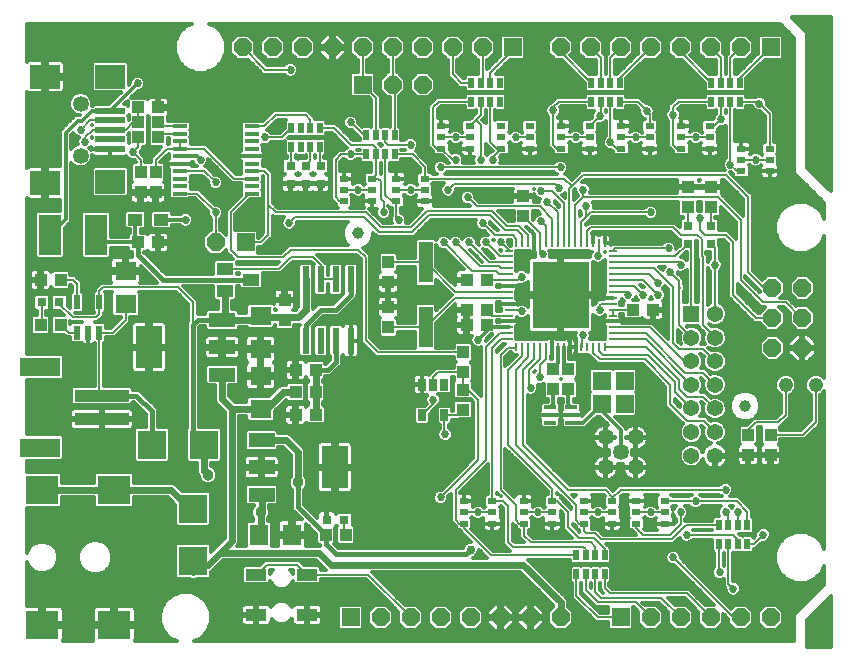
<source format=gtl>
G75*
G70*
%OFA0B0*%
%FSLAX24Y24*%
%IPPOS*%
%LPD*%
%AMOC8*
5,1,8,0,0,1.08239X$1,22.5*
%
%ADD10OC8,0.0600*%
%ADD11R,0.0433X0.0394*%
%ADD12R,0.0394X0.0433*%
%ADD13R,0.0600X0.0600*%
%ADD14R,0.0709X0.0630*%
%ADD15R,0.0315X0.0315*%
%ADD16R,0.0945X0.0945*%
%ADD17R,0.0551X0.0394*%
%ADD18R,0.0236X0.0866*%
%ADD19R,0.0880X0.0480*%
%ADD20R,0.0866X0.1417*%
%ADD21R,0.0630X0.0709*%
%ADD22R,0.0098X0.0276*%
%ADD23R,0.0276X0.0098*%
%ADD24R,0.1870X0.2224*%
%ADD25R,0.0394X0.0138*%
%ADD26C,0.0531*%
%ADD27R,0.0984X0.0787*%
%ADD28R,0.0984X0.0197*%
%ADD29R,0.0315X0.0217*%
%ADD30R,0.0272X0.0390*%
%ADD31R,0.0197X0.0354*%
%ADD32R,0.0748X0.1339*%
%ADD33R,0.1102X0.0945*%
%ADD34R,0.0472X0.1378*%
%ADD35R,0.0540X0.0540*%
%ADD36C,0.0540*%
%ADD37R,0.0500X0.0125*%
%ADD38R,0.0472X0.0394*%
%ADD39R,0.0606X0.0606*%
%ADD40R,0.1811X0.0394*%
%ADD41R,0.1339X0.0630*%
%ADD42R,0.0217X0.0472*%
%ADD43R,0.0709X0.0394*%
%ADD44C,0.0394*%
%ADD45C,0.0480*%
%ADD46C,0.0240*%
%ADD47C,0.0160*%
%ADD48C,0.0070*%
%ADD49C,0.0380*%
%ADD50C,0.0300*%
%ADD51C,0.0120*%
%ADD52C,0.0270*%
D10*
X013750Y002336D03*
X014750Y002336D03*
X015750Y002336D03*
X016750Y002336D03*
X017750Y002336D03*
X018750Y002336D03*
X019750Y002336D03*
X022750Y002336D03*
X023750Y002336D03*
X024750Y002336D03*
X025750Y002336D03*
X026750Y002336D03*
X026805Y011316D03*
X027805Y011316D03*
X027805Y012316D03*
X026805Y012316D03*
X026805Y013316D03*
X027805Y013316D03*
X025750Y021336D03*
X024750Y021336D03*
X023750Y021336D03*
X022750Y021336D03*
X021750Y021336D03*
X020750Y021336D03*
X019750Y021336D03*
X017150Y021336D03*
X016150Y021336D03*
X015150Y021336D03*
X014150Y021336D03*
X013150Y021336D03*
X012150Y021336D03*
X011150Y021336D03*
X010150Y021336D03*
X009150Y021336D03*
X014150Y020086D03*
X015150Y020086D03*
X008250Y014836D03*
D11*
X006335Y014836D03*
X005665Y014836D03*
X005665Y019336D03*
X006335Y019336D03*
X016615Y013586D03*
X017285Y013586D03*
X017285Y012586D03*
X017285Y012086D03*
X016615Y012086D03*
X016615Y012586D03*
X016500Y009920D03*
X016500Y009251D03*
X011585Y009086D03*
X010915Y009086D03*
X022165Y012586D03*
X022835Y012586D03*
X024000Y016001D03*
X024000Y016670D03*
X024750Y016670D03*
X024750Y016001D03*
D12*
X018500Y015701D03*
X018500Y016370D03*
X014000Y014170D03*
X014000Y013501D03*
X014000Y012670D03*
X014000Y012001D03*
X016500Y011170D03*
X016500Y010501D03*
X019500Y010620D03*
X020000Y010620D03*
X020000Y009951D03*
X019500Y009951D03*
X026000Y008420D03*
X026000Y007751D03*
X026750Y007751D03*
X026750Y008420D03*
X012585Y005086D03*
X011915Y005086D03*
X011585Y009836D03*
X010915Y009836D03*
X010915Y010586D03*
X011585Y010586D03*
X010550Y012251D03*
X010550Y012920D03*
X006250Y016501D03*
X005750Y016501D03*
X005750Y017170D03*
X006250Y017170D03*
X006335Y018336D03*
X006335Y018836D03*
X005665Y018836D03*
X005665Y018336D03*
X003085Y013586D03*
X002415Y013586D03*
X002415Y012086D03*
X003085Y012086D03*
D13*
X009250Y014836D03*
X013150Y020086D03*
X018150Y021336D03*
X026750Y021336D03*
X021750Y002336D03*
X012750Y002336D03*
D14*
X009750Y009284D03*
X009750Y010387D03*
X009750Y011284D03*
X009750Y012387D03*
X005250Y012784D03*
X005250Y013887D03*
D15*
X003045Y012836D03*
X002455Y012836D03*
X010750Y016790D03*
X011250Y016790D03*
X011750Y016790D03*
X011750Y017381D03*
X011250Y017381D03*
X010750Y017381D03*
X024000Y015381D03*
X024000Y014790D03*
X024750Y014790D03*
X024750Y015381D03*
X012545Y005586D03*
X011955Y005586D03*
D16*
X007866Y008086D03*
X006134Y008086D03*
X007500Y005952D03*
X007500Y004219D03*
D17*
X008567Y013212D03*
X008567Y013960D03*
X009433Y013586D03*
D18*
X011250Y013609D03*
X011750Y013609D03*
X012250Y013609D03*
X012750Y013609D03*
X012750Y011562D03*
X012250Y011562D03*
X011750Y011562D03*
X011250Y011562D03*
D19*
X008470Y011336D03*
X008470Y012245D03*
X008470Y010426D03*
X009780Y008245D03*
X009780Y007336D03*
X009780Y006426D03*
D20*
X012220Y007336D03*
X006030Y011336D03*
D21*
X009699Y005086D03*
X010801Y005086D03*
D22*
X018274Y011353D03*
X018470Y011353D03*
X018667Y011353D03*
X018864Y011353D03*
X019061Y011353D03*
X019258Y011353D03*
X019455Y011353D03*
X019652Y011353D03*
X019848Y011353D03*
X020045Y011353D03*
X020242Y011353D03*
X020439Y011353D03*
X020636Y011353D03*
X020833Y011353D03*
X021030Y011353D03*
X021226Y011353D03*
X021226Y014818D03*
X021030Y014818D03*
X020833Y014818D03*
X020636Y014818D03*
X020439Y014818D03*
X020242Y014818D03*
X020045Y014818D03*
X019848Y014818D03*
X019652Y014818D03*
X019455Y014818D03*
X019258Y014818D03*
X019061Y014818D03*
X018864Y014818D03*
X018667Y014818D03*
X018470Y014818D03*
X018274Y014818D03*
D23*
X018018Y014562D03*
X018018Y014365D03*
X018018Y014168D03*
X018018Y013971D03*
X018018Y013775D03*
X018018Y013578D03*
X018018Y013381D03*
X018018Y013184D03*
X018018Y012987D03*
X018018Y012790D03*
X018018Y012593D03*
X018018Y012397D03*
X018018Y012200D03*
X018018Y012003D03*
X018018Y011806D03*
X018018Y011609D03*
X021482Y011609D03*
X021482Y011806D03*
X021482Y012003D03*
X021482Y012200D03*
X021482Y012397D03*
X021482Y012593D03*
X021482Y012790D03*
X021482Y012987D03*
X021482Y013184D03*
X021482Y013381D03*
X021482Y013578D03*
X021482Y013775D03*
X021482Y013971D03*
X021482Y014168D03*
X021482Y014365D03*
X021482Y014562D03*
D24*
X019750Y013086D03*
D25*
X019396Y009341D03*
X019396Y009086D03*
X019396Y008830D03*
X020104Y008830D03*
X020104Y009086D03*
X020104Y009341D03*
D26*
X021250Y008336D03*
X021750Y007836D03*
X021250Y007336D03*
X022250Y007336D03*
X022250Y008336D03*
X003750Y017719D03*
X003750Y019452D03*
D27*
X004734Y020357D03*
X002569Y020357D03*
X002569Y016814D03*
X004734Y016853D03*
D28*
X004734Y017956D03*
X004734Y018271D03*
X004734Y018586D03*
X004734Y018901D03*
X004734Y019216D03*
D29*
X012528Y016960D03*
X012528Y016586D03*
X012528Y016212D03*
X013472Y016212D03*
X013472Y016586D03*
X013472Y016960D03*
X014278Y016960D03*
X014278Y016586D03*
X014278Y016212D03*
X015222Y016212D03*
X015222Y016586D03*
X015222Y016960D03*
X015778Y017962D03*
X015778Y018336D03*
X015778Y018710D03*
X016722Y018710D03*
X016722Y018336D03*
X016722Y017962D03*
X017778Y017962D03*
X017778Y018336D03*
X017778Y018710D03*
X018722Y018710D03*
X018722Y018336D03*
X018722Y017962D03*
X019778Y017962D03*
X019778Y018336D03*
X019778Y018710D03*
X020722Y018710D03*
X020722Y018336D03*
X020722Y017962D03*
X021778Y017962D03*
X021778Y018336D03*
X021778Y018710D03*
X022722Y018710D03*
X022722Y018336D03*
X022722Y017962D03*
X023778Y017962D03*
X023778Y018336D03*
X023778Y018710D03*
X024722Y018710D03*
X024722Y018336D03*
X024722Y017962D03*
X025778Y017960D03*
X025778Y017586D03*
X025778Y017212D03*
X026722Y017212D03*
X026722Y017586D03*
X026722Y017960D03*
X023222Y006210D03*
X023222Y005836D03*
X023222Y005462D03*
X022278Y005462D03*
X022278Y005836D03*
X022278Y006210D03*
X021472Y006210D03*
X021472Y005836D03*
X021472Y005462D03*
X020528Y005462D03*
X020528Y005836D03*
X020528Y006210D03*
X019472Y006210D03*
X019472Y005836D03*
X019472Y005462D03*
X018528Y005462D03*
X018528Y005836D03*
X018528Y006210D03*
X017472Y006210D03*
X017472Y005836D03*
X017472Y005462D03*
X016528Y005462D03*
X016528Y005836D03*
X016528Y006210D03*
D30*
X015874Y009074D03*
X015126Y009074D03*
X015126Y010093D03*
X015500Y010093D03*
X015874Y010093D03*
D31*
X020278Y004401D03*
X020593Y004401D03*
X020907Y004401D03*
X021222Y004401D03*
X021222Y003771D03*
X020907Y003771D03*
X020593Y003771D03*
X020278Y003771D03*
X025028Y004771D03*
X025343Y004771D03*
X025657Y004771D03*
X025972Y004771D03*
X025972Y005401D03*
X025657Y005401D03*
X025343Y005401D03*
X025028Y005401D03*
X014222Y017771D03*
X013907Y017771D03*
X013593Y017771D03*
X013278Y017771D03*
X013278Y018401D03*
X013593Y018401D03*
X013907Y018401D03*
X014222Y018401D03*
X011722Y018651D03*
X011407Y018651D03*
X011093Y018651D03*
X010778Y018651D03*
X010778Y018021D03*
X011093Y018021D03*
X011407Y018021D03*
X011722Y018021D03*
X016778Y019521D03*
X017093Y019521D03*
X017407Y019521D03*
X017722Y019521D03*
X017722Y020151D03*
X017407Y020151D03*
X017093Y020151D03*
X016778Y020151D03*
X020778Y020151D03*
X021093Y020151D03*
X021407Y020151D03*
X021722Y020151D03*
X021722Y019521D03*
X021407Y019521D03*
X021093Y019521D03*
X020778Y019521D03*
X024778Y019521D03*
X025093Y019521D03*
X025407Y019521D03*
X025722Y019521D03*
X025722Y020151D03*
X025407Y020151D03*
X025093Y020151D03*
X024778Y020151D03*
D32*
X004268Y015086D03*
X002732Y015086D03*
D33*
X002469Y006580D03*
X004870Y006580D03*
X004870Y002091D03*
X002469Y002091D03*
D34*
X015250Y012003D03*
X015250Y014168D03*
D35*
X024106Y012448D03*
D36*
X024894Y012448D03*
X024894Y011660D03*
X024894Y010873D03*
X024106Y010873D03*
X024106Y011660D03*
X024106Y010086D03*
X024894Y010086D03*
X024894Y009298D03*
X024106Y009298D03*
X024106Y008511D03*
X024106Y007723D03*
X024894Y007723D03*
X024894Y008511D03*
D37*
X009450Y016461D03*
X009450Y016711D03*
X009450Y016961D03*
X009450Y017211D03*
X009450Y017461D03*
X009450Y017711D03*
X009450Y017961D03*
X009450Y018211D03*
X009450Y018461D03*
X009450Y018711D03*
X007050Y018711D03*
X007050Y018461D03*
X007050Y018211D03*
X007050Y017961D03*
X007050Y017711D03*
X007050Y017461D03*
X007050Y017211D03*
X007050Y016961D03*
X007050Y016711D03*
X007050Y016461D03*
D38*
X006433Y015586D03*
X005567Y015586D03*
D39*
X021118Y010217D03*
X021882Y010217D03*
X021882Y009454D03*
X021118Y009454D03*
D40*
X004457Y009729D03*
X004457Y008942D03*
D41*
X002409Y007997D03*
X002409Y010674D03*
D42*
X003626Y011824D03*
X004000Y011824D03*
X004374Y011824D03*
X004374Y012847D03*
X003626Y012847D03*
D43*
X009604Y003755D03*
X011296Y003755D03*
X011296Y002416D03*
X009604Y002416D03*
D44*
X025900Y009386D03*
X013000Y015136D03*
D45*
X027250Y010086D03*
X028250Y010086D03*
D46*
X019750Y002836D02*
X018500Y004086D01*
X012100Y004086D01*
X011700Y004486D01*
X008400Y004486D01*
X008801Y004887D01*
X008801Y009284D01*
X009750Y009284D01*
X009949Y009284D01*
X010500Y009836D01*
X010915Y009836D01*
X011585Y009836D02*
X011585Y009086D01*
X011585Y009836D02*
X011585Y010586D01*
X011000Y012336D02*
X009801Y012336D01*
X009750Y012387D01*
X009609Y012245D01*
X008470Y012245D01*
X008567Y012342D01*
X008567Y013212D01*
X011000Y012336D02*
X011250Y012586D01*
X011250Y013609D01*
X008470Y010426D02*
X008470Y009616D01*
X008801Y009284D01*
X009780Y008245D02*
X010590Y008245D01*
X011000Y007836D01*
X011000Y006836D01*
X009780Y006426D02*
X009780Y005866D01*
X009750Y005836D01*
X009750Y005137D01*
X009699Y005086D01*
X008400Y004486D02*
X008000Y004086D01*
X007750Y004086D01*
X007500Y003836D01*
X007500Y004219D01*
X007500Y005836D02*
X007500Y005952D01*
X007500Y005836D02*
X006756Y006580D01*
X004870Y006580D01*
X002469Y006580D01*
X007866Y007219D02*
X008000Y007086D01*
X007866Y007219D02*
X007866Y008086D01*
X019750Y002836D02*
X019750Y002336D01*
D47*
X016750Y004586D02*
X016600Y004436D01*
X012250Y004436D01*
X011915Y004770D01*
X011915Y005086D01*
X011000Y006001D01*
X011000Y006836D01*
X007866Y008086D02*
X007500Y008452D01*
X007500Y012086D01*
X007660Y012245D01*
X008470Y012245D01*
X009433Y013586D02*
X006500Y013586D01*
X005665Y014420D01*
X005665Y014836D01*
X010550Y012251D02*
X010635Y012336D01*
X011000Y012336D01*
X011250Y012086D02*
X011750Y012586D01*
X012250Y012586D01*
X012750Y013086D01*
X012750Y013609D01*
X011250Y012086D02*
X011250Y011562D01*
X012250Y011562D02*
X012250Y010836D01*
X012000Y010586D01*
X011585Y010586D01*
X006134Y009202D02*
X006134Y008086D01*
X006134Y009202D02*
X005606Y009729D01*
X004457Y009729D01*
D48*
X004374Y009812D01*
X004374Y011824D01*
X004823Y011824D01*
X005250Y012251D01*
X005250Y012784D01*
X004374Y012847D02*
X004374Y012460D01*
X004250Y012336D01*
X003500Y012336D01*
X003045Y012790D01*
X003045Y012836D01*
X003626Y012847D02*
X003626Y013460D01*
X003500Y013586D01*
X003085Y013586D01*
X002455Y012836D02*
X002455Y012125D01*
X002415Y012086D01*
X003085Y012086D02*
X003346Y011824D01*
X003626Y011824D01*
X004374Y012847D02*
X004374Y013210D01*
X004500Y013336D01*
X007000Y013336D01*
X007500Y012836D01*
X007500Y012086D01*
X008567Y013960D02*
X010374Y013960D01*
X010750Y014336D01*
X011500Y014336D01*
X011750Y014086D01*
X011750Y013609D01*
X012250Y013609D01*
X013000Y014586D02*
X013250Y014336D01*
X013250Y011586D01*
X013665Y011170D01*
X016500Y011170D01*
X016500Y010501D02*
X015665Y010501D01*
X015500Y010336D01*
X015500Y010093D01*
X015500Y009586D02*
X015500Y009448D01*
X015126Y009074D01*
X015874Y009074D02*
X016323Y009074D01*
X016500Y009251D01*
X017000Y009586D02*
X017000Y007586D01*
X015750Y006336D01*
X016250Y006586D02*
X016250Y005586D01*
X016374Y005462D01*
X016528Y005462D01*
X016528Y005308D01*
X017435Y004401D01*
X020278Y004401D01*
X020593Y004401D02*
X020593Y004603D01*
X020510Y004686D01*
X018150Y004686D01*
X018000Y004836D01*
X018000Y006036D01*
X017826Y006210D01*
X017472Y006210D01*
X017472Y011308D01*
X017774Y011609D01*
X018018Y011609D01*
X018018Y011806D02*
X017720Y011806D01*
X017250Y011336D01*
X017250Y007586D01*
X016250Y006586D01*
X016528Y005836D02*
X017000Y005836D01*
X017472Y005836D01*
X017750Y006586D02*
X018250Y006086D01*
X018250Y005586D01*
X018374Y005462D01*
X018528Y005462D01*
X018528Y005058D01*
X018750Y004836D01*
X020750Y004836D01*
X020907Y004678D01*
X020907Y004401D01*
X021222Y004401D02*
X021222Y004613D01*
X020850Y004986D01*
X020350Y004986D01*
X020000Y005336D01*
X020000Y005836D01*
X019626Y006210D01*
X019472Y006210D01*
X019472Y006613D01*
X018000Y008086D01*
X018000Y010586D01*
X018470Y011056D01*
X018470Y011353D01*
X018274Y011353D02*
X018250Y011330D01*
X017994Y011330D01*
X017750Y011086D01*
X017750Y006586D01*
X018528Y005836D02*
X019000Y005836D01*
X019472Y005836D01*
X020250Y006086D02*
X020250Y005586D01*
X020374Y005462D01*
X020528Y005462D01*
X020528Y005208D01*
X020600Y005136D01*
X020900Y005136D01*
X021100Y004936D01*
X023450Y004936D01*
X023915Y005401D01*
X025028Y005401D01*
X025343Y005401D02*
X025343Y005743D01*
X025250Y005836D01*
X025650Y005836D02*
X025650Y005408D01*
X025657Y005401D01*
X025972Y005401D02*
X025972Y005863D01*
X025626Y006210D01*
X024250Y006210D01*
X023222Y006210D01*
X023222Y005836D02*
X022750Y005836D01*
X022278Y005836D01*
X022278Y005462D02*
X022278Y005308D01*
X022500Y005086D01*
X023400Y005086D01*
X023750Y005436D01*
X023750Y005836D01*
X023950Y005086D02*
X025500Y005086D01*
X025657Y004928D01*
X025657Y004771D01*
X025343Y004771D02*
X025343Y003443D01*
X025500Y003286D01*
X025050Y003836D02*
X025028Y003863D01*
X025028Y004771D01*
X025972Y004771D02*
X026185Y004771D01*
X026500Y005086D01*
X025250Y006586D02*
X021750Y006586D01*
X021472Y006308D01*
X021472Y006210D01*
X021472Y006363D01*
X021250Y006586D01*
X020000Y006586D01*
X018500Y008086D01*
X018500Y010586D01*
X018864Y010950D01*
X018864Y011353D01*
X018667Y011353D02*
X018667Y011003D01*
X018250Y010586D01*
X018250Y008086D01*
X020250Y006086D01*
X020528Y005836D02*
X021000Y005836D01*
X021472Y005836D01*
X023500Y004336D02*
X025500Y002336D01*
X025750Y002336D01*
X024750Y002336D02*
X023950Y003136D01*
X021400Y003136D01*
X021222Y003313D01*
X021222Y003771D01*
X020907Y003771D02*
X020907Y003178D01*
X021100Y002986D01*
X023100Y002986D01*
X023750Y002336D01*
X022750Y002336D02*
X022250Y002836D01*
X021000Y002836D01*
X020593Y003243D01*
X020593Y003771D01*
X020278Y003771D02*
X020278Y003058D01*
X021000Y002336D01*
X021750Y002336D01*
X014750Y002336D02*
X013331Y003755D01*
X011296Y003755D01*
X010966Y004086D01*
X009950Y004086D01*
X009619Y003755D01*
X009604Y003755D01*
X012545Y005125D02*
X012585Y005086D01*
X012545Y005125D02*
X012545Y005586D01*
X015874Y008462D02*
X015900Y008436D01*
X015874Y008462D02*
X015874Y009074D01*
X016500Y009920D02*
X016665Y009920D01*
X017000Y009586D01*
X016500Y009920D02*
X016500Y010501D01*
X015250Y012003D02*
X014002Y012003D01*
X014000Y012001D01*
X015250Y012003D02*
X016234Y012987D01*
X018018Y012987D01*
X018018Y013184D02*
X016234Y013184D01*
X015250Y014168D01*
X014002Y014168D01*
X014000Y014170D01*
X013000Y014586D02*
X010750Y014586D01*
X010500Y014336D01*
X009000Y014336D01*
X008750Y014586D01*
X008750Y015836D01*
X009375Y016461D01*
X009450Y016461D01*
X009450Y016961D02*
X008875Y016961D01*
X007875Y017961D01*
X007050Y017961D01*
X007050Y018211D01*
X007050Y018461D02*
X006460Y018461D01*
X006335Y018336D01*
X006460Y018711D02*
X006335Y018836D01*
X006460Y018711D02*
X007050Y018711D01*
X007050Y017961D02*
X006625Y017961D01*
X006250Y017586D01*
X006250Y017170D01*
X005750Y017170D02*
X005750Y017586D01*
X005500Y017836D01*
X005665Y018001D01*
X005665Y018336D01*
X005250Y018586D02*
X004734Y018586D01*
X004150Y018586D01*
X003900Y018336D01*
X003900Y018186D01*
X003750Y018586D02*
X004065Y018901D01*
X004734Y018901D01*
X005250Y018586D02*
X005500Y018836D01*
X005665Y018836D01*
X005665Y019336D01*
X007050Y017211D02*
X007875Y017211D01*
X008250Y016836D01*
X007625Y016461D02*
X008250Y015836D01*
X008250Y014836D01*
X009250Y014836D02*
X009750Y014836D01*
X010000Y015086D01*
X010000Y016086D01*
X010250Y015836D01*
X013250Y015836D01*
X013750Y015336D01*
X014750Y015336D01*
X015300Y015886D01*
X017450Y015886D01*
X017950Y015386D01*
X018350Y015386D01*
X018667Y015068D01*
X018667Y014818D01*
X018470Y014818D02*
X018470Y015065D01*
X018300Y015236D01*
X017900Y015236D01*
X017400Y015736D01*
X015350Y015736D01*
X014800Y015186D01*
X013700Y015186D01*
X013200Y015686D01*
X010900Y015686D01*
X010700Y015486D01*
X010000Y016086D02*
X010000Y017086D01*
X009875Y017211D01*
X009450Y017211D01*
X010750Y017381D02*
X010778Y017408D01*
X010778Y018021D01*
X010463Y018336D02*
X010778Y018651D01*
X010463Y018336D02*
X009900Y018336D01*
X009875Y018711D02*
X009450Y018711D01*
X009875Y018711D02*
X010250Y019086D01*
X011250Y019086D01*
X011407Y018928D01*
X011407Y018651D01*
X011722Y018651D02*
X012185Y018651D01*
X012750Y018086D01*
X013500Y018086D01*
X013593Y017993D01*
X013593Y017771D01*
X013593Y017080D01*
X013472Y016960D01*
X013676Y016960D01*
X013750Y016886D01*
X013750Y016286D01*
X013850Y016186D01*
X013850Y015836D01*
X014278Y015658D02*
X014278Y016212D01*
X014124Y016212D01*
X013907Y016428D01*
X013907Y017771D01*
X014222Y017771D02*
X014815Y017771D01*
X015222Y017363D01*
X015222Y016960D01*
X019876Y016960D01*
X020125Y016711D01*
X020045Y016631D01*
X020045Y014818D01*
X019848Y014818D02*
X019848Y016137D01*
X019450Y016536D01*
X019100Y016536D01*
X019300Y016186D02*
X019652Y015834D01*
X019652Y014818D01*
X019455Y014818D02*
X019455Y015631D01*
X019050Y016036D01*
X016950Y016036D01*
X016650Y016336D01*
X016200Y016786D02*
X016000Y016586D01*
X016200Y016786D02*
X019550Y016786D01*
X019700Y016636D01*
X020125Y016711D02*
X020500Y017086D01*
X025250Y017086D01*
X026000Y016336D01*
X026000Y013836D01*
X026520Y013316D01*
X026805Y013316D01*
X026500Y012836D02*
X025750Y013586D01*
X025750Y015586D01*
X025000Y016336D01*
X020500Y016336D01*
X020500Y016586D01*
X020500Y016336D02*
X020242Y016078D01*
X020242Y014818D01*
X020439Y014818D02*
X020439Y015525D01*
X020600Y015686D01*
X020600Y016036D01*
X020750Y015836D02*
X020600Y015686D01*
X020750Y015836D02*
X022750Y015836D01*
X023500Y015336D02*
X023750Y015086D01*
X024300Y015086D01*
X024450Y014936D01*
X024450Y014386D01*
X024500Y014336D01*
X024500Y012086D01*
X024894Y011692D01*
X024894Y011660D01*
X024500Y011286D02*
X023694Y011286D01*
X023500Y011479D01*
X023500Y013336D01*
X022864Y013971D01*
X021482Y013971D01*
X021482Y013775D02*
X022711Y013775D01*
X023000Y013486D01*
X023000Y013086D02*
X022508Y013578D01*
X021482Y013578D01*
X021482Y013381D02*
X022205Y013381D01*
X022500Y013086D01*
X022000Y013086D02*
X021902Y013184D01*
X021482Y013184D01*
X021482Y012790D02*
X021095Y012790D01*
X021050Y012745D01*
X021050Y012586D01*
X021482Y012593D02*
X021482Y012397D01*
X021482Y012593D02*
X022157Y012593D01*
X022165Y012586D01*
X022733Y012003D02*
X023863Y010873D01*
X024106Y010873D01*
X023900Y010486D02*
X024494Y010486D01*
X024894Y010086D01*
X024506Y009686D02*
X024894Y009298D01*
X024506Y009686D02*
X023950Y009686D01*
X023700Y009936D01*
X023700Y010236D01*
X022582Y011353D01*
X021226Y011353D01*
X021030Y011353D02*
X021030Y011206D01*
X021150Y011086D01*
X022650Y011086D01*
X023550Y010186D01*
X023550Y009854D01*
X024106Y009298D01*
X023950Y008886D02*
X024519Y008886D01*
X024894Y008511D01*
X023950Y008886D02*
X023400Y009436D01*
X023400Y010086D01*
X022550Y010936D01*
X021050Y010936D01*
X020833Y011153D01*
X020833Y011353D01*
X020450Y011364D02*
X020450Y011686D01*
X020500Y011736D01*
X020450Y011364D02*
X020439Y011353D01*
X021482Y011609D02*
X022583Y011609D01*
X024106Y010086D01*
X023900Y010486D02*
X022580Y011806D01*
X021482Y011806D01*
X021482Y012003D02*
X022733Y012003D01*
X023700Y012086D02*
X023700Y013286D01*
X023700Y013536D01*
X023400Y013836D01*
X023667Y014168D02*
X023750Y014086D01*
X023667Y014168D02*
X021482Y014168D01*
X021482Y014365D02*
X023575Y014365D01*
X024000Y014790D01*
X024106Y014684D01*
X024106Y012448D01*
X023700Y012086D02*
X024106Y011679D01*
X024106Y011660D01*
X024500Y011286D02*
X024894Y010892D01*
X024894Y010873D01*
X026270Y012316D02*
X025500Y013086D01*
X025500Y014836D01*
X025250Y015086D01*
X024550Y015086D01*
X024400Y015236D01*
X024400Y015636D01*
X024000Y015381D02*
X024000Y016001D01*
X024750Y016001D02*
X024750Y015381D01*
X024750Y014790D02*
X024894Y014647D01*
X024894Y014336D01*
X024894Y014086D01*
X024894Y012448D01*
X023750Y013336D02*
X023700Y013286D01*
X023350Y014636D02*
X021556Y014636D01*
X021482Y014562D01*
X021030Y014415D02*
X021000Y014386D01*
X021030Y014415D02*
X021030Y014818D01*
X020636Y014818D02*
X020636Y015221D01*
X020750Y015336D01*
X023500Y015336D01*
X025407Y017428D02*
X025624Y017212D01*
X025778Y017212D01*
X025407Y017428D02*
X025407Y017586D01*
X025407Y019521D01*
X025093Y019521D02*
X025093Y018928D01*
X025100Y018936D01*
X024874Y018710D01*
X024722Y018710D01*
X025075Y018911D02*
X025093Y018928D01*
X024778Y019521D02*
X023685Y019521D01*
X023500Y019336D01*
X023500Y019086D01*
X023500Y018086D01*
X023624Y017962D01*
X023778Y017962D01*
X023778Y018336D02*
X024250Y018336D01*
X024722Y018336D01*
X025778Y017586D02*
X026250Y017586D01*
X026722Y017586D01*
X026722Y017960D02*
X026722Y019113D01*
X026500Y019336D01*
X026375Y019461D01*
X026315Y019521D01*
X025722Y019521D01*
X025722Y020151D02*
X025722Y020308D01*
X026750Y021336D01*
X025750Y021336D02*
X025407Y020993D01*
X025407Y020151D01*
X025093Y020151D02*
X025093Y020993D01*
X024750Y021336D01*
X023750Y021336D02*
X023750Y021178D01*
X024778Y020151D01*
X022722Y019113D02*
X022722Y018710D01*
X022722Y019113D02*
X022625Y019211D01*
X022315Y019521D01*
X021722Y019521D01*
X021407Y019521D02*
X021407Y018586D01*
X021407Y018178D01*
X021624Y017962D01*
X021778Y017962D01*
X021778Y018336D02*
X022250Y018336D01*
X022722Y018336D01*
X021093Y019080D02*
X021049Y019036D01*
X020722Y018710D01*
X021093Y019080D02*
X021093Y019521D01*
X020778Y019521D02*
X019685Y019521D01*
X019500Y019336D01*
X019500Y019236D01*
X019500Y018086D01*
X019624Y017962D01*
X019778Y017962D01*
X019778Y018336D02*
X020250Y018336D01*
X020722Y018336D01*
X019750Y017336D02*
X015750Y017336D01*
X016154Y017586D02*
X015778Y017962D01*
X015624Y017962D01*
X015500Y018086D01*
X015500Y019336D01*
X015685Y019521D01*
X016778Y019521D01*
X017093Y019521D02*
X017093Y019080D01*
X016924Y018911D01*
X017100Y018736D01*
X017100Y017586D01*
X017500Y017586D02*
X017500Y017684D01*
X017778Y017962D01*
X017624Y017962D01*
X017407Y018178D01*
X017407Y019521D01*
X017407Y020151D02*
X017407Y020493D01*
X018150Y021236D01*
X018150Y021336D01*
X017150Y021336D02*
X017150Y020208D01*
X017093Y020151D01*
X016778Y020151D02*
X016435Y020151D01*
X016150Y020436D01*
X016150Y021336D01*
X014150Y021336D02*
X014150Y020086D01*
X014222Y020013D01*
X014222Y018401D01*
X013907Y018401D02*
X013907Y018178D01*
X014000Y018086D01*
X014750Y018086D01*
X015778Y018336D02*
X016250Y018336D01*
X016722Y018336D01*
X016722Y018710D02*
X016924Y018911D01*
X018250Y018336D02*
X018722Y018336D01*
X020778Y020151D02*
X019750Y021178D01*
X019750Y021336D01*
X020750Y021336D02*
X021093Y020993D01*
X021093Y020151D01*
X021407Y020151D02*
X021407Y020993D01*
X021750Y021336D01*
X022750Y021336D02*
X021722Y020308D01*
X021722Y020151D01*
X016250Y017586D02*
X016154Y017586D01*
X015222Y016586D02*
X014750Y016586D01*
X014278Y016586D01*
X013472Y016586D02*
X013000Y016586D01*
X012528Y016586D01*
X012250Y016336D02*
X012374Y016212D01*
X012528Y016212D01*
X012250Y016336D02*
X012250Y017586D01*
X012435Y017771D01*
X012750Y017771D01*
X013278Y017771D01*
X013278Y018401D02*
X013185Y018401D01*
X012750Y018836D01*
X013593Y018401D02*
X013593Y019643D01*
X013150Y020086D01*
X013150Y021336D01*
X010750Y020586D02*
X009900Y020586D01*
X009150Y021336D01*
X011407Y018021D02*
X011407Y017538D01*
X011250Y017381D01*
X011722Y017408D02*
X011750Y017381D01*
X011722Y017408D02*
X011722Y018021D01*
X014278Y015658D02*
X014350Y015586D01*
X015850Y014836D02*
X016800Y013886D01*
X017600Y013886D01*
X017711Y013775D01*
X018018Y013775D01*
X018018Y013971D02*
X017764Y013971D01*
X017700Y014036D01*
X017050Y014036D01*
X016250Y014836D01*
X016700Y014836D02*
X017367Y014168D01*
X018018Y014168D01*
X018018Y014365D02*
X017720Y014365D01*
X017250Y014836D01*
X017550Y015086D02*
X017150Y015486D01*
X017550Y015086D02*
X018150Y015086D01*
X018274Y014962D01*
X018274Y014818D01*
X018018Y014568D02*
X017750Y014836D01*
X018018Y014568D02*
X018018Y014562D01*
X018450Y013686D02*
X018342Y013578D01*
X018018Y013578D01*
X017293Y013578D01*
X017285Y013586D01*
X017285Y012586D02*
X017474Y012397D01*
X018018Y012397D01*
X018018Y012593D02*
X018392Y012593D01*
X018450Y012536D01*
X019061Y011353D02*
X019061Y010947D01*
X018700Y010586D01*
X018700Y010036D01*
X018750Y009986D01*
X019050Y010336D02*
X019050Y010736D01*
X019258Y010943D01*
X019258Y011353D01*
X019150Y014436D02*
X019061Y014525D01*
X019061Y014818D01*
X019061Y015140D01*
X018500Y015701D01*
X019100Y015536D02*
X019258Y015378D01*
X019258Y014818D01*
X026270Y012316D02*
X026805Y012316D01*
X026500Y012836D02*
X027250Y012836D01*
X027770Y012316D01*
X027805Y012316D01*
X028250Y010086D02*
X028250Y008836D01*
X027835Y008420D01*
X026750Y008420D01*
X027000Y008836D02*
X026250Y008836D01*
X026000Y008586D01*
X026000Y008420D01*
X027000Y008836D02*
X027250Y009086D01*
X027250Y010086D01*
X007625Y016461D02*
X007050Y016461D01*
D49*
X008000Y007086D03*
X009750Y005836D03*
X011000Y006836D03*
D50*
X016750Y004586D03*
D51*
X002409Y002724D02*
X002409Y002151D01*
X002529Y002151D01*
X003180Y002151D01*
X003180Y002585D01*
X003169Y002626D01*
X003148Y002662D01*
X003118Y002692D01*
X003081Y002713D01*
X003041Y002724D01*
X002529Y002724D01*
X002529Y002151D01*
X002529Y002031D01*
X003180Y002031D01*
X003180Y001598D01*
X003169Y001557D01*
X003162Y001546D01*
X004177Y001546D01*
X004170Y001557D01*
X004159Y001598D01*
X004159Y002031D01*
X004810Y002031D01*
X004810Y002151D01*
X004159Y002151D01*
X004159Y002585D01*
X004170Y002626D01*
X004191Y002662D01*
X004221Y002692D01*
X004257Y002713D01*
X004298Y002724D01*
X004810Y002724D01*
X004810Y002151D01*
X004930Y002151D01*
X005581Y002151D01*
X005581Y002585D01*
X005570Y002626D01*
X005549Y002662D01*
X005520Y002692D01*
X005483Y002713D01*
X005442Y002724D01*
X004930Y002724D01*
X004930Y002151D01*
X004930Y002031D01*
X005581Y002031D01*
X005581Y001598D01*
X005570Y001557D01*
X005564Y001546D01*
X006962Y001546D01*
X006774Y001624D01*
X006538Y001860D01*
X006410Y002169D01*
X006410Y002503D01*
X006538Y002811D01*
X006774Y003048D01*
X007083Y003176D01*
X007417Y003176D01*
X007726Y003048D01*
X007962Y002811D01*
X008090Y002503D01*
X008090Y002169D01*
X007962Y001860D01*
X007726Y001624D01*
X007538Y001546D01*
X027540Y001546D01*
X027540Y002423D01*
X027663Y002546D01*
X028540Y003423D01*
X028540Y004048D01*
X028462Y003860D01*
X028226Y003624D01*
X027917Y003496D01*
X027583Y003496D01*
X027274Y003624D01*
X027038Y003860D01*
X026910Y004169D01*
X026910Y004503D01*
X027038Y004811D01*
X027274Y005048D01*
X027583Y005176D01*
X027917Y005176D01*
X028226Y005048D01*
X028462Y004811D01*
X028540Y004623D01*
X028540Y009866D01*
X028454Y009780D01*
X028405Y009760D01*
X028405Y008771D01*
X028314Y008681D01*
X027899Y008265D01*
X027067Y008265D01*
X027067Y008154D01*
X027022Y008109D01*
X027045Y008096D01*
X027075Y008066D01*
X027096Y008029D01*
X027107Y007989D01*
X027107Y007789D01*
X026788Y007789D01*
X026788Y007713D01*
X027107Y007713D01*
X027107Y007513D01*
X027096Y007473D01*
X027075Y007436D01*
X027045Y007406D01*
X027009Y007385D01*
X026968Y007374D01*
X026788Y007374D01*
X026788Y007713D01*
X026712Y007713D01*
X026712Y007374D01*
X026532Y007374D01*
X026491Y007385D01*
X026455Y007406D01*
X026425Y007436D01*
X026404Y007473D01*
X026393Y007513D01*
X026393Y007713D01*
X026712Y007713D01*
X026712Y007789D01*
X026393Y007789D01*
X026393Y007989D01*
X026404Y008029D01*
X026425Y008066D01*
X026455Y008096D01*
X026478Y008109D01*
X026433Y008154D01*
X026433Y008681D01*
X026317Y008681D01*
X026317Y008154D01*
X026272Y008109D01*
X026295Y008096D01*
X026325Y008066D01*
X026346Y008029D01*
X026357Y007989D01*
X026357Y007789D01*
X026038Y007789D01*
X026038Y007713D01*
X026357Y007713D01*
X026357Y007513D01*
X026346Y007473D01*
X026325Y007436D01*
X026295Y007406D01*
X026259Y007385D01*
X026218Y007374D01*
X026038Y007374D01*
X026038Y007713D01*
X025962Y007713D01*
X025962Y007374D01*
X025782Y007374D01*
X025741Y007385D01*
X025705Y007406D01*
X025675Y007436D01*
X025654Y007473D01*
X025643Y007513D01*
X025643Y007713D01*
X025962Y007713D01*
X025962Y007789D01*
X025643Y007789D01*
X025643Y007989D01*
X025654Y008029D01*
X025675Y008066D01*
X025705Y008096D01*
X025728Y008109D01*
X025683Y008154D01*
X025683Y008686D01*
X025753Y008757D01*
X025952Y008757D01*
X026095Y008900D01*
X026120Y008925D01*
X026001Y008876D01*
X025799Y008876D01*
X025611Y008953D01*
X025468Y009097D01*
X025390Y009284D01*
X025390Y009487D01*
X025468Y009674D01*
X025611Y009818D01*
X025799Y009896D01*
X026001Y009896D01*
X026189Y009818D01*
X026332Y009674D01*
X026410Y009487D01*
X026410Y009284D01*
X026332Y009097D01*
X026226Y008991D01*
X026936Y008991D01*
X027095Y009150D01*
X027095Y009760D01*
X027046Y009780D01*
X026945Y009882D01*
X026890Y010014D01*
X026890Y010157D01*
X026945Y010290D01*
X027046Y010391D01*
X027178Y010446D01*
X027322Y010446D01*
X027454Y010391D01*
X027555Y010290D01*
X027610Y010157D01*
X027610Y010014D01*
X027555Y009882D01*
X027454Y009780D01*
X027405Y009760D01*
X027405Y009021D01*
X027314Y008931D01*
X027314Y008931D01*
X027155Y008771D01*
X027155Y008771D01*
X027067Y008683D01*
X027067Y008575D01*
X027770Y008575D01*
X028095Y008900D01*
X028095Y009760D01*
X028046Y009780D01*
X027945Y009882D01*
X027890Y010014D01*
X027890Y010157D01*
X027945Y010290D01*
X028046Y010391D01*
X028178Y010446D01*
X028322Y010446D01*
X028454Y010391D01*
X028540Y010305D01*
X028540Y015048D01*
X028462Y014860D01*
X028226Y014624D01*
X027917Y014496D01*
X027583Y014496D01*
X027274Y014624D01*
X027038Y014860D01*
X026910Y015169D01*
X026910Y015503D01*
X027038Y015811D01*
X027274Y016048D01*
X027583Y016176D01*
X027917Y016176D01*
X028226Y016048D01*
X028462Y015811D01*
X028540Y015623D01*
X028540Y016149D01*
X027663Y017026D01*
X027663Y017026D01*
X027540Y017149D01*
X027540Y021649D01*
X027063Y022126D01*
X008038Y022126D01*
X008226Y022048D01*
X008462Y021811D01*
X008590Y021503D01*
X008590Y021169D01*
X008462Y020860D01*
X008226Y020624D01*
X007917Y020496D01*
X007583Y020496D01*
X007274Y020624D01*
X007038Y020860D01*
X006910Y021169D01*
X006910Y021503D01*
X007038Y021811D01*
X007274Y022048D01*
X007462Y022126D01*
X001960Y022126D01*
X001960Y020860D01*
X001979Y020879D01*
X002015Y020900D01*
X002056Y020911D01*
X002509Y020911D01*
X002509Y020417D01*
X002629Y020417D01*
X003221Y020417D01*
X003221Y020772D01*
X003210Y020813D01*
X003189Y020849D01*
X003159Y020879D01*
X003123Y020900D01*
X003082Y020911D01*
X002629Y020911D01*
X002629Y020417D01*
X002629Y020297D01*
X002629Y019804D01*
X003082Y019804D01*
X003123Y019814D01*
X003159Y019836D01*
X003189Y019865D01*
X003210Y019902D01*
X003221Y019942D01*
X003221Y020297D01*
X002629Y020297D01*
X002509Y020297D01*
X002509Y019804D01*
X002056Y019804D01*
X002015Y019814D01*
X001979Y019836D01*
X001960Y019854D01*
X001960Y017317D01*
X001979Y017336D01*
X002015Y017357D01*
X002056Y017368D01*
X002509Y017368D01*
X002509Y016874D01*
X002629Y016874D01*
X002629Y017368D01*
X003070Y017368D01*
X003070Y018560D01*
X003175Y018666D01*
X003575Y019066D01*
X003725Y019066D01*
X003726Y019066D01*
X003673Y019066D01*
X003531Y019125D01*
X003423Y019233D01*
X003364Y019375D01*
X003364Y019528D01*
X003423Y019670D01*
X003531Y019779D01*
X003673Y019837D01*
X003827Y019837D01*
X003969Y019779D01*
X004077Y019670D01*
X004136Y019528D01*
X004136Y019396D01*
X004154Y019396D01*
X004192Y019434D01*
X004694Y019434D01*
X005103Y019844D01*
X004192Y019844D01*
X004122Y019914D01*
X004122Y020801D01*
X004192Y020871D01*
X005276Y020871D01*
X005346Y020801D01*
X005346Y020087D01*
X005395Y020135D01*
X005395Y020186D01*
X005434Y020280D01*
X005506Y020352D01*
X005599Y020391D01*
X005701Y020391D01*
X005794Y020352D01*
X005866Y020280D01*
X005905Y020186D01*
X005905Y020085D01*
X005866Y019991D01*
X005794Y019919D01*
X005701Y019881D01*
X005650Y019881D01*
X005421Y019652D01*
X005932Y019652D01*
X005977Y019607D01*
X005990Y019631D01*
X006020Y019660D01*
X006056Y019682D01*
X006097Y019692D01*
X006296Y019692D01*
X006296Y019374D01*
X006373Y019374D01*
X006373Y019692D01*
X006572Y019692D01*
X006613Y019682D01*
X006649Y019660D01*
X006679Y019631D01*
X006700Y019594D01*
X006711Y019554D01*
X006711Y019374D01*
X006373Y019374D01*
X006373Y019297D01*
X006711Y019297D01*
X006711Y019118D01*
X006700Y019077D01*
X006679Y019040D01*
X006651Y019013D01*
X006651Y018866D01*
X006723Y018866D01*
X006750Y018893D01*
X007350Y018893D01*
X007420Y018823D01*
X007420Y018598D01*
X007407Y018586D01*
X007420Y018573D01*
X007420Y018349D01*
X007407Y018336D01*
X007420Y018323D01*
X007420Y018116D01*
X007939Y018116D01*
X008939Y017116D01*
X009080Y017116D01*
X009080Y017323D01*
X009093Y017336D01*
X009080Y017348D01*
X009080Y017542D01*
X009072Y017550D01*
X009051Y017586D01*
X009040Y017627D01*
X009040Y017711D01*
X009450Y017711D01*
X009450Y017711D01*
X009860Y017711D01*
X009860Y017794D01*
X009849Y017835D01*
X009828Y017871D01*
X009820Y017879D01*
X009820Y018073D01*
X009807Y018086D01*
X009816Y018094D01*
X009849Y018081D01*
X009951Y018081D01*
X010044Y018119D01*
X010106Y018181D01*
X010527Y018181D01*
X010559Y018213D01*
X010559Y017794D01*
X010623Y017730D01*
X010623Y017658D01*
X010543Y017658D01*
X010473Y017588D01*
X010473Y017174D01*
X010543Y017103D01*
X010555Y017103D01*
X010531Y017097D01*
X010494Y017076D01*
X010464Y017046D01*
X010443Y017010D01*
X010433Y016969D01*
X010433Y016809D01*
X010731Y016809D01*
X010731Y016772D01*
X010433Y016772D01*
X010433Y016612D01*
X010443Y016571D01*
X010464Y016535D01*
X010494Y016505D01*
X010531Y016484D01*
X010571Y016473D01*
X010731Y016473D01*
X010731Y016772D01*
X010769Y016772D01*
X010769Y016809D01*
X011231Y016809D01*
X011231Y016772D01*
X011067Y016772D01*
X010769Y016772D01*
X010769Y016473D01*
X010929Y016473D01*
X010969Y016484D01*
X011000Y016501D01*
X011031Y016484D01*
X011071Y016473D01*
X011231Y016473D01*
X011231Y016772D01*
X011269Y016772D01*
X011269Y016809D01*
X011731Y016809D01*
X011731Y016772D01*
X011567Y016772D01*
X011269Y016772D01*
X011269Y016473D01*
X011429Y016473D01*
X011469Y016484D01*
X011500Y016501D01*
X011531Y016484D01*
X011571Y016473D01*
X011731Y016473D01*
X011731Y016772D01*
X011769Y016772D01*
X011769Y016809D01*
X012067Y016809D01*
X012067Y016969D01*
X012057Y017010D01*
X012036Y017046D01*
X012006Y017076D01*
X011969Y017097D01*
X011945Y017103D01*
X011957Y017103D01*
X012027Y017174D01*
X012027Y017588D01*
X011957Y017658D01*
X011877Y017658D01*
X011877Y017730D01*
X011941Y017794D01*
X011941Y018248D01*
X011871Y018318D01*
X011574Y018318D01*
X011565Y018308D01*
X011556Y018318D01*
X011259Y018318D01*
X011250Y018308D01*
X011241Y018318D01*
X010944Y018318D01*
X010935Y018308D01*
X010926Y018318D01*
X010664Y018318D01*
X010700Y018353D01*
X010926Y018353D01*
X010935Y018363D01*
X010944Y018353D01*
X011241Y018353D01*
X011250Y018363D01*
X011259Y018353D01*
X011556Y018353D01*
X011565Y018363D01*
X011574Y018353D01*
X011871Y018353D01*
X011941Y018424D01*
X011941Y018496D01*
X012121Y018496D01*
X012623Y017994D01*
X012606Y017987D01*
X012544Y017926D01*
X012371Y017926D01*
X012186Y017741D01*
X012095Y017650D01*
X012095Y016271D01*
X012250Y016116D01*
X012250Y016054D01*
X012313Y015991D01*
X010314Y015991D01*
X010155Y016150D01*
X010155Y017150D01*
X010064Y017241D01*
X009939Y017366D01*
X009820Y017366D01*
X009820Y017542D01*
X009828Y017550D01*
X009849Y017586D01*
X009860Y017627D01*
X009860Y017711D01*
X009450Y017711D01*
X009450Y017711D01*
X009040Y017711D01*
X009040Y017794D01*
X009051Y017835D01*
X009072Y017871D01*
X009080Y017879D01*
X009080Y018073D01*
X009093Y018086D01*
X009080Y018098D01*
X009080Y018323D01*
X009093Y018336D01*
X009080Y018348D01*
X009080Y018573D01*
X009093Y018586D01*
X009080Y018598D01*
X009080Y018823D01*
X009150Y018893D01*
X009750Y018893D01*
X009777Y018866D01*
X009811Y018866D01*
X010095Y019150D01*
X010095Y019150D01*
X010186Y019241D01*
X011314Y019241D01*
X011562Y018992D01*
X012546Y018992D01*
X012534Y018980D02*
X012495Y018886D01*
X012495Y018785D01*
X012534Y018691D01*
X012606Y018619D01*
X012699Y018581D01*
X012786Y018581D01*
X013059Y018307D01*
X013059Y018241D01*
X012814Y018241D01*
X012249Y018806D01*
X011941Y018806D01*
X011941Y018877D01*
X011871Y018948D01*
X011574Y018948D01*
X011565Y018938D01*
X011562Y018941D01*
X011562Y018992D01*
X011444Y019111D02*
X013438Y019111D01*
X013438Y019229D02*
X011326Y019229D01*
X010612Y018931D02*
X010559Y018877D01*
X010559Y018651D01*
X010398Y018491D01*
X010106Y018491D01*
X010044Y018552D01*
X009967Y018584D01*
X010314Y018931D01*
X010612Y018931D01*
X010559Y018874D02*
X010257Y018874D01*
X010139Y018755D02*
X010559Y018755D01*
X010544Y018637D02*
X010020Y018637D01*
X010078Y018518D02*
X010426Y018518D01*
X010559Y018163D02*
X010088Y018163D01*
X009820Y018044D02*
X010559Y018044D01*
X010559Y017926D02*
X009820Y017926D01*
X009857Y017807D02*
X010559Y017807D01*
X010623Y017689D02*
X009860Y017689D01*
X009840Y017570D02*
X010473Y017570D01*
X010473Y017452D02*
X009820Y017452D01*
X009972Y017333D02*
X010473Y017333D01*
X010473Y017215D02*
X010090Y017215D01*
X010155Y017096D02*
X010529Y017096D01*
X010435Y016978D02*
X010155Y016978D01*
X010155Y016859D02*
X010433Y016859D01*
X010433Y016741D02*
X010155Y016741D01*
X010155Y016622D02*
X010433Y016622D01*
X010496Y016504D02*
X010155Y016504D01*
X010155Y016385D02*
X012095Y016385D01*
X012100Y016267D02*
X010155Y016267D01*
X010157Y016148D02*
X012218Y016148D01*
X012274Y016030D02*
X010275Y016030D01*
X010155Y015711D02*
X010186Y015681D01*
X010534Y015681D01*
X010484Y015630D01*
X010445Y015536D01*
X010445Y015435D01*
X010484Y015341D01*
X010556Y015269D01*
X010649Y015231D01*
X010751Y015231D01*
X010844Y015269D01*
X010916Y015341D01*
X010955Y015435D01*
X010955Y015521D01*
X010964Y015531D01*
X012674Y015531D01*
X012568Y015424D01*
X012490Y015237D01*
X012490Y015034D01*
X012568Y014847D01*
X012674Y014741D01*
X010686Y014741D01*
X010595Y014650D01*
X010436Y014491D01*
X009670Y014491D01*
X009670Y014681D01*
X009814Y014681D01*
X009905Y014771D01*
X010155Y015021D01*
X010155Y015711D01*
X010155Y015674D02*
X010528Y015674D01*
X010453Y015556D02*
X010155Y015556D01*
X010155Y015437D02*
X010445Y015437D01*
X010506Y015319D02*
X010155Y015319D01*
X010155Y015200D02*
X012490Y015200D01*
X012490Y015082D02*
X010155Y015082D01*
X010097Y014963D02*
X012519Y014963D01*
X012570Y014845D02*
X009978Y014845D01*
X009860Y014726D02*
X010671Y014726D01*
X010553Y014608D02*
X009670Y014608D01*
X009670Y014991D02*
X009670Y015185D01*
X009600Y015256D01*
X008905Y015256D01*
X008905Y015771D01*
X009412Y016278D01*
X009750Y016278D01*
X009820Y016348D01*
X009820Y016573D01*
X009807Y016586D01*
X009820Y016598D01*
X009820Y016823D01*
X009807Y016836D01*
X009820Y016848D01*
X009820Y017046D01*
X009845Y017021D01*
X009845Y015150D01*
X009686Y014991D01*
X009670Y014991D01*
X009670Y015082D02*
X009777Y015082D01*
X009845Y015200D02*
X009655Y015200D01*
X009845Y015319D02*
X008905Y015319D01*
X008905Y015437D02*
X009845Y015437D01*
X009845Y015556D02*
X008905Y015556D01*
X008905Y015674D02*
X009845Y015674D01*
X009845Y015793D02*
X008926Y015793D01*
X009045Y015911D02*
X009845Y015911D01*
X009845Y016030D02*
X009163Y016030D01*
X009282Y016148D02*
X009845Y016148D01*
X009845Y016267D02*
X009400Y016267D01*
X009080Y016385D02*
X009080Y016573D01*
X009093Y016586D01*
X009080Y016598D01*
X009080Y016806D01*
X008811Y016806D01*
X008720Y016896D01*
X008005Y017611D01*
X008005Y017535D01*
X007966Y017441D01*
X007894Y017369D01*
X007885Y017366D01*
X007939Y017366D01*
X008214Y017091D01*
X008301Y017091D01*
X008394Y017052D01*
X008466Y016980D01*
X008505Y016886D01*
X008505Y016785D01*
X008466Y016691D01*
X008394Y016619D01*
X008301Y016581D01*
X008199Y016581D01*
X008106Y016619D01*
X008034Y016691D01*
X007995Y016785D01*
X007995Y016871D01*
X007811Y017056D01*
X007420Y017056D01*
X007420Y016848D01*
X007407Y016836D01*
X007420Y016823D01*
X007420Y016616D01*
X007689Y016616D01*
X008214Y016091D01*
X008301Y016091D01*
X008394Y016052D01*
X008466Y015980D01*
X008505Y015886D01*
X008505Y015785D01*
X008466Y015691D01*
X008405Y015630D01*
X008405Y015256D01*
X008424Y015256D01*
X008595Y015085D01*
X008595Y015900D01*
X008686Y015991D01*
X009080Y016385D01*
X007920Y016385D01*
X008038Y016267D02*
X008962Y016267D01*
X008843Y016148D02*
X008157Y016148D01*
X008417Y016030D02*
X008725Y016030D01*
X008606Y015911D02*
X008495Y015911D01*
X008505Y015793D02*
X008595Y015793D01*
X008595Y015674D02*
X008449Y015674D01*
X008405Y015556D02*
X008595Y015556D01*
X008595Y015437D02*
X008405Y015437D01*
X008405Y015319D02*
X008595Y015319D01*
X008595Y015200D02*
X008479Y015200D01*
X008095Y015256D02*
X008095Y015630D01*
X008034Y015691D01*
X007995Y015785D01*
X007995Y015871D01*
X007561Y016306D01*
X007377Y016306D01*
X007350Y016278D01*
X006750Y016278D01*
X006680Y016348D01*
X006680Y016573D01*
X006693Y016586D01*
X006680Y016598D01*
X006680Y016823D01*
X006693Y016836D01*
X006680Y016848D01*
X006680Y017073D01*
X006693Y017086D01*
X006680Y017098D01*
X006680Y017292D01*
X006672Y017300D01*
X006651Y017336D01*
X006640Y017377D01*
X006640Y017461D01*
X007050Y017461D01*
X007460Y017461D01*
X007460Y017531D01*
X007497Y017531D01*
X007534Y017441D01*
X007606Y017369D01*
X007615Y017366D01*
X007457Y017366D01*
X007460Y017377D01*
X007460Y017461D01*
X007050Y017461D01*
X007050Y017461D01*
X007050Y017461D01*
X006640Y017461D01*
X006640Y017544D01*
X006651Y017585D01*
X006672Y017621D01*
X006680Y017629D01*
X006680Y017796D01*
X006405Y017521D01*
X006405Y017507D01*
X006497Y017507D01*
X006567Y017436D01*
X006567Y016904D01*
X006522Y016859D01*
X006680Y016859D01*
X006575Y016816D02*
X006545Y016846D01*
X006522Y016859D01*
X006575Y016816D02*
X006596Y016779D01*
X006607Y016739D01*
X006607Y016539D01*
X006288Y016539D01*
X006288Y016463D01*
X006607Y016463D01*
X006607Y016263D01*
X006596Y016223D01*
X006575Y016186D01*
X006545Y016156D01*
X006509Y016135D01*
X006468Y016124D01*
X006288Y016124D01*
X006288Y016463D01*
X006212Y016463D01*
X006212Y016124D01*
X006032Y016124D01*
X006000Y016133D01*
X005968Y016124D01*
X005788Y016124D01*
X005788Y016463D01*
X005712Y016463D01*
X005712Y016124D01*
X005532Y016124D01*
X005491Y016135D01*
X005455Y016156D01*
X005425Y016186D01*
X005404Y016223D01*
X005393Y016263D01*
X005393Y016463D01*
X005712Y016463D01*
X005712Y016539D01*
X005393Y016539D01*
X005393Y016739D01*
X005404Y016779D01*
X005425Y016816D01*
X005455Y016846D01*
X005478Y016859D01*
X005346Y016859D01*
X005433Y016904D02*
X005478Y016859D01*
X005433Y016904D02*
X005433Y017436D01*
X005503Y017507D01*
X005595Y017507D01*
X005595Y017521D01*
X005536Y017581D01*
X005449Y017581D01*
X005356Y017619D01*
X005284Y017691D01*
X005278Y017705D01*
X005247Y017697D01*
X004734Y017697D01*
X004734Y017956D01*
X004734Y017956D01*
X004082Y017956D01*
X004082Y018007D01*
X004045Y017970D01*
X004077Y017938D01*
X004082Y017926D01*
X004082Y017956D01*
X004734Y017956D01*
X004734Y017956D01*
X004734Y017697D01*
X004221Y017697D01*
X004180Y017708D01*
X004144Y017729D01*
X004136Y017737D01*
X004136Y017643D01*
X004077Y017501D01*
X003969Y017392D01*
X003827Y017334D01*
X003673Y017334D01*
X003531Y017392D01*
X003430Y017494D01*
X003430Y015529D01*
X003226Y015325D01*
X003226Y014367D01*
X003156Y014296D01*
X002309Y014296D01*
X002238Y014367D01*
X002238Y015805D01*
X002309Y015875D01*
X003070Y015875D01*
X003070Y016260D01*
X002629Y016260D01*
X002629Y016754D01*
X002509Y016754D01*
X002509Y016260D01*
X002056Y016260D01*
X002015Y016271D01*
X001979Y016292D01*
X001960Y016311D01*
X001960Y011109D01*
X003128Y011109D01*
X003199Y011039D01*
X003199Y010310D01*
X003128Y010239D01*
X001960Y010239D01*
X001960Y008432D01*
X003128Y008432D01*
X003199Y008362D01*
X003199Y007632D01*
X003128Y007562D01*
X001960Y007562D01*
X001960Y007172D01*
X003069Y007172D01*
X003140Y007102D01*
X003140Y006820D01*
X004199Y006820D01*
X004199Y007102D01*
X004269Y007172D01*
X005471Y007172D01*
X005541Y007102D01*
X005541Y006820D01*
X006804Y006820D01*
X006892Y006783D01*
X007131Y006544D01*
X008022Y006544D01*
X008092Y006474D01*
X008092Y005430D01*
X008022Y005359D01*
X006978Y005359D01*
X006908Y005430D01*
X006908Y006089D01*
X006656Y006340D01*
X005541Y006340D01*
X005541Y006058D01*
X005471Y005987D01*
X004269Y005987D01*
X004199Y006058D01*
X004199Y006340D01*
X003140Y006340D01*
X003140Y006058D01*
X003069Y005987D01*
X001960Y005987D01*
X001960Y004480D01*
X002023Y004633D01*
X002171Y004781D01*
X002364Y004861D01*
X002573Y004861D01*
X002766Y004781D01*
X002914Y004633D01*
X002993Y004440D01*
X002993Y004231D01*
X002914Y004038D01*
X002766Y003891D01*
X002573Y003811D01*
X002364Y003811D01*
X002171Y003891D01*
X002023Y004038D01*
X001960Y004191D01*
X001960Y002724D01*
X002409Y002724D01*
X002409Y002639D02*
X002529Y002639D01*
X002529Y002521D02*
X002409Y002521D01*
X002409Y002402D02*
X002529Y002402D01*
X002529Y002284D02*
X002409Y002284D01*
X002409Y002165D02*
X002529Y002165D01*
X002529Y002047D02*
X004810Y002047D01*
X004810Y002165D02*
X004930Y002165D01*
X004930Y002047D02*
X006461Y002047D01*
X006411Y002165D02*
X005581Y002165D01*
X005581Y002284D02*
X006410Y002284D01*
X006410Y002402D02*
X005581Y002402D01*
X005581Y002521D02*
X006418Y002521D01*
X006467Y002639D02*
X005563Y002639D01*
X004930Y002639D02*
X004810Y002639D01*
X004810Y002521D02*
X004930Y002521D01*
X004930Y002402D02*
X004810Y002402D01*
X004810Y002284D02*
X004930Y002284D01*
X004159Y002284D02*
X003180Y002284D01*
X003180Y002402D02*
X004159Y002402D01*
X004159Y002521D02*
X003180Y002521D01*
X003161Y002639D02*
X004178Y002639D01*
X004159Y002165D02*
X003180Y002165D01*
X003180Y001928D02*
X004159Y001928D01*
X004159Y001810D02*
X003180Y001810D01*
X003180Y001691D02*
X004159Y001691D01*
X004166Y001573D02*
X003173Y001573D01*
X001960Y002758D02*
X006516Y002758D01*
X006603Y002876D02*
X001960Y002876D01*
X001960Y002995D02*
X006721Y002995D01*
X006932Y003113D02*
X001960Y003113D01*
X001960Y003232D02*
X013635Y003232D01*
X013516Y003350D02*
X010671Y003350D01*
X010669Y003348D02*
X010778Y003457D01*
X010822Y003563D01*
X010822Y003508D01*
X010892Y003438D01*
X011700Y003438D01*
X011771Y003508D01*
X011771Y003600D01*
X013267Y003600D01*
X014343Y002523D01*
X014330Y002510D01*
X014330Y002162D01*
X014576Y001916D01*
X014924Y001916D01*
X015170Y002162D01*
X015170Y002510D01*
X014924Y002756D01*
X014576Y002756D01*
X014563Y002742D01*
X013459Y003846D01*
X018401Y003846D01*
X019510Y002736D01*
X019510Y002690D01*
X019330Y002510D01*
X019330Y002162D01*
X019576Y001916D01*
X019924Y001916D01*
X020170Y002162D01*
X020170Y002510D01*
X019990Y002690D01*
X019990Y002883D01*
X019953Y002972D01*
X018703Y004222D01*
X018679Y004246D01*
X020059Y004246D01*
X020059Y004174D01*
X020129Y004103D01*
X020426Y004103D01*
X020435Y004113D01*
X020444Y004103D01*
X020741Y004103D01*
X020750Y004113D01*
X020759Y004103D01*
X021056Y004103D01*
X021065Y004113D01*
X021074Y004103D01*
X021371Y004103D01*
X021441Y004174D01*
X021441Y004627D01*
X021371Y004698D01*
X021357Y004698D01*
X021274Y004781D01*
X023514Y004781D01*
X023605Y004871D01*
X023717Y004983D01*
X023734Y004941D01*
X023806Y004869D01*
X023899Y004831D01*
X024001Y004831D01*
X024094Y004869D01*
X024156Y004931D01*
X024809Y004931D01*
X024809Y004544D01*
X024873Y004480D01*
X024873Y004019D01*
X024834Y003980D01*
X024795Y003886D01*
X024795Y003785D01*
X024834Y003691D01*
X024906Y003619D01*
X024999Y003581D01*
X025101Y003581D01*
X025188Y003617D01*
X025188Y003379D01*
X025245Y003321D01*
X025245Y003235D01*
X025284Y003141D01*
X025356Y003069D01*
X025449Y003031D01*
X025551Y003031D01*
X025644Y003069D01*
X025716Y003141D01*
X025755Y003235D01*
X025755Y003336D01*
X025716Y003430D01*
X025644Y003502D01*
X025551Y003541D01*
X025498Y003541D01*
X025498Y004480D01*
X025500Y004483D01*
X025509Y004473D01*
X025806Y004473D01*
X025815Y004483D01*
X025824Y004473D01*
X026121Y004473D01*
X026191Y004544D01*
X026191Y004616D01*
X026249Y004616D01*
X026340Y004706D01*
X026340Y004706D01*
X026464Y004831D01*
X026551Y004831D01*
X026644Y004869D01*
X026716Y004941D01*
X026755Y005035D01*
X026755Y005136D01*
X026716Y005230D01*
X026644Y005302D01*
X026551Y005341D01*
X026449Y005341D01*
X026356Y005302D01*
X026284Y005230D01*
X026245Y005136D01*
X026245Y005050D01*
X026191Y004996D01*
X026191Y004998D01*
X026121Y005068D01*
X025824Y005068D01*
X025815Y005058D01*
X025806Y005068D01*
X025737Y005068D01*
X025701Y005103D01*
X025806Y005103D01*
X025815Y005113D01*
X025824Y005103D01*
X026121Y005103D01*
X026191Y005174D01*
X026191Y005627D01*
X026127Y005691D01*
X026127Y005927D01*
X025690Y006365D01*
X025383Y006365D01*
X025394Y006369D01*
X025466Y006441D01*
X025505Y006535D01*
X025505Y006636D01*
X025466Y006730D01*
X025394Y006802D01*
X025301Y006841D01*
X025199Y006841D01*
X025106Y006802D01*
X025044Y006741D01*
X021686Y006741D01*
X021595Y006650D01*
X021500Y006555D01*
X021405Y006650D01*
X021314Y006741D01*
X020064Y006741D01*
X018655Y008150D01*
X018655Y009749D01*
X018699Y009731D01*
X018801Y009731D01*
X018894Y009769D01*
X018966Y009841D01*
X019005Y009935D01*
X019005Y010036D01*
X018984Y010087D01*
X018999Y010081D01*
X019101Y010081D01*
X019183Y010115D01*
X019183Y009685D01*
X019253Y009614D01*
X019320Y009614D01*
X019320Y009530D01*
X019149Y009530D01*
X019079Y009460D01*
X019079Y009261D01*
X019071Y009253D01*
X019050Y009216D01*
X019039Y009176D01*
X019039Y009086D01*
X019396Y009086D01*
X019753Y009086D01*
X020104Y009086D01*
X020104Y009086D01*
X019396Y009086D01*
X019396Y009086D01*
X019396Y009086D01*
X019039Y009086D01*
X019039Y008996D01*
X019050Y008955D01*
X019071Y008918D01*
X019079Y008910D01*
X019079Y008711D01*
X019149Y008641D01*
X019642Y008641D01*
X019713Y008711D01*
X019713Y008910D01*
X019721Y008918D01*
X019742Y008955D01*
X019750Y008986D01*
X019758Y008955D01*
X019779Y008918D01*
X019787Y008910D01*
X019787Y008711D01*
X019858Y008641D01*
X020351Y008641D01*
X020360Y008650D01*
X020569Y008650D01*
X020950Y009031D01*
X021050Y009031D01*
X021327Y008755D01*
X021284Y008761D01*
X021279Y008761D01*
X021279Y008364D01*
X021570Y008364D01*
X021570Y008307D01*
X021279Y008307D01*
X021279Y008364D01*
X021221Y008364D01*
X021221Y008307D01*
X020824Y008307D01*
X020824Y008302D01*
X020835Y008236D01*
X020855Y008172D01*
X020886Y008112D01*
X020925Y008058D01*
X020973Y008011D01*
X021027Y007971D01*
X021087Y007941D01*
X021150Y007920D01*
X021216Y007910D01*
X021221Y007910D01*
X021221Y008307D01*
X021279Y008307D01*
X021279Y007910D01*
X021284Y007910D01*
X021350Y007920D01*
X021370Y007927D01*
X021364Y007912D01*
X021364Y007759D01*
X021370Y007744D01*
X021350Y007751D01*
X021284Y007761D01*
X021279Y007761D01*
X021279Y007364D01*
X021676Y007364D01*
X021676Y007369D01*
X021665Y007435D01*
X021659Y007456D01*
X021673Y007450D01*
X021827Y007450D01*
X021841Y007456D01*
X021835Y007435D01*
X021824Y007369D01*
X021824Y007364D01*
X022221Y007364D01*
X022221Y007307D01*
X021824Y007307D01*
X021824Y007302D01*
X021835Y007236D01*
X021855Y007172D01*
X021886Y007112D01*
X021925Y007058D01*
X021973Y007011D01*
X022027Y006971D01*
X022087Y006941D01*
X022150Y006920D01*
X022216Y006910D01*
X022221Y006910D01*
X022221Y007307D01*
X022279Y007307D01*
X022279Y007364D01*
X022676Y007364D01*
X022676Y007369D01*
X022665Y007435D01*
X022645Y007499D01*
X022614Y007559D01*
X022575Y007613D01*
X022527Y007660D01*
X022473Y007700D01*
X022413Y007730D01*
X022350Y007751D01*
X022284Y007761D01*
X022279Y007761D01*
X022279Y007364D01*
X022221Y007364D01*
X022221Y007761D01*
X022216Y007761D01*
X022150Y007751D01*
X022130Y007744D01*
X022136Y007759D01*
X022136Y007912D01*
X022130Y007927D01*
X022150Y007920D01*
X022216Y007910D01*
X022221Y007910D01*
X022221Y008307D01*
X021930Y008307D01*
X021930Y008364D01*
X022221Y008364D01*
X022221Y008307D01*
X022279Y008307D01*
X022279Y008364D01*
X022676Y008364D01*
X022676Y008369D01*
X022665Y008435D01*
X022645Y008499D01*
X022614Y008559D01*
X022575Y008613D01*
X022527Y008660D01*
X022473Y008700D01*
X022413Y008730D01*
X022350Y008751D01*
X022284Y008761D01*
X022279Y008761D01*
X022279Y008364D01*
X022221Y008364D01*
X022221Y008761D01*
X022216Y008761D01*
X022150Y008751D01*
X022087Y008730D01*
X022027Y008700D01*
X021973Y008660D01*
X021930Y008618D01*
X021930Y008660D01*
X021560Y009031D01*
X022235Y009031D01*
X022305Y009101D01*
X022305Y009807D01*
X022276Y009836D01*
X022305Y009865D01*
X022305Y010570D01*
X022235Y010641D01*
X021529Y010641D01*
X021500Y010612D01*
X021471Y010641D01*
X020765Y010641D01*
X020695Y010570D01*
X020695Y009865D01*
X020724Y009836D01*
X020695Y009807D01*
X020695Y009285D01*
X020461Y009051D01*
X020461Y009086D01*
X020461Y009176D01*
X020450Y009216D01*
X020429Y009253D01*
X020421Y009261D01*
X020421Y009460D01*
X020351Y009530D01*
X020180Y009530D01*
X020180Y009614D01*
X020247Y009614D01*
X020317Y009685D01*
X020317Y010217D01*
X020248Y010286D01*
X020317Y010354D01*
X020317Y010886D01*
X020247Y010957D01*
X020028Y010957D01*
X020028Y011056D01*
X020045Y011056D01*
X020045Y011151D01*
X020045Y011056D01*
X020116Y011056D01*
X020144Y011063D01*
X020172Y011056D01*
X020242Y011056D01*
X020242Y011151D01*
X020242Y011151D01*
X020242Y011056D01*
X020312Y011056D01*
X020353Y011066D01*
X020390Y011087D01*
X020398Y011096D01*
X020678Y011096D01*
X020678Y011089D01*
X020895Y010871D01*
X020986Y010781D01*
X022486Y010781D01*
X023245Y010021D01*
X023245Y009371D01*
X023795Y008821D01*
X023830Y008786D01*
X023776Y008732D01*
X023716Y008588D01*
X023716Y008433D01*
X023776Y008290D01*
X023885Y008180D01*
X024029Y008121D01*
X024184Y008121D01*
X024327Y008180D01*
X024437Y008290D01*
X024496Y008433D01*
X024496Y008588D01*
X024437Y008731D01*
X024455Y008731D01*
X024531Y008654D01*
X024504Y008588D01*
X024504Y008433D01*
X024563Y008290D01*
X024673Y008180D01*
X024776Y008137D01*
X024729Y008122D01*
X024668Y008091D01*
X024614Y008051D01*
X024566Y008004D01*
X024526Y007949D01*
X024495Y007888D01*
X024480Y007841D01*
X024437Y007944D01*
X024327Y008054D01*
X024184Y008113D01*
X024029Y008113D01*
X023885Y008054D01*
X023776Y007944D01*
X023716Y007801D01*
X023716Y007646D01*
X023776Y007502D01*
X023885Y007393D01*
X024029Y007333D01*
X024184Y007333D01*
X024327Y007393D01*
X024437Y007502D01*
X024480Y007606D01*
X024495Y007558D01*
X024526Y007498D01*
X024566Y007443D01*
X024614Y007395D01*
X024668Y007356D01*
X024729Y007325D01*
X024793Y007304D01*
X024860Y007293D01*
X024864Y007293D01*
X024864Y007693D01*
X024924Y007693D01*
X024924Y007753D01*
X025324Y007753D01*
X025324Y007757D01*
X025313Y007824D01*
X025292Y007888D01*
X025261Y007949D01*
X025222Y008004D01*
X025174Y008051D01*
X025119Y008091D01*
X025059Y008122D01*
X025011Y008137D01*
X025115Y008180D01*
X025224Y008290D01*
X025284Y008433D01*
X025284Y008588D01*
X025224Y008732D01*
X025115Y008841D01*
X024971Y008901D01*
X024816Y008901D01*
X024750Y008873D01*
X024583Y009041D01*
X024400Y009041D01*
X024437Y009077D01*
X024496Y009221D01*
X024496Y009376D01*
X024437Y009519D01*
X024425Y009531D01*
X024442Y009531D01*
X024531Y009442D01*
X024504Y009376D01*
X024504Y009221D01*
X024563Y009077D01*
X024673Y008968D01*
X024816Y008908D01*
X024971Y008908D01*
X025115Y008968D01*
X025224Y009077D01*
X025284Y009221D01*
X025284Y009376D01*
X025224Y009519D01*
X025115Y009629D01*
X024971Y009688D01*
X024816Y009688D01*
X024750Y009661D01*
X024571Y009841D01*
X024413Y009841D01*
X024437Y009865D01*
X024496Y010008D01*
X024496Y010163D01*
X024437Y010307D01*
X024413Y010331D01*
X024429Y010331D01*
X024531Y010229D01*
X024504Y010163D01*
X024504Y010008D01*
X024563Y009865D01*
X024673Y009755D01*
X024816Y009696D01*
X024971Y009696D01*
X025115Y009755D01*
X025224Y009865D01*
X025284Y010008D01*
X025284Y010163D01*
X025224Y010307D01*
X025115Y010416D01*
X024971Y010476D01*
X024816Y010476D01*
X024750Y010448D01*
X024558Y010641D01*
X024425Y010641D01*
X024437Y010652D01*
X024496Y010795D01*
X024496Y010951D01*
X024437Y011094D01*
X024400Y011131D01*
X024436Y011131D01*
X024537Y011030D01*
X024504Y010951D01*
X024504Y010795D01*
X024563Y010652D01*
X024673Y010542D01*
X024816Y010483D01*
X024971Y010483D01*
X025115Y010542D01*
X025224Y010652D01*
X025284Y010795D01*
X025284Y010951D01*
X025224Y011094D01*
X025115Y011204D01*
X024971Y011263D01*
X024816Y011263D01*
X024764Y011241D01*
X024677Y011328D01*
X024816Y011270D01*
X024971Y011270D01*
X025115Y011330D01*
X025224Y011439D01*
X025284Y011583D01*
X025284Y011738D01*
X025224Y011881D01*
X025115Y011991D01*
X024971Y012050D01*
X024816Y012050D01*
X024772Y012032D01*
X024698Y012107D01*
X024816Y012058D01*
X024971Y012058D01*
X025115Y012117D01*
X025224Y012227D01*
X025284Y012370D01*
X025284Y012525D01*
X025224Y012669D01*
X025115Y012778D01*
X025049Y012806D01*
X025049Y013880D01*
X025110Y013941D01*
X025149Y014035D01*
X025149Y014136D01*
X025110Y014230D01*
X025049Y014291D01*
X025049Y014711D01*
X025027Y014732D01*
X025027Y014931D01*
X025186Y014931D01*
X025345Y014771D01*
X025345Y013021D01*
X025436Y012931D01*
X026205Y012161D01*
X026385Y012161D01*
X026385Y012142D01*
X026631Y011896D01*
X026979Y011896D01*
X027225Y012142D01*
X027225Y012490D01*
X027034Y012681D01*
X027186Y012681D01*
X027385Y012481D01*
X027385Y012142D01*
X027631Y011896D01*
X027979Y011896D01*
X028225Y012142D01*
X028225Y012490D01*
X027979Y012736D01*
X027631Y012736D01*
X027600Y012705D01*
X027405Y012900D01*
X027314Y012991D01*
X027074Y012991D01*
X027225Y013142D01*
X027225Y013490D01*
X026979Y013736D01*
X026631Y013736D01*
X026475Y013580D01*
X026155Y013900D01*
X026155Y016400D01*
X025571Y016983D01*
X025985Y016983D01*
X026055Y017054D01*
X026055Y017370D01*
X026026Y017399D01*
X026051Y017424D01*
X026106Y017369D01*
X026199Y017331D01*
X026301Y017331D01*
X026394Y017369D01*
X026428Y017403D01*
X026416Y017382D01*
X026405Y017341D01*
X026405Y017212D01*
X026722Y017212D01*
X026722Y017212D01*
X026405Y017212D01*
X026405Y017082D01*
X026416Y017042D01*
X026437Y017005D01*
X026467Y016975D01*
X026503Y016954D01*
X026544Y016943D01*
X026722Y016943D01*
X026722Y017212D01*
X026722Y017212D01*
X027040Y017212D01*
X027040Y017341D01*
X027029Y017382D01*
X027008Y017418D01*
X026999Y017427D01*
X027000Y017428D01*
X027000Y017744D01*
X026971Y017773D01*
X027000Y017802D01*
X027000Y018118D01*
X026930Y018188D01*
X026877Y018188D01*
X026877Y019177D01*
X026655Y019400D01*
X026630Y019425D01*
X026630Y019511D01*
X026591Y019605D01*
X026519Y019677D01*
X026426Y019716D01*
X026324Y019716D01*
X026231Y019677D01*
X026229Y019676D01*
X025941Y019676D01*
X025941Y019748D01*
X025871Y019818D01*
X025574Y019818D01*
X025565Y019808D01*
X025556Y019818D01*
X025259Y019818D01*
X025250Y019808D01*
X025241Y019818D01*
X024944Y019818D01*
X024935Y019808D01*
X024926Y019818D01*
X024629Y019818D01*
X024559Y019748D01*
X024559Y019676D01*
X023621Y019676D01*
X023345Y019400D01*
X023345Y019291D01*
X023284Y019230D01*
X023245Y019136D01*
X023245Y019035D01*
X023284Y018941D01*
X023345Y018880D01*
X023345Y018021D01*
X023500Y017866D01*
X023500Y017804D01*
X023570Y017733D01*
X023985Y017733D01*
X024055Y017804D01*
X024055Y018120D01*
X024026Y018149D01*
X024051Y018174D01*
X024106Y018119D01*
X024199Y018081D01*
X024301Y018081D01*
X024394Y018119D01*
X024428Y018153D01*
X024416Y018132D01*
X024405Y018091D01*
X024405Y017962D01*
X024722Y017962D01*
X024722Y017962D01*
X024405Y017962D01*
X024405Y017832D01*
X024416Y017792D01*
X024437Y017755D01*
X024467Y017725D01*
X024503Y017704D01*
X024544Y017693D01*
X024722Y017693D01*
X024722Y017962D01*
X024722Y017962D01*
X025040Y017962D01*
X025040Y018091D01*
X025029Y018132D01*
X025008Y018168D01*
X024999Y018177D01*
X025000Y018178D01*
X025000Y018494D01*
X024971Y018523D01*
X025000Y018552D01*
X025000Y018616D01*
X025064Y018681D01*
X025151Y018681D01*
X025244Y018719D01*
X025252Y018727D01*
X025252Y017634D01*
X025191Y017573D01*
X025152Y017479D01*
X025152Y017377D01*
X025191Y017284D01*
X025234Y017241D01*
X020436Y017241D01*
X020125Y016930D01*
X019940Y017115D01*
X019883Y017115D01*
X019894Y017119D01*
X019966Y017191D01*
X020005Y017285D01*
X020005Y017386D01*
X019966Y017480D01*
X019894Y017552D01*
X019801Y017591D01*
X019699Y017591D01*
X019606Y017552D01*
X019544Y017491D01*
X017737Y017491D01*
X017755Y017535D01*
X017755Y017636D01*
X017731Y017695D01*
X017768Y017733D01*
X017985Y017733D01*
X018055Y017804D01*
X018055Y018120D01*
X018026Y018149D01*
X018051Y018174D01*
X018106Y018119D01*
X018199Y018081D01*
X018301Y018081D01*
X018394Y018119D01*
X018428Y018153D01*
X018416Y018132D01*
X018405Y018091D01*
X018405Y017962D01*
X018722Y017962D01*
X018722Y017962D01*
X018405Y017962D01*
X018405Y017832D01*
X018416Y017792D01*
X018437Y017755D01*
X018467Y017725D01*
X018503Y017704D01*
X018544Y017693D01*
X018722Y017693D01*
X018722Y017962D01*
X018722Y017962D01*
X019040Y017962D01*
X019040Y018091D01*
X019029Y018132D01*
X019008Y018168D01*
X018999Y018177D01*
X019000Y018178D01*
X019000Y018494D01*
X018971Y018523D01*
X019000Y018552D01*
X019000Y018868D01*
X018930Y018938D01*
X018515Y018938D01*
X018445Y018868D01*
X018445Y018552D01*
X018474Y018523D01*
X018449Y018497D01*
X018394Y018552D01*
X018301Y018591D01*
X018199Y018591D01*
X018106Y018552D01*
X018051Y018497D01*
X018026Y018523D01*
X018055Y018552D01*
X018055Y018868D01*
X017985Y018938D01*
X017570Y018938D01*
X017562Y018930D01*
X017562Y019230D01*
X017565Y019233D01*
X017574Y019223D01*
X017871Y019223D01*
X017941Y019294D01*
X017941Y019748D01*
X017871Y019818D01*
X017574Y019818D01*
X017565Y019808D01*
X017556Y019818D01*
X017259Y019818D01*
X017250Y019808D01*
X017241Y019818D01*
X016944Y019818D01*
X016935Y019808D01*
X016926Y019818D01*
X016629Y019818D01*
X016559Y019748D01*
X016559Y019676D01*
X015621Y019676D01*
X015436Y019491D01*
X015345Y019400D01*
X015345Y018021D01*
X015500Y017866D01*
X015500Y017804D01*
X015570Y017733D01*
X015787Y017733D01*
X016002Y017518D01*
X016013Y017491D01*
X015956Y017491D01*
X015894Y017552D01*
X015801Y017591D01*
X015699Y017591D01*
X015606Y017552D01*
X015534Y017480D01*
X015495Y017386D01*
X015495Y017285D01*
X015534Y017191D01*
X015606Y017119D01*
X015617Y017115D01*
X015500Y017115D01*
X015500Y017118D01*
X015430Y017188D01*
X015377Y017188D01*
X015377Y017427D01*
X014915Y017890D01*
X014966Y017941D01*
X015005Y018035D01*
X015005Y018136D01*
X014966Y018230D01*
X014894Y018302D01*
X014801Y018341D01*
X014699Y018341D01*
X014606Y018302D01*
X014544Y018241D01*
X014441Y018241D01*
X014441Y018627D01*
X014377Y018691D01*
X014377Y019719D01*
X014570Y019912D01*
X014570Y020260D01*
X014324Y020506D01*
X014305Y020506D01*
X014305Y020916D01*
X014324Y020916D01*
X014570Y021162D01*
X014570Y021510D01*
X014324Y021756D01*
X013976Y021756D01*
X013730Y021510D01*
X013730Y021162D01*
X013976Y020916D01*
X013995Y020916D01*
X013995Y020506D01*
X013976Y020506D01*
X013730Y020260D01*
X013730Y019912D01*
X013976Y019666D01*
X014067Y019666D01*
X014067Y018691D01*
X014065Y018688D01*
X014056Y018698D01*
X013759Y018698D01*
X013750Y018688D01*
X013748Y018691D01*
X013748Y019707D01*
X013570Y019885D01*
X013570Y020435D01*
X013500Y020506D01*
X013305Y020506D01*
X013305Y020916D01*
X013324Y020916D01*
X013570Y021162D01*
X013570Y021510D01*
X013324Y021756D01*
X012976Y021756D01*
X012730Y021510D01*
X012730Y021162D01*
X012976Y020916D01*
X012995Y020916D01*
X012995Y020506D01*
X012800Y020506D01*
X012730Y020435D01*
X012730Y019736D01*
X012800Y019666D01*
X013351Y019666D01*
X013438Y019579D01*
X013438Y018691D01*
X013435Y018688D01*
X013426Y018698D01*
X013129Y018698D01*
X013118Y018687D01*
X013005Y018800D01*
X013005Y018886D01*
X012966Y018980D01*
X012894Y019052D01*
X012801Y019091D01*
X012699Y019091D01*
X012606Y019052D01*
X012534Y018980D01*
X012495Y018874D02*
X011941Y018874D01*
X012300Y018755D02*
X012507Y018755D01*
X012588Y018637D02*
X012418Y018637D01*
X012537Y018518D02*
X012848Y018518D01*
X012967Y018400D02*
X012655Y018400D01*
X012774Y018281D02*
X013059Y018281D01*
X012572Y018044D02*
X011941Y018044D01*
X011941Y017926D02*
X012371Y017926D01*
X012252Y017807D02*
X011941Y017807D01*
X011877Y017689D02*
X012134Y017689D01*
X012095Y017570D02*
X012027Y017570D01*
X012027Y017452D02*
X012095Y017452D01*
X012095Y017333D02*
X012027Y017333D01*
X012027Y017215D02*
X012095Y017215D01*
X012095Y017096D02*
X011971Y017096D01*
X012065Y016978D02*
X012095Y016978D01*
X012095Y016859D02*
X012067Y016859D01*
X012067Y016772D02*
X011769Y016772D01*
X011769Y016473D01*
X011929Y016473D01*
X011969Y016484D01*
X012006Y016505D01*
X012036Y016535D01*
X012057Y016571D01*
X012067Y016612D01*
X012067Y016772D01*
X012067Y016741D02*
X012095Y016741D01*
X012095Y016622D02*
X012067Y016622D01*
X012095Y016504D02*
X012004Y016504D01*
X011769Y016504D02*
X011731Y016504D01*
X011731Y016622D02*
X011769Y016622D01*
X011769Y016741D02*
X011731Y016741D01*
X011555Y017103D02*
X011531Y017097D01*
X011500Y017079D01*
X011469Y017097D01*
X011445Y017103D01*
X011457Y017103D01*
X011500Y017146D01*
X011543Y017103D01*
X011555Y017103D01*
X011529Y017096D02*
X011471Y017096D01*
X011269Y016741D02*
X011231Y016741D01*
X011231Y016622D02*
X011269Y016622D01*
X011269Y016504D02*
X011231Y016504D01*
X010769Y016504D02*
X010731Y016504D01*
X010731Y016622D02*
X010769Y016622D01*
X010769Y016741D02*
X010731Y016741D01*
X010945Y017103D02*
X010957Y017103D01*
X011000Y017146D01*
X011043Y017103D01*
X011055Y017103D01*
X011031Y017097D01*
X011000Y017079D01*
X010969Y017097D01*
X010945Y017103D01*
X010971Y017096D02*
X011029Y017096D01*
X011000Y017616D02*
X010957Y017658D01*
X010933Y017658D01*
X010933Y017730D01*
X010935Y017733D01*
X010944Y017723D01*
X011241Y017723D01*
X011250Y017733D01*
X011252Y017730D01*
X011252Y017658D01*
X011043Y017658D01*
X011000Y017616D01*
X010933Y017689D02*
X011252Y017689D01*
X011562Y017689D02*
X011567Y017689D01*
X011567Y017658D02*
X011562Y017658D01*
X011562Y017730D01*
X011565Y017733D01*
X011567Y017730D01*
X011567Y017658D01*
X011941Y018163D02*
X012454Y018163D01*
X012335Y018281D02*
X011907Y018281D01*
X011917Y018400D02*
X012217Y018400D01*
X012951Y017931D02*
X013059Y017931D01*
X013059Y017926D01*
X012956Y017926D01*
X012951Y017931D01*
X012956Y017616D02*
X013059Y017616D01*
X013059Y017544D01*
X013129Y017473D01*
X013426Y017473D01*
X013435Y017483D01*
X013438Y017480D01*
X013438Y017188D01*
X013265Y017188D01*
X013195Y017118D01*
X013195Y016802D01*
X013224Y016773D01*
X013199Y016747D01*
X013144Y016802D01*
X013051Y016841D01*
X012949Y016841D01*
X012856Y016802D01*
X012822Y016768D01*
X012834Y016790D01*
X012845Y016830D01*
X012845Y016960D01*
X012845Y017089D01*
X012834Y017130D01*
X012813Y017166D01*
X012783Y017196D01*
X012747Y017217D01*
X012706Y017228D01*
X012528Y017228D01*
X012528Y016960D01*
X012528Y016960D01*
X012845Y016960D01*
X012528Y016960D01*
X012528Y016960D01*
X012528Y017228D01*
X012405Y017228D01*
X012405Y017521D01*
X012499Y017616D01*
X012544Y017616D01*
X012606Y017554D01*
X012699Y017516D01*
X012801Y017516D01*
X012894Y017554D01*
X012956Y017616D01*
X012910Y017570D02*
X013059Y017570D01*
X012590Y017570D02*
X012454Y017570D01*
X012405Y017452D02*
X013438Y017452D01*
X013438Y017333D02*
X012405Y017333D01*
X012528Y017215D02*
X012528Y017215D01*
X012528Y017096D02*
X012528Y017096D01*
X012528Y016978D02*
X012528Y016978D01*
X012845Y016978D02*
X013195Y016978D01*
X013195Y017096D02*
X012843Y017096D01*
X012751Y017215D02*
X013438Y017215D01*
X013748Y017215D02*
X013752Y017215D01*
X013748Y017120D02*
X013748Y017480D01*
X013750Y017483D01*
X013752Y017480D01*
X013752Y017102D01*
X013750Y017105D01*
X013750Y017118D01*
X013748Y017120D01*
X013748Y017333D02*
X013752Y017333D01*
X013748Y017452D02*
X013752Y017452D01*
X014062Y017452D02*
X014915Y017452D01*
X014796Y017570D02*
X014441Y017570D01*
X014441Y017544D02*
X014441Y017616D01*
X014751Y017616D01*
X015067Y017299D01*
X015067Y017188D01*
X015015Y017188D01*
X014945Y017118D01*
X014945Y016802D01*
X014974Y016773D01*
X014949Y016747D01*
X014894Y016802D01*
X014801Y016841D01*
X014699Y016841D01*
X014606Y016802D01*
X014572Y016768D01*
X014584Y016790D01*
X014595Y016830D01*
X014595Y016960D01*
X014595Y017089D01*
X014584Y017130D01*
X014563Y017166D01*
X014533Y017196D01*
X014497Y017217D01*
X014456Y017228D01*
X014278Y017228D01*
X014278Y016960D01*
X014278Y016960D01*
X014595Y016960D01*
X014278Y016960D01*
X014278Y016960D01*
X014278Y017228D01*
X014099Y017228D01*
X014062Y017218D01*
X014062Y017480D01*
X014065Y017483D01*
X014074Y017473D01*
X014371Y017473D01*
X014441Y017544D01*
X014501Y017215D02*
X015067Y017215D01*
X015033Y017333D02*
X014062Y017333D01*
X014278Y017215D02*
X014278Y017215D01*
X014278Y017096D02*
X014278Y017096D01*
X014278Y016978D02*
X014278Y016978D01*
X014595Y016978D02*
X014945Y016978D01*
X014945Y017096D02*
X014593Y017096D01*
X014595Y016859D02*
X014945Y016859D01*
X014928Y016403D02*
X014916Y016382D01*
X014905Y016341D01*
X014905Y016212D01*
X015222Y016212D01*
X015222Y016212D01*
X014905Y016212D01*
X014905Y016082D01*
X014916Y016042D01*
X014937Y016005D01*
X014967Y015975D01*
X015003Y015954D01*
X015044Y015943D01*
X015139Y015943D01*
X014686Y015491D01*
X014587Y015491D01*
X014605Y015535D01*
X014605Y015636D01*
X014566Y015730D01*
X014494Y015802D01*
X014433Y015827D01*
X014433Y015983D01*
X014485Y015983D01*
X014555Y016054D01*
X014555Y016370D01*
X014526Y016399D01*
X014551Y016424D01*
X014606Y016369D01*
X014699Y016331D01*
X014801Y016331D01*
X014894Y016369D01*
X014928Y016403D01*
X014918Y016385D02*
X014910Y016385D01*
X014905Y016267D02*
X014555Y016267D01*
X014555Y016148D02*
X014905Y016148D01*
X014923Y016030D02*
X014531Y016030D01*
X014433Y015911D02*
X015106Y015911D01*
X014988Y015793D02*
X014504Y015793D01*
X014589Y015674D02*
X014869Y015674D01*
X014751Y015556D02*
X014605Y015556D01*
X014113Y015491D02*
X013814Y015491D01*
X013405Y015900D01*
X013361Y015943D01*
X013472Y015943D01*
X013472Y016212D01*
X013472Y016212D01*
X013155Y016212D01*
X013155Y016341D01*
X013166Y016382D01*
X013178Y016403D01*
X013144Y016369D01*
X013051Y016331D01*
X012949Y016331D01*
X012856Y016369D01*
X012801Y016424D01*
X012776Y016399D01*
X012805Y016370D01*
X012805Y016054D01*
X012742Y015991D01*
X013201Y015991D01*
X013187Y016005D01*
X013166Y016042D01*
X013155Y016082D01*
X013155Y016212D01*
X013472Y016212D01*
X013472Y016212D01*
X013472Y015943D01*
X013619Y015943D01*
X013595Y015886D01*
X013595Y015785D01*
X013634Y015691D01*
X013706Y015619D01*
X013799Y015581D01*
X013901Y015581D01*
X013994Y015619D01*
X014066Y015691D01*
X014105Y015785D01*
X014105Y015886D01*
X014066Y015980D01*
X014005Y016041D01*
X014005Y016049D01*
X014070Y015983D01*
X014123Y015983D01*
X014123Y015703D01*
X014095Y015636D01*
X014095Y015535D01*
X014113Y015491D01*
X014095Y015556D02*
X013749Y015556D01*
X013651Y015674D02*
X013631Y015674D01*
X013595Y015793D02*
X013512Y015793D01*
X013605Y015911D02*
X013394Y015911D01*
X013472Y016030D02*
X013472Y016030D01*
X013472Y016148D02*
X013472Y016148D01*
X013155Y016148D02*
X012805Y016148D01*
X012805Y016267D02*
X013155Y016267D01*
X013160Y016385D02*
X013168Y016385D01*
X012840Y016385D02*
X012789Y016385D01*
X012781Y016030D02*
X013173Y016030D01*
X013195Y016859D02*
X012845Y016859D01*
X014017Y016030D02*
X014024Y016030D01*
X014095Y015911D02*
X014123Y015911D01*
X014123Y015793D02*
X014105Y015793D01*
X014111Y015674D02*
X014049Y015674D01*
X013510Y015156D02*
X013636Y015031D01*
X014864Y015031D01*
X014955Y015121D01*
X015414Y015581D01*
X016913Y015581D01*
X016895Y015536D01*
X016895Y015435D01*
X016934Y015341D01*
X017006Y015269D01*
X017099Y015231D01*
X017186Y015231D01*
X017344Y015073D01*
X017301Y015091D01*
X017199Y015091D01*
X017106Y015052D01*
X017034Y014980D01*
X016995Y014886D01*
X016995Y014785D01*
X017013Y014742D01*
X016955Y014800D01*
X016955Y014886D01*
X016916Y014980D01*
X016844Y015052D01*
X016751Y015091D01*
X016649Y015091D01*
X016556Y015052D01*
X016484Y014980D01*
X016475Y014959D01*
X016466Y014980D01*
X016394Y015052D01*
X016301Y015091D01*
X016199Y015091D01*
X016106Y015052D01*
X016050Y014996D01*
X015994Y015052D01*
X015901Y015091D01*
X015799Y015091D01*
X015706Y015052D01*
X015634Y014980D01*
X015604Y014909D01*
X015536Y014977D01*
X014964Y014977D01*
X014894Y014907D01*
X014894Y014323D01*
X014317Y014323D01*
X014317Y014436D01*
X014247Y014507D01*
X013753Y014507D01*
X013683Y014436D01*
X013683Y013904D01*
X013728Y013859D01*
X013705Y013846D01*
X013675Y013816D01*
X013654Y013779D01*
X013643Y013739D01*
X013643Y013539D01*
X013962Y013539D01*
X013962Y013463D01*
X014038Y013463D01*
X014038Y013539D01*
X014357Y013539D01*
X014357Y013739D01*
X014346Y013779D01*
X014325Y013816D01*
X014295Y013846D01*
X014272Y013859D01*
X014317Y013904D01*
X014317Y014013D01*
X014894Y014013D01*
X014894Y013430D01*
X014964Y013359D01*
X015536Y013359D01*
X015606Y013430D01*
X015606Y013593D01*
X016113Y013086D01*
X015606Y012578D01*
X015606Y012742D01*
X015536Y012812D01*
X014964Y012812D01*
X014894Y012742D01*
X014894Y012158D01*
X014317Y012158D01*
X014317Y012267D01*
X014272Y012312D01*
X014295Y012326D01*
X014325Y012355D01*
X014346Y012392D01*
X014357Y012433D01*
X014357Y012632D01*
X014038Y012632D01*
X014038Y012709D01*
X013962Y012709D01*
X013962Y013047D01*
X013782Y013047D01*
X013741Y013036D01*
X013705Y013015D01*
X013675Y012985D01*
X013654Y012949D01*
X013405Y012949D01*
X013405Y013067D02*
X016095Y013067D01*
X016013Y013186D02*
X014324Y013186D01*
X014325Y013186D02*
X014346Y013223D01*
X014357Y013263D01*
X014357Y013463D01*
X014038Y013463D01*
X014038Y013124D01*
X014218Y013124D01*
X014259Y013135D01*
X014295Y013156D01*
X014325Y013186D01*
X014357Y013304D02*
X015895Y013304D01*
X015776Y013423D02*
X015599Y013423D01*
X015606Y013541D02*
X015658Y013541D01*
X015859Y013778D02*
X016239Y013778D01*
X016239Y013804D02*
X016239Y013624D01*
X016577Y013624D01*
X016577Y013547D01*
X016239Y013547D01*
X016239Y013399D01*
X015606Y014031D01*
X015606Y014758D01*
X015634Y014691D01*
X015706Y014619D01*
X015799Y014581D01*
X015886Y014581D01*
X016524Y013942D01*
X016378Y013942D01*
X016337Y013932D01*
X016301Y013910D01*
X016271Y013881D01*
X016250Y013844D01*
X016239Y013804D01*
X016287Y013897D02*
X015741Y013897D01*
X015622Y014015D02*
X016451Y014015D01*
X016333Y014134D02*
X015606Y014134D01*
X015606Y014252D02*
X016214Y014252D01*
X016096Y014371D02*
X015606Y014371D01*
X015606Y014489D02*
X015977Y014489D01*
X015734Y014608D02*
X015606Y014608D01*
X015606Y014726D02*
X015619Y014726D01*
X015627Y014963D02*
X015550Y014963D01*
X015778Y015082D02*
X014915Y015082D01*
X014950Y014963D02*
X013481Y014963D01*
X013510Y015034D02*
X013510Y015156D01*
X013510Y015082D02*
X013585Y015082D01*
X013510Y015034D02*
X013432Y014847D01*
X013289Y014703D01*
X013156Y014648D01*
X013314Y014491D01*
X013405Y014400D01*
X013405Y011650D01*
X013730Y011325D01*
X014894Y011325D01*
X014894Y011848D01*
X014317Y011848D01*
X014317Y011735D01*
X014247Y011664D01*
X013753Y011664D01*
X013683Y011735D01*
X013683Y012267D01*
X013728Y012312D01*
X013705Y012326D01*
X013675Y012355D01*
X013654Y012392D01*
X013643Y012433D01*
X013643Y012632D01*
X013962Y012632D01*
X013962Y012709D01*
X013643Y012709D01*
X013643Y012908D01*
X013654Y012949D01*
X013643Y012830D02*
X013405Y012830D01*
X013405Y012712D02*
X013643Y012712D01*
X013643Y012593D02*
X013405Y012593D01*
X013405Y012475D02*
X013643Y012475D01*
X013675Y012356D02*
X013405Y012356D01*
X013405Y012238D02*
X013683Y012238D01*
X013683Y012119D02*
X013405Y012119D01*
X013405Y012001D02*
X013683Y012001D01*
X013683Y011882D02*
X013405Y011882D01*
X013405Y011764D02*
X013683Y011764D01*
X013528Y011527D02*
X014894Y011527D01*
X014894Y011645D02*
X013410Y011645D01*
X013186Y011431D02*
X013510Y011106D01*
X013601Y011015D01*
X016183Y011015D01*
X016183Y010904D01*
X016252Y010836D01*
X016183Y010767D01*
X016183Y010656D01*
X015601Y010656D01*
X015436Y010491D01*
X015361Y010416D01*
X015360Y010416D01*
X015324Y010437D01*
X015283Y010448D01*
X015134Y010448D01*
X015134Y010101D01*
X015118Y010101D01*
X015118Y010086D01*
X014830Y010086D01*
X014830Y009878D01*
X014841Y009837D01*
X014862Y009800D01*
X014892Y009771D01*
X014928Y009749D01*
X014969Y009739D01*
X015118Y009739D01*
X015118Y010086D01*
X015134Y010086D01*
X015134Y009739D01*
X015283Y009739D01*
X015296Y009742D01*
X015284Y009730D01*
X015245Y009636D01*
X015245Y009535D01*
X015281Y009448D01*
X015222Y009389D01*
X014940Y009389D01*
X014870Y009318D01*
X014870Y008829D01*
X014940Y008759D01*
X015312Y008759D01*
X015382Y008829D01*
X015382Y009110D01*
X015638Y009367D01*
X015644Y009369D01*
X015716Y009441D01*
X015755Y009535D01*
X015755Y009636D01*
X015716Y009730D01*
X015668Y009779D01*
X015686Y009779D01*
X015687Y009780D01*
X015688Y009779D01*
X016060Y009779D01*
X016130Y009849D01*
X016130Y010338D01*
X016122Y010346D01*
X016183Y010346D01*
X016183Y010235D01*
X016207Y010211D01*
X016163Y010167D01*
X016163Y009674D01*
X016234Y009603D01*
X016763Y009603D01*
X016845Y009521D01*
X016845Y007650D01*
X015786Y006591D01*
X015699Y006591D01*
X015606Y006552D01*
X015534Y006480D01*
X015495Y006386D01*
X015495Y006285D01*
X015534Y006191D01*
X015606Y006119D01*
X015699Y006081D01*
X015801Y006081D01*
X015894Y006119D01*
X015966Y006191D01*
X016005Y006285D01*
X016005Y006371D01*
X016095Y006461D01*
X016095Y005521D01*
X016250Y005366D01*
X016250Y005304D01*
X016320Y005233D01*
X016383Y005233D01*
X016463Y005153D01*
X016761Y004856D01*
X016696Y004856D01*
X016597Y004814D01*
X016521Y004739D01*
X016480Y004639D01*
X016480Y004636D01*
X012333Y004636D01*
X012191Y004778D01*
X012232Y004819D01*
X012232Y005322D01*
X012240Y005330D01*
X012261Y005366D01*
X012268Y005391D01*
X012268Y005378D01*
X012281Y005365D01*
X012268Y005352D01*
X012268Y004819D01*
X012338Y004749D01*
X012831Y004749D01*
X012901Y004819D01*
X012901Y005352D01*
X012831Y005422D01*
X012823Y005422D01*
X012823Y005793D01*
X012752Y005863D01*
X012338Y005863D01*
X012268Y005793D01*
X012268Y005781D01*
X012261Y005805D01*
X012240Y005841D01*
X012210Y005871D01*
X012174Y005892D01*
X012133Y005903D01*
X011973Y005903D01*
X011973Y005604D01*
X011936Y005604D01*
X011936Y005903D01*
X011776Y005903D01*
X011735Y005892D01*
X011699Y005871D01*
X011669Y005841D01*
X011648Y005805D01*
X011637Y005764D01*
X011637Y005647D01*
X011200Y006084D01*
X011200Y006597D01*
X011263Y006660D01*
X011310Y006774D01*
X011310Y006897D01*
X011263Y007011D01*
X011240Y007034D01*
X011240Y007883D01*
X011203Y007972D01*
X011627Y007972D01*
X011627Y008065D02*
X011627Y007396D01*
X012160Y007396D01*
X012160Y008204D01*
X011766Y008204D01*
X011725Y008193D01*
X011689Y008172D01*
X011659Y008142D01*
X011638Y008106D01*
X011627Y008065D01*
X011634Y008090D02*
X011085Y008090D01*
X011203Y007972D02*
X010726Y008449D01*
X010638Y008485D01*
X010340Y008485D01*
X010340Y008535D01*
X010270Y008605D01*
X009290Y008605D01*
X009220Y008535D01*
X009220Y007956D01*
X009290Y007885D01*
X010270Y007885D01*
X010340Y007956D01*
X010340Y008005D01*
X010491Y008005D01*
X010760Y007736D01*
X010760Y007034D01*
X010737Y007011D01*
X010690Y006897D01*
X010690Y006774D01*
X010737Y006660D01*
X010800Y006597D01*
X010800Y005918D01*
X011118Y005600D01*
X010861Y005600D01*
X010861Y005146D01*
X010741Y005146D01*
X010741Y005600D01*
X010465Y005600D01*
X010424Y005589D01*
X010388Y005568D01*
X010358Y005538D01*
X010337Y005502D01*
X010326Y005461D01*
X010326Y005146D01*
X010741Y005146D01*
X010741Y005026D01*
X010326Y005026D01*
X010326Y004726D01*
X010134Y004726D01*
X010134Y005490D01*
X010063Y005560D01*
X009990Y005560D01*
X009990Y005637D01*
X010013Y005660D01*
X010060Y005774D01*
X010060Y005897D01*
X010020Y005994D01*
X010020Y006066D01*
X010270Y006066D01*
X010340Y006136D01*
X010340Y006715D01*
X010270Y006786D01*
X009290Y006786D01*
X009220Y006715D01*
X009220Y006136D01*
X009290Y006066D01*
X009540Y006066D01*
X009540Y006064D01*
X009487Y006011D01*
X009440Y005897D01*
X009440Y005774D01*
X009487Y005660D01*
X009510Y005637D01*
X009510Y005560D01*
X009334Y005560D01*
X009264Y005490D01*
X009264Y004726D01*
X008979Y004726D01*
X009005Y004751D01*
X009041Y004839D01*
X009041Y009044D01*
X009276Y009044D01*
X009276Y008920D01*
X009346Y008849D01*
X010154Y008849D01*
X010224Y008920D01*
X010224Y009221D01*
X010599Y009595D01*
X010599Y009569D01*
X010669Y009499D01*
X011162Y009499D01*
X011232Y009569D01*
X011232Y010102D01*
X011162Y010172D01*
X010669Y010172D01*
X010599Y010102D01*
X010599Y010076D01*
X010452Y010076D01*
X010364Y010039D01*
X010297Y009972D01*
X010044Y009719D01*
X009346Y009719D01*
X009276Y009649D01*
X009276Y009524D01*
X008901Y009524D01*
X008710Y009715D01*
X008710Y010066D01*
X008960Y010066D01*
X009030Y010136D01*
X009030Y010715D01*
X008960Y010786D01*
X007980Y010786D01*
X007910Y010715D01*
X007910Y010136D01*
X007980Y010066D01*
X008230Y010066D01*
X008230Y009568D01*
X008267Y009480D01*
X008561Y009185D01*
X008561Y004986D01*
X008197Y004622D01*
X008092Y004517D01*
X008092Y004742D01*
X008022Y004812D01*
X006978Y004812D01*
X006908Y004742D01*
X006908Y003697D01*
X006978Y003627D01*
X007376Y003627D01*
X007452Y003596D01*
X007548Y003596D01*
X007624Y003627D01*
X008022Y003627D01*
X008092Y003697D01*
X008092Y003864D01*
X008136Y003882D01*
X008203Y003950D01*
X008499Y004246D01*
X011601Y004246D01*
X011936Y003910D01*
X011771Y003910D01*
X011771Y004001D01*
X011700Y004072D01*
X011199Y004072D01*
X011030Y004241D01*
X009886Y004241D01*
X009795Y004150D01*
X009717Y004072D01*
X009200Y004072D01*
X009129Y004001D01*
X009129Y003508D01*
X009200Y003438D01*
X010008Y003438D01*
X010078Y003508D01*
X010078Y003563D01*
X010122Y003457D01*
X010231Y003348D01*
X010373Y003289D01*
X010527Y003289D01*
X010669Y003348D01*
X010783Y003469D02*
X010862Y003469D01*
X010822Y003789D02*
X010778Y003895D01*
X010743Y003931D01*
X010822Y003931D01*
X010822Y003789D01*
X010822Y003824D02*
X010808Y003824D01*
X011091Y004180D02*
X011667Y004180D01*
X011711Y004061D02*
X011785Y004061D01*
X011771Y003943D02*
X011904Y003943D01*
X011771Y003587D02*
X013279Y003587D01*
X013398Y003469D02*
X011731Y003469D01*
X011672Y002773D02*
X011335Y002773D01*
X011335Y002455D01*
X011258Y002455D01*
X011258Y002773D01*
X010921Y002773D01*
X010880Y002762D01*
X010844Y002741D01*
X010814Y002711D01*
X010794Y002676D01*
X010778Y002714D01*
X010669Y002823D01*
X010527Y002882D01*
X010373Y002882D01*
X010231Y002823D01*
X010122Y002714D01*
X010106Y002676D01*
X010086Y002711D01*
X010056Y002741D01*
X010020Y002762D01*
X009979Y002773D01*
X009642Y002773D01*
X009642Y002455D01*
X009565Y002455D01*
X009565Y002773D01*
X009228Y002773D01*
X009187Y002762D01*
X009151Y002741D01*
X009121Y002711D01*
X009100Y002675D01*
X009089Y002634D01*
X009089Y002455D01*
X009565Y002455D01*
X009565Y002378D01*
X009089Y002378D01*
X009089Y002198D01*
X009100Y002158D01*
X009121Y002121D01*
X009151Y002091D01*
X009187Y002070D01*
X009228Y002059D01*
X009565Y002059D01*
X009565Y002378D01*
X009642Y002378D01*
X009642Y002059D01*
X009979Y002059D01*
X010020Y002070D01*
X010056Y002091D01*
X010086Y002121D01*
X010107Y002158D01*
X010118Y002198D01*
X010118Y002285D01*
X010122Y002276D01*
X010231Y002167D01*
X010373Y002108D01*
X010527Y002108D01*
X010669Y002167D01*
X010778Y002276D01*
X010782Y002285D01*
X010782Y002198D01*
X010793Y002158D01*
X010814Y002121D01*
X010844Y002091D01*
X010880Y002070D01*
X010921Y002059D01*
X011258Y002059D01*
X011258Y002378D01*
X011335Y002378D01*
X011335Y002455D01*
X011811Y002455D01*
X011811Y002634D01*
X011800Y002675D01*
X011779Y002711D01*
X011749Y002741D01*
X011713Y002762D01*
X011672Y002773D01*
X011721Y002758D02*
X014109Y002758D01*
X014040Y002639D02*
X014227Y002639D01*
X014159Y002521D02*
X014341Y002521D01*
X014330Y002402D02*
X014170Y002402D01*
X014170Y002510D02*
X014170Y002162D01*
X013924Y001916D01*
X013576Y001916D01*
X013330Y002162D01*
X013330Y002510D01*
X013576Y002756D01*
X013924Y002756D01*
X014170Y002510D01*
X014170Y002284D02*
X014330Y002284D01*
X014330Y002165D02*
X014170Y002165D01*
X014055Y002047D02*
X014445Y002047D01*
X014564Y001928D02*
X013936Y001928D01*
X013564Y001928D02*
X013112Y001928D01*
X013100Y001916D02*
X013170Y001986D01*
X013170Y002685D01*
X013100Y002756D01*
X012400Y002756D01*
X012330Y002685D01*
X012330Y001986D01*
X012400Y001916D01*
X013100Y001916D01*
X013170Y002047D02*
X013445Y002047D01*
X013330Y002165D02*
X013170Y002165D01*
X013170Y002284D02*
X013330Y002284D01*
X013330Y002402D02*
X013170Y002402D01*
X013170Y002521D02*
X013341Y002521D01*
X013460Y002639D02*
X013170Y002639D01*
X013753Y003113D02*
X007568Y003113D01*
X007779Y002995D02*
X013872Y002995D01*
X013990Y002876D02*
X010542Y002876D01*
X010358Y002876D02*
X007897Y002876D01*
X007984Y002758D02*
X009179Y002758D01*
X009091Y002639D02*
X008033Y002639D01*
X008082Y002521D02*
X009089Y002521D01*
X009089Y002284D02*
X008090Y002284D01*
X008090Y002402D02*
X009565Y002402D01*
X009565Y002284D02*
X009642Y002284D01*
X009642Y002165D02*
X009565Y002165D01*
X009098Y002165D02*
X008089Y002165D01*
X008039Y002047D02*
X012330Y002047D01*
X012330Y002165D02*
X011802Y002165D01*
X011800Y002158D02*
X011811Y002198D01*
X011811Y002378D01*
X011335Y002378D01*
X011335Y002059D01*
X011672Y002059D01*
X011713Y002070D01*
X011749Y002091D01*
X011779Y002121D01*
X011800Y002158D01*
X011811Y002284D02*
X012330Y002284D01*
X012330Y002402D02*
X011335Y002402D01*
X011335Y002284D02*
X011258Y002284D01*
X011258Y002165D02*
X011335Y002165D01*
X010791Y002165D02*
X010665Y002165D01*
X010781Y002284D02*
X010782Y002284D01*
X011258Y002521D02*
X011335Y002521D01*
X011335Y002639D02*
X011258Y002639D01*
X011258Y002758D02*
X011335Y002758D01*
X010872Y002758D02*
X010735Y002758D01*
X010165Y002758D02*
X010028Y002758D01*
X009642Y002758D02*
X009565Y002758D01*
X009565Y002639D02*
X009642Y002639D01*
X009642Y002521D02*
X009565Y002521D01*
X010118Y002284D02*
X010119Y002284D01*
X010109Y002165D02*
X010235Y002165D01*
X010229Y003350D02*
X001960Y003350D01*
X001960Y003469D02*
X009169Y003469D01*
X009129Y003587D02*
X001960Y003587D01*
X001960Y003706D02*
X006908Y003706D01*
X006908Y003824D02*
X004480Y003824D01*
X004560Y003857D02*
X004719Y004016D01*
X004804Y004223D01*
X004804Y004448D01*
X004719Y004655D01*
X004560Y004814D01*
X004352Y004900D01*
X004128Y004900D01*
X003920Y004814D01*
X003762Y004655D01*
X003676Y004448D01*
X003676Y004223D01*
X003762Y004016D01*
X003920Y003857D01*
X004128Y003771D01*
X004352Y003771D01*
X004560Y003857D01*
X004645Y003943D02*
X006908Y003943D01*
X006908Y004061D02*
X004737Y004061D01*
X004786Y004180D02*
X006908Y004180D01*
X006908Y004298D02*
X004804Y004298D01*
X004804Y004417D02*
X006908Y004417D01*
X006908Y004535D02*
X004768Y004535D01*
X004719Y004654D02*
X006908Y004654D01*
X006938Y004772D02*
X004602Y004772D01*
X004375Y004891D02*
X008466Y004891D01*
X008561Y005009D02*
X001960Y005009D01*
X001960Y004891D02*
X004105Y004891D01*
X003879Y004772D02*
X002774Y004772D01*
X002893Y004654D02*
X003761Y004654D01*
X003712Y004535D02*
X002954Y004535D01*
X002993Y004417D02*
X003676Y004417D01*
X003676Y004298D02*
X002993Y004298D01*
X002972Y004180D02*
X003694Y004180D01*
X003743Y004061D02*
X002923Y004061D01*
X002818Y003943D02*
X003835Y003943D01*
X004000Y003824D02*
X002605Y003824D01*
X002332Y003824D02*
X001960Y003824D01*
X001960Y003943D02*
X002119Y003943D01*
X002014Y004061D02*
X001960Y004061D01*
X001960Y004180D02*
X001965Y004180D01*
X001960Y004535D02*
X001983Y004535D01*
X001960Y004654D02*
X002044Y004654D01*
X001960Y004772D02*
X002163Y004772D01*
X001960Y005128D02*
X008561Y005128D01*
X008561Y005246D02*
X001960Y005246D01*
X001960Y005365D02*
X006973Y005365D01*
X006908Y005483D02*
X001960Y005483D01*
X001960Y005602D02*
X006908Y005602D01*
X006908Y005720D02*
X001960Y005720D01*
X001960Y005839D02*
X006908Y005839D01*
X006908Y005957D02*
X001960Y005957D01*
X003140Y006076D02*
X004199Y006076D01*
X004199Y006194D02*
X003140Y006194D01*
X003140Y006313D02*
X004199Y006313D01*
X004199Y006905D02*
X003140Y006905D01*
X003140Y007024D02*
X004199Y007024D01*
X004239Y007142D02*
X003099Y007142D01*
X003183Y007616D02*
X005541Y007616D01*
X005541Y007563D02*
X005612Y007493D01*
X006656Y007493D01*
X006726Y007563D01*
X006726Y008608D01*
X006656Y008678D01*
X006334Y008678D01*
X006334Y009285D01*
X006217Y009402D01*
X006217Y009402D01*
X005806Y009812D01*
X005806Y009812D01*
X005689Y009929D01*
X005482Y009929D01*
X005482Y009976D01*
X005412Y010046D01*
X004529Y010046D01*
X004529Y011468D01*
X004532Y011468D01*
X004602Y011538D01*
X004602Y011669D01*
X004887Y011669D01*
X005405Y012187D01*
X005405Y012349D01*
X005654Y012349D01*
X005724Y012420D01*
X005724Y013149D01*
X005693Y013181D01*
X006936Y013181D01*
X007345Y012771D01*
X007345Y012213D01*
X007300Y012168D01*
X007300Y008634D01*
X007274Y008608D01*
X007274Y007563D01*
X007344Y007493D01*
X007626Y007493D01*
X007626Y007172D01*
X007663Y007083D01*
X007690Y007056D01*
X007690Y007024D01*
X007737Y006910D01*
X007824Y006823D01*
X007938Y006776D01*
X008062Y006776D01*
X008176Y006823D01*
X008263Y006910D01*
X008310Y007024D01*
X008310Y007147D01*
X008263Y007261D01*
X008176Y007348D01*
X008106Y007377D01*
X008106Y007493D01*
X008388Y007493D01*
X008459Y007563D01*
X008459Y008608D01*
X008388Y008678D01*
X007700Y008678D01*
X007700Y012003D01*
X007743Y012045D01*
X007910Y012045D01*
X007910Y011956D01*
X007980Y011885D01*
X008960Y011885D01*
X009030Y011956D01*
X009030Y012005D01*
X009292Y012005D01*
X009346Y011952D01*
X010154Y011952D01*
X010224Y012022D01*
X010224Y012096D01*
X010233Y012096D01*
X010233Y011985D01*
X010303Y011914D01*
X010797Y011914D01*
X010867Y011985D01*
X010867Y012096D01*
X011048Y012096D01*
X011050Y012097D01*
X011050Y012083D01*
X011012Y012045D01*
X011012Y011079D01*
X011082Y011009D01*
X011418Y011009D01*
X011488Y011079D01*
X011488Y012041D01*
X011833Y012386D01*
X012333Y012386D01*
X012450Y012503D01*
X012950Y013003D01*
X012950Y013088D01*
X012988Y013126D01*
X012988Y014092D01*
X012918Y014162D01*
X012582Y014162D01*
X012512Y014092D01*
X012512Y013130D01*
X012167Y012786D01*
X011667Y012786D01*
X011550Y012668D01*
X011490Y012608D01*
X011490Y013657D01*
X011488Y013662D01*
X011488Y014092D01*
X011418Y014162D01*
X011082Y014162D01*
X011012Y014092D01*
X011012Y013662D01*
X011010Y013657D01*
X011010Y012685D01*
X010901Y012576D01*
X010845Y012576D01*
X010875Y012605D01*
X010896Y012642D01*
X010907Y012683D01*
X010907Y012882D01*
X010588Y012882D01*
X010588Y012959D01*
X010512Y012959D01*
X010512Y013297D01*
X010332Y013297D01*
X010291Y013286D01*
X010255Y013265D01*
X010225Y013235D01*
X010204Y013199D01*
X010193Y013158D01*
X010193Y012959D01*
X010512Y012959D01*
X010512Y012882D01*
X010193Y012882D01*
X010193Y012783D01*
X010154Y012822D01*
X009346Y012822D01*
X009276Y012751D01*
X009276Y012485D01*
X009030Y012485D01*
X009030Y012535D01*
X008960Y012605D01*
X008807Y012605D01*
X008807Y012895D01*
X008892Y012895D01*
X008963Y012965D01*
X008963Y013386D01*
X009037Y013386D01*
X009037Y013339D01*
X009108Y013269D01*
X009758Y013269D01*
X009829Y013339D01*
X009829Y013805D01*
X010438Y013805D01*
X010814Y014181D01*
X011436Y014181D01*
X011518Y014098D01*
X011512Y014092D01*
X011512Y013126D01*
X011582Y013056D01*
X011918Y013056D01*
X011988Y013126D01*
X011988Y013454D01*
X012012Y013454D01*
X012012Y013126D01*
X012082Y013056D01*
X012418Y013056D01*
X012488Y013126D01*
X012488Y014092D01*
X012418Y014162D01*
X012082Y014162D01*
X012012Y014092D01*
X012012Y013764D01*
X011988Y013764D01*
X011988Y014092D01*
X011918Y014162D01*
X011893Y014162D01*
X011814Y014241D01*
X011624Y014431D01*
X012936Y014431D01*
X013095Y014271D01*
X013095Y011521D01*
X013186Y011431D01*
X013186Y011431D01*
X013208Y011408D02*
X013028Y011408D01*
X013028Y011290D02*
X013327Y011290D01*
X013445Y011171D02*
X013028Y011171D01*
X013028Y011108D02*
X013028Y011562D01*
X013028Y012016D01*
X013017Y012057D01*
X012996Y012093D01*
X012966Y012123D01*
X012930Y012144D01*
X012889Y012155D01*
X012750Y012155D01*
X012611Y012155D01*
X012570Y012144D01*
X012534Y012123D01*
X012504Y012093D01*
X012483Y012057D01*
X012481Y012051D01*
X012418Y012115D01*
X012082Y012115D01*
X012012Y012045D01*
X012012Y011079D01*
X012050Y011041D01*
X012050Y010918D01*
X011917Y010786D01*
X011901Y010786D01*
X011901Y010852D01*
X011831Y010922D01*
X011338Y010922D01*
X011268Y010852D01*
X011268Y010840D01*
X011261Y010864D01*
X011240Y010900D01*
X011210Y010930D01*
X011174Y010951D01*
X011133Y010962D01*
X010954Y010962D01*
X010954Y010624D01*
X010877Y010624D01*
X010877Y010962D01*
X010697Y010962D01*
X010657Y010951D01*
X010620Y010930D01*
X010590Y010900D01*
X010569Y010864D01*
X010559Y010823D01*
X010559Y010624D01*
X010877Y010624D01*
X010877Y010547D01*
X010954Y010547D01*
X010954Y010209D01*
X011133Y010209D01*
X011174Y010220D01*
X011210Y010241D01*
X011240Y010271D01*
X011261Y010307D01*
X011268Y010332D01*
X011268Y010319D01*
X011338Y010249D01*
X011345Y010249D01*
X011345Y010172D01*
X011338Y010172D01*
X011268Y010102D01*
X011268Y009569D01*
X011338Y009499D01*
X011345Y009499D01*
X011345Y009402D01*
X011318Y009402D01*
X011273Y009357D01*
X011260Y009381D01*
X011230Y009410D01*
X011194Y009432D01*
X011153Y009442D01*
X010954Y009442D01*
X010954Y009124D01*
X010877Y009124D01*
X010877Y009442D01*
X010678Y009442D01*
X010637Y009432D01*
X010601Y009410D01*
X010571Y009381D01*
X010550Y009344D01*
X010539Y009304D01*
X010539Y009124D01*
X010877Y009124D01*
X010877Y009047D01*
X010954Y009047D01*
X010954Y008729D01*
X011153Y008729D01*
X011194Y008740D01*
X011230Y008761D01*
X011260Y008790D01*
X011273Y008814D01*
X011318Y008769D01*
X011851Y008769D01*
X011921Y008839D01*
X011921Y009332D01*
X011851Y009402D01*
X011825Y009402D01*
X011825Y009499D01*
X011831Y009499D01*
X011901Y009569D01*
X011901Y010102D01*
X011831Y010172D01*
X011825Y010172D01*
X011825Y010249D01*
X011831Y010249D01*
X011901Y010319D01*
X011901Y010386D01*
X012083Y010386D01*
X012200Y010503D01*
X012450Y010753D01*
X012450Y011041D01*
X012481Y011072D01*
X012483Y011067D01*
X012504Y011031D01*
X012534Y011001D01*
X012570Y010980D01*
X012611Y010969D01*
X012750Y010969D01*
X012889Y010969D01*
X012930Y010980D01*
X012966Y011001D01*
X012996Y011031D01*
X013017Y011067D01*
X013028Y011108D01*
X013009Y011053D02*
X013564Y011053D01*
X013510Y011106D02*
X013510Y011106D01*
X013647Y011408D02*
X014894Y011408D01*
X014894Y011764D02*
X014317Y011764D01*
X014317Y012238D02*
X014894Y012238D01*
X014894Y012356D02*
X014325Y012356D01*
X014357Y012475D02*
X014894Y012475D01*
X014894Y012593D02*
X014357Y012593D01*
X014357Y012709D02*
X014038Y012709D01*
X014038Y013047D01*
X014218Y013047D01*
X014259Y013036D01*
X014295Y013015D01*
X014325Y012985D01*
X014346Y012949D01*
X015976Y012949D01*
X015858Y012830D02*
X014357Y012830D01*
X014357Y012908D02*
X014357Y012709D01*
X014357Y012712D02*
X014894Y012712D01*
X014357Y012908D02*
X014346Y012949D01*
X014038Y012949D02*
X013962Y012949D01*
X013962Y012830D02*
X014038Y012830D01*
X014038Y012712D02*
X013962Y012712D01*
X013962Y013124D02*
X013782Y013124D01*
X013741Y013135D01*
X013705Y013156D01*
X013675Y013186D01*
X013654Y013223D01*
X013643Y013263D01*
X013643Y013463D01*
X013962Y013463D01*
X013962Y013124D01*
X013962Y013186D02*
X014038Y013186D01*
X014038Y013304D02*
X013962Y013304D01*
X013962Y013423D02*
X014038Y013423D01*
X014357Y013423D02*
X014901Y013423D01*
X014894Y013541D02*
X014357Y013541D01*
X014357Y013660D02*
X014894Y013660D01*
X014894Y013778D02*
X014346Y013778D01*
X014309Y013897D02*
X014894Y013897D01*
X014894Y014371D02*
X014317Y014371D01*
X014264Y014489D02*
X014894Y014489D01*
X014894Y014608D02*
X013197Y014608D01*
X013312Y014726D02*
X014894Y014726D01*
X014894Y014845D02*
X013430Y014845D01*
X013316Y014489D02*
X013736Y014489D01*
X013683Y014371D02*
X013405Y014371D01*
X013405Y014252D02*
X013683Y014252D01*
X013683Y014134D02*
X013405Y014134D01*
X013405Y014015D02*
X013683Y014015D01*
X013691Y013897D02*
X013405Y013897D01*
X013405Y013778D02*
X013654Y013778D01*
X013643Y013660D02*
X013405Y013660D01*
X013405Y013541D02*
X013643Y013541D01*
X013643Y013423D02*
X013405Y013423D01*
X013405Y013304D02*
X013643Y013304D01*
X013676Y013186D02*
X013405Y013186D01*
X013095Y013186D02*
X012988Y013186D01*
X012988Y013304D02*
X013095Y013304D01*
X013095Y013423D02*
X012988Y013423D01*
X012988Y013541D02*
X013095Y013541D01*
X013095Y013660D02*
X012988Y013660D01*
X012988Y013778D02*
X013095Y013778D01*
X013095Y013897D02*
X012988Y013897D01*
X012988Y014015D02*
X013095Y014015D01*
X013095Y014134D02*
X012946Y014134D01*
X013095Y014252D02*
X011803Y014252D01*
X011684Y014371D02*
X012996Y014371D01*
X012554Y014134D02*
X012446Y014134D01*
X012488Y014015D02*
X012512Y014015D01*
X012512Y013897D02*
X012488Y013897D01*
X012488Y013778D02*
X012512Y013778D01*
X012512Y013660D02*
X012488Y013660D01*
X012488Y013541D02*
X012512Y013541D01*
X012512Y013423D02*
X012488Y013423D01*
X012488Y013304D02*
X012512Y013304D01*
X012512Y013186D02*
X012488Y013186D01*
X012449Y013067D02*
X012429Y013067D01*
X012330Y012949D02*
X011490Y012949D01*
X011490Y013067D02*
X011571Y013067D01*
X011512Y013186D02*
X011490Y013186D01*
X011490Y013304D02*
X011512Y013304D01*
X011512Y013423D02*
X011490Y013423D01*
X011490Y013541D02*
X011512Y013541D01*
X011512Y013660D02*
X011489Y013660D01*
X011488Y013778D02*
X011512Y013778D01*
X011512Y013897D02*
X011488Y013897D01*
X011488Y014015D02*
X011512Y014015D01*
X011483Y014134D02*
X011446Y014134D01*
X011054Y014134D02*
X010767Y014134D01*
X010649Y014015D02*
X011012Y014015D01*
X011012Y013897D02*
X010530Y013897D01*
X010310Y014115D02*
X008963Y014115D01*
X008963Y014181D01*
X010376Y014181D01*
X010310Y014115D01*
X010329Y014134D02*
X008963Y014134D01*
X008840Y014276D02*
X008242Y014276D01*
X008171Y014206D01*
X008171Y013786D01*
X006583Y013786D01*
X005865Y014503D01*
X005865Y014519D01*
X005932Y014519D01*
X005977Y014564D01*
X005990Y014540D01*
X006020Y014511D01*
X006056Y014490D01*
X006097Y014479D01*
X006296Y014479D01*
X006296Y014797D01*
X006373Y014797D01*
X006373Y014479D01*
X006572Y014479D01*
X006613Y014490D01*
X006649Y014511D01*
X006679Y014540D01*
X006700Y014577D01*
X006711Y014618D01*
X006711Y014797D01*
X006373Y014797D01*
X006373Y014874D01*
X006296Y014874D01*
X006296Y015192D01*
X006097Y015192D01*
X006056Y015182D01*
X006020Y015160D01*
X005990Y015131D01*
X005977Y015107D01*
X005932Y015152D01*
X005747Y015152D01*
X005747Y015269D01*
X005853Y015269D01*
X005923Y015339D01*
X005923Y015832D01*
X005853Y015902D01*
X005281Y015902D01*
X005211Y015832D01*
X005211Y015339D01*
X005281Y015269D01*
X005387Y015269D01*
X005387Y015140D01*
X005329Y015082D01*
X005329Y015016D01*
X004762Y015016D01*
X004762Y015805D01*
X004691Y015875D01*
X003844Y015875D01*
X003774Y015805D01*
X003774Y014367D01*
X003844Y014296D01*
X004691Y014296D01*
X004762Y014367D01*
X004762Y014656D01*
X005329Y014656D01*
X005329Y014589D01*
X005399Y014519D01*
X005465Y014519D01*
X005465Y014362D01*
X005310Y014362D01*
X005310Y013947D01*
X005190Y013947D01*
X005190Y014362D01*
X004875Y014362D01*
X004834Y014351D01*
X004797Y014330D01*
X004768Y014300D01*
X004747Y014263D01*
X004736Y014223D01*
X004736Y013947D01*
X005190Y013947D01*
X005190Y013827D01*
X004736Y013827D01*
X004736Y013551D01*
X004747Y013510D01*
X004758Y013491D01*
X004436Y013491D01*
X004219Y013274D01*
X004219Y013204D01*
X004216Y013204D01*
X004146Y013133D01*
X004146Y012562D01*
X004201Y012506D01*
X004186Y012491D01*
X003564Y012491D01*
X003564Y012491D01*
X003784Y012491D01*
X003854Y012562D01*
X003854Y013133D01*
X003784Y013204D01*
X003781Y013204D01*
X003781Y013524D01*
X003655Y013650D01*
X003564Y013741D01*
X003401Y013741D01*
X003401Y013852D01*
X003331Y013922D01*
X002838Y013922D01*
X002768Y013852D01*
X002768Y013840D01*
X002761Y013864D01*
X002740Y013900D01*
X002710Y013930D01*
X002674Y013951D01*
X002633Y013962D01*
X002454Y013962D01*
X002454Y013624D01*
X002377Y013624D01*
X002377Y013962D01*
X002197Y013962D01*
X002157Y013951D01*
X002120Y013930D01*
X002090Y013900D01*
X002069Y013864D01*
X002059Y013823D01*
X002059Y013624D01*
X002377Y013624D01*
X002377Y013547D01*
X002454Y013547D01*
X002454Y013209D01*
X002633Y013209D01*
X002674Y013220D01*
X002710Y013241D01*
X002740Y013271D01*
X002761Y013307D01*
X002768Y013332D01*
X002768Y013319D01*
X002838Y013249D01*
X003331Y013249D01*
X003401Y013319D01*
X003401Y013431D01*
X003436Y013431D01*
X003471Y013395D01*
X003471Y013204D01*
X003468Y013204D01*
X003398Y013133D01*
X003398Y012657D01*
X003323Y012732D01*
X003323Y013043D01*
X003252Y013113D01*
X002838Y013113D01*
X002768Y013043D01*
X002768Y012628D01*
X002838Y012558D01*
X003058Y012558D01*
X003194Y012422D01*
X002838Y012422D01*
X002768Y012352D01*
X002768Y011819D01*
X002838Y011749D01*
X003202Y011749D01*
X003282Y011669D01*
X003398Y011669D01*
X003398Y011538D01*
X003468Y011468D01*
X003784Y011468D01*
X003785Y011468D01*
X003793Y011459D01*
X003830Y011438D01*
X003871Y011428D01*
X004000Y011428D01*
X004129Y011428D01*
X004170Y011438D01*
X004207Y011459D01*
X004215Y011468D01*
X004216Y011468D01*
X004219Y011468D01*
X004219Y010046D01*
X003501Y010046D01*
X003431Y009976D01*
X003431Y009483D01*
X003501Y009412D01*
X005412Y009412D01*
X005482Y009483D01*
X005482Y009529D01*
X005523Y009529D01*
X005934Y009119D01*
X005934Y008678D01*
X005612Y008678D01*
X005541Y008608D01*
X005541Y007563D01*
X005607Y007498D02*
X001960Y007498D01*
X001960Y007379D02*
X007626Y007379D01*
X007626Y007261D02*
X001960Y007261D01*
X001960Y008446D02*
X005541Y008446D01*
X005541Y008564D02*
X001960Y008564D01*
X001960Y008683D02*
X003402Y008683D01*
X003423Y008647D01*
X003453Y008617D01*
X003489Y008596D01*
X003530Y008585D01*
X004418Y008585D01*
X004418Y008903D01*
X004495Y008903D01*
X004495Y008585D01*
X005383Y008585D01*
X005424Y008596D01*
X005460Y008617D01*
X005490Y008647D01*
X005511Y008683D01*
X005934Y008683D01*
X005934Y008801D02*
X005522Y008801D01*
X005522Y008724D02*
X005522Y008903D01*
X004495Y008903D01*
X004495Y008980D01*
X005522Y008980D01*
X005522Y009160D01*
X005511Y009200D01*
X005490Y009237D01*
X005460Y009267D01*
X005424Y009288D01*
X005383Y009299D01*
X004495Y009299D01*
X004495Y008980D01*
X004418Y008980D01*
X004418Y008903D01*
X003391Y008903D01*
X003391Y008724D01*
X003402Y008683D01*
X003391Y008801D02*
X001960Y008801D01*
X001960Y008920D02*
X004418Y008920D01*
X004418Y008980D02*
X003391Y008980D01*
X003391Y009160D01*
X003402Y009200D01*
X003423Y009237D01*
X003453Y009267D01*
X003489Y009288D01*
X003530Y009299D01*
X004418Y009299D01*
X004418Y008980D01*
X004418Y009038D02*
X004495Y009038D01*
X004495Y008920D02*
X005934Y008920D01*
X005934Y009038D02*
X005522Y009038D01*
X005522Y009157D02*
X005896Y009157D01*
X005778Y009275D02*
X005446Y009275D01*
X005482Y009512D02*
X005541Y009512D01*
X005659Y009394D02*
X001960Y009394D01*
X001960Y009512D02*
X003431Y009512D01*
X003431Y009631D02*
X001960Y009631D01*
X001960Y009749D02*
X003431Y009749D01*
X003431Y009868D02*
X001960Y009868D01*
X001960Y009986D02*
X003441Y009986D01*
X003199Y010342D02*
X004219Y010342D01*
X004219Y010460D02*
X003199Y010460D01*
X003199Y010579D02*
X004219Y010579D01*
X004219Y010697D02*
X003199Y010697D01*
X003199Y010816D02*
X004219Y010816D01*
X004219Y010934D02*
X003199Y010934D01*
X003185Y011053D02*
X004219Y011053D01*
X004219Y011171D02*
X001960Y011171D01*
X001960Y011290D02*
X004219Y011290D01*
X004219Y011408D02*
X001960Y011408D01*
X001960Y011527D02*
X003409Y011527D01*
X003398Y011645D02*
X001960Y011645D01*
X001960Y011764D02*
X002154Y011764D01*
X002169Y011749D02*
X002662Y011749D01*
X002732Y011819D01*
X002732Y012352D01*
X002662Y012422D01*
X002610Y012422D01*
X002610Y012558D01*
X002662Y012558D01*
X002732Y012628D01*
X002732Y013043D01*
X002662Y013113D01*
X002248Y013113D01*
X002177Y013043D01*
X002177Y012628D01*
X002248Y012558D01*
X002300Y012558D01*
X002300Y012422D01*
X002169Y012422D01*
X002099Y012352D01*
X002099Y011819D01*
X002169Y011749D01*
X002099Y011882D02*
X001960Y011882D01*
X001960Y012001D02*
X002099Y012001D01*
X002099Y012119D02*
X001960Y012119D01*
X001960Y012238D02*
X002099Y012238D01*
X002103Y012356D02*
X001960Y012356D01*
X001960Y012475D02*
X002300Y012475D01*
X002213Y012593D02*
X001960Y012593D01*
X001960Y012712D02*
X002177Y012712D01*
X002177Y012830D02*
X001960Y012830D01*
X001960Y012949D02*
X002177Y012949D01*
X002202Y013067D02*
X001960Y013067D01*
X001960Y013186D02*
X003450Y013186D01*
X003471Y013304D02*
X003386Y013304D01*
X003401Y013423D02*
X003444Y013423D01*
X003645Y013660D02*
X004736Y013660D01*
X004736Y013778D02*
X003401Y013778D01*
X003357Y013897D02*
X005190Y013897D01*
X005190Y014015D02*
X005310Y014015D01*
X005310Y013947D02*
X005764Y013947D01*
X005764Y014038D01*
X006312Y013491D01*
X005742Y013491D01*
X005753Y013510D01*
X005764Y013551D01*
X005764Y013827D01*
X005310Y013827D01*
X005310Y013947D01*
X005310Y013897D02*
X005906Y013897D01*
X005788Y014015D02*
X005764Y014015D01*
X005764Y013778D02*
X006025Y013778D01*
X006143Y013660D02*
X005764Y013660D01*
X005762Y013541D02*
X006262Y013541D01*
X006472Y013897D02*
X008171Y013897D01*
X008171Y014015D02*
X006353Y014015D01*
X006235Y014134D02*
X008171Y014134D01*
X008217Y014252D02*
X006116Y014252D01*
X005998Y014371D02*
X008746Y014371D01*
X008840Y014276D02*
X008595Y014521D01*
X008595Y014587D01*
X008424Y014416D01*
X008076Y014416D01*
X007830Y014662D01*
X007830Y015010D01*
X008076Y015256D01*
X008095Y015256D01*
X008095Y015319D02*
X006769Y015319D01*
X006789Y015339D02*
X006789Y015406D01*
X007069Y015406D01*
X007106Y015369D01*
X007199Y015331D01*
X007301Y015331D01*
X007394Y015369D01*
X007466Y015441D01*
X007505Y015535D01*
X007505Y015636D01*
X007466Y015730D01*
X007394Y015802D01*
X007301Y015841D01*
X007199Y015841D01*
X007106Y015802D01*
X007069Y015766D01*
X006789Y015766D01*
X006789Y015832D01*
X006719Y015902D01*
X006147Y015902D01*
X006077Y015832D01*
X006077Y015339D01*
X006147Y015269D01*
X006719Y015269D01*
X006789Y015339D01*
X006649Y015160D02*
X006613Y015182D01*
X006572Y015192D01*
X006373Y015192D01*
X006373Y014874D01*
X006711Y014874D01*
X006711Y015054D01*
X006700Y015094D01*
X006679Y015131D01*
X006649Y015160D01*
X006704Y015082D02*
X007902Y015082D01*
X007830Y014963D02*
X006711Y014963D01*
X006711Y014726D02*
X007830Y014726D01*
X007830Y014845D02*
X006373Y014845D01*
X006373Y014963D02*
X006296Y014963D01*
X006296Y015082D02*
X006373Y015082D01*
X006373Y014726D02*
X006296Y014726D01*
X006296Y014608D02*
X006373Y014608D01*
X006373Y014489D02*
X006296Y014489D01*
X006058Y014489D02*
X005879Y014489D01*
X005665Y014836D02*
X004250Y014836D01*
X004250Y015068D01*
X004268Y015086D01*
X004762Y015082D02*
X005329Y015082D01*
X005387Y015200D02*
X004762Y015200D01*
X004762Y015319D02*
X005231Y015319D01*
X005211Y015437D02*
X004762Y015437D01*
X004762Y015556D02*
X005211Y015556D01*
X005211Y015674D02*
X004762Y015674D01*
X004762Y015793D02*
X005211Y015793D01*
X005469Y016148D02*
X003430Y016148D01*
X003430Y016030D02*
X007837Y016030D01*
X007718Y016148D02*
X006531Y016148D01*
X006607Y016267D02*
X007600Y016267D01*
X007801Y016504D02*
X009080Y016504D01*
X009080Y016622D02*
X008397Y016622D01*
X008487Y016741D02*
X009080Y016741D01*
X008757Y016859D02*
X008505Y016859D01*
X008467Y016978D02*
X008639Y016978D01*
X008520Y017096D02*
X008209Y017096D01*
X008090Y017215D02*
X008402Y017215D01*
X008283Y017333D02*
X007972Y017333D01*
X007971Y017452D02*
X008165Y017452D01*
X008046Y017570D02*
X008005Y017570D01*
X007750Y017586D02*
X007625Y017711D01*
X007050Y017711D01*
X007460Y017452D02*
X007529Y017452D01*
X007420Y016978D02*
X007889Y016978D01*
X007995Y016859D02*
X007420Y016859D01*
X007420Y016741D02*
X008013Y016741D01*
X008103Y016622D02*
X007420Y016622D01*
X006680Y016622D02*
X006607Y016622D01*
X006606Y016741D02*
X006680Y016741D01*
X006680Y016978D02*
X006567Y016978D01*
X006567Y017096D02*
X006682Y017096D01*
X006680Y017215D02*
X006567Y017215D01*
X006567Y017333D02*
X006653Y017333D01*
X006640Y017452D02*
X006552Y017452D01*
X006647Y017570D02*
X006454Y017570D01*
X006572Y017689D02*
X006680Y017689D01*
X006371Y017926D02*
X005809Y017926D01*
X005820Y017937D02*
X005755Y017871D01*
X005755Y017800D01*
X005905Y017650D01*
X005905Y017507D01*
X005997Y017507D01*
X006000Y017503D01*
X006003Y017507D01*
X006095Y017507D01*
X006095Y017650D01*
X006186Y017741D01*
X006444Y017999D01*
X006088Y017999D01*
X006018Y018069D01*
X006018Y019013D01*
X005990Y019040D01*
X005982Y019054D01*
X005982Y018069D01*
X005912Y017999D01*
X005820Y017999D01*
X005820Y017937D01*
X005755Y017807D02*
X006252Y017807D01*
X006134Y017689D02*
X005866Y017689D01*
X005905Y017570D02*
X006095Y017570D01*
X005546Y017570D02*
X004106Y017570D01*
X004136Y017689D02*
X005286Y017689D01*
X005448Y017452D02*
X004028Y017452D01*
X004159Y017333D02*
X003430Y017333D01*
X003430Y017215D02*
X004122Y017215D01*
X004122Y017297D02*
X004122Y016410D01*
X004192Y016340D01*
X005276Y016340D01*
X005346Y016410D01*
X005346Y017297D01*
X005276Y017367D01*
X004192Y017367D01*
X004122Y017297D01*
X004122Y017096D02*
X003430Y017096D01*
X003430Y016978D02*
X004122Y016978D01*
X004122Y016859D02*
X003430Y016859D01*
X003430Y016741D02*
X004122Y016741D01*
X004122Y016622D02*
X003430Y016622D01*
X003430Y016504D02*
X004122Y016504D01*
X004147Y016385D02*
X003430Y016385D01*
X003430Y016267D02*
X005393Y016267D01*
X005393Y016385D02*
X005322Y016385D01*
X005346Y016504D02*
X005712Y016504D01*
X005788Y016504D02*
X006212Y016504D01*
X006212Y016539D02*
X006212Y016463D01*
X005788Y016463D01*
X005788Y016539D01*
X006107Y016539D01*
X006212Y016539D01*
X006288Y016504D02*
X006680Y016504D01*
X006680Y016385D02*
X006607Y016385D01*
X006288Y016385D02*
X006212Y016385D01*
X006212Y016267D02*
X006288Y016267D01*
X006288Y016148D02*
X006212Y016148D01*
X006077Y015793D02*
X005923Y015793D01*
X005923Y015674D02*
X006077Y015674D01*
X006077Y015556D02*
X005923Y015556D01*
X005923Y015437D02*
X006077Y015437D01*
X006097Y015319D02*
X005903Y015319D01*
X005747Y015200D02*
X008021Y015200D01*
X008095Y015437D02*
X007462Y015437D01*
X007505Y015556D02*
X008095Y015556D01*
X008051Y015674D02*
X007489Y015674D01*
X007404Y015793D02*
X007995Y015793D01*
X007955Y015911D02*
X003430Y015911D01*
X003430Y015793D02*
X003774Y015793D01*
X003774Y015674D02*
X003430Y015674D01*
X003430Y015556D02*
X003774Y015556D01*
X003774Y015437D02*
X003338Y015437D01*
X003226Y015319D02*
X003774Y015319D01*
X003774Y015200D02*
X003226Y015200D01*
X003226Y015082D02*
X003774Y015082D01*
X003774Y014963D02*
X003226Y014963D01*
X003226Y014845D02*
X003774Y014845D01*
X003774Y014726D02*
X003226Y014726D01*
X003226Y014608D02*
X003774Y014608D01*
X003774Y014489D02*
X003226Y014489D01*
X003226Y014371D02*
X003774Y014371D01*
X003764Y013541D02*
X004738Y013541D01*
X004368Y013423D02*
X003781Y013423D01*
X003781Y013304D02*
X004249Y013304D01*
X004198Y013186D02*
X003802Y013186D01*
X003854Y013067D02*
X004146Y013067D01*
X004146Y012949D02*
X003854Y012949D01*
X003854Y012830D02*
X004146Y012830D01*
X004146Y012712D02*
X003854Y012712D01*
X003854Y012593D02*
X004146Y012593D01*
X004529Y012491D02*
X004532Y012491D01*
X004602Y012562D01*
X004602Y013133D01*
X004560Y013176D01*
X004564Y013181D01*
X004807Y013181D01*
X004776Y013149D01*
X004776Y012420D01*
X004846Y012349D01*
X005095Y012349D01*
X005095Y012315D01*
X004759Y011979D01*
X004602Y011979D01*
X004602Y012110D01*
X004532Y012180D01*
X004216Y012180D01*
X004215Y012179D01*
X004214Y012181D01*
X004314Y012181D01*
X004529Y012395D01*
X004529Y012491D01*
X004529Y012475D02*
X004776Y012475D01*
X004776Y012593D02*
X004602Y012593D01*
X004602Y012712D02*
X004776Y012712D01*
X004776Y012830D02*
X004602Y012830D01*
X004602Y012949D02*
X004776Y012949D01*
X004776Y013067D02*
X004602Y013067D01*
X004490Y012356D02*
X004839Y012356D01*
X005017Y012238D02*
X004371Y012238D01*
X004593Y012119D02*
X004899Y012119D01*
X004780Y012001D02*
X004602Y012001D01*
X004602Y011645D02*
X005437Y011645D01*
X005437Y011527D02*
X004591Y011527D01*
X004529Y011408D02*
X005437Y011408D01*
X005437Y011396D02*
X005437Y012065D01*
X005448Y012106D01*
X005469Y012142D01*
X005499Y012172D01*
X005535Y012193D01*
X005576Y012204D01*
X005970Y012204D01*
X005970Y011396D01*
X006090Y011396D01*
X006090Y012204D01*
X006484Y012204D01*
X006525Y012193D01*
X006561Y012172D01*
X006591Y012142D01*
X006612Y012106D01*
X006623Y012065D01*
X006623Y011396D01*
X006090Y011396D01*
X006090Y011276D01*
X006623Y011276D01*
X006623Y010606D01*
X006612Y010565D01*
X006591Y010529D01*
X006561Y010499D01*
X006525Y010478D01*
X006484Y010467D01*
X006090Y010467D01*
X006090Y011276D01*
X005970Y011276D01*
X005437Y011276D01*
X005437Y010606D01*
X005448Y010565D01*
X005469Y010529D01*
X005499Y010499D01*
X005535Y010478D01*
X005576Y010467D01*
X005970Y010467D01*
X005970Y011276D01*
X005970Y011396D01*
X005437Y011396D01*
X005437Y011171D02*
X004529Y011171D01*
X004529Y011053D02*
X005437Y011053D01*
X005437Y010934D02*
X004529Y010934D01*
X004529Y010816D02*
X005437Y010816D01*
X005437Y010697D02*
X004529Y010697D01*
X004529Y010579D02*
X005444Y010579D01*
X005970Y010579D02*
X006090Y010579D01*
X006090Y010697D02*
X005970Y010697D01*
X005970Y010816D02*
X006090Y010816D01*
X006090Y010934D02*
X005970Y010934D01*
X005970Y011053D02*
X006090Y011053D01*
X006090Y011171D02*
X005970Y011171D01*
X005970Y011290D02*
X004529Y011290D01*
X004000Y011428D02*
X004000Y011824D01*
X004000Y011824D01*
X004000Y011428D01*
X004000Y011527D02*
X004000Y011527D01*
X004000Y011645D02*
X004000Y011645D01*
X004000Y011764D02*
X004000Y011764D01*
X003785Y012179D02*
X003786Y012181D01*
X003436Y012181D01*
X003401Y012215D01*
X003401Y012113D01*
X003468Y012180D01*
X003784Y012180D01*
X003785Y012179D01*
X003407Y012119D02*
X003401Y012119D01*
X003142Y012475D02*
X002610Y012475D01*
X002697Y012593D02*
X002803Y012593D01*
X002768Y012712D02*
X002732Y012712D01*
X002732Y012830D02*
X002768Y012830D01*
X002768Y012949D02*
X002732Y012949D01*
X002708Y013067D02*
X002792Y013067D01*
X002783Y013304D02*
X002759Y013304D01*
X002454Y013304D02*
X002377Y013304D01*
X002377Y013209D02*
X002197Y013209D01*
X002157Y013220D01*
X002120Y013241D01*
X002090Y013271D01*
X002069Y013307D01*
X002059Y013348D01*
X002059Y013547D01*
X002377Y013547D01*
X002377Y013209D01*
X002377Y013423D02*
X002454Y013423D01*
X002454Y013541D02*
X002377Y013541D01*
X002377Y013660D02*
X002454Y013660D01*
X002454Y013778D02*
X002377Y013778D01*
X002377Y013897D02*
X002454Y013897D01*
X002742Y013897D02*
X002813Y013897D01*
X002088Y013897D02*
X001960Y013897D01*
X001960Y014015D02*
X004736Y014015D01*
X004736Y014134D02*
X001960Y014134D01*
X001960Y014252D02*
X004744Y014252D01*
X004762Y014371D02*
X005465Y014371D01*
X005465Y014489D02*
X004762Y014489D01*
X004762Y014608D02*
X005329Y014608D01*
X005310Y014252D02*
X005190Y014252D01*
X005190Y014134D02*
X005310Y014134D01*
X005665Y014836D02*
X005567Y014934D01*
X005567Y015586D01*
X005712Y016148D02*
X005788Y016148D01*
X005788Y016267D02*
X005712Y016267D01*
X005712Y016385D02*
X005788Y016385D01*
X005393Y016622D02*
X005346Y016622D01*
X005346Y016741D02*
X005394Y016741D01*
X005433Y016978D02*
X005346Y016978D01*
X005346Y017096D02*
X005433Y017096D01*
X005433Y017215D02*
X005346Y017215D01*
X005310Y017333D02*
X005433Y017333D01*
X004734Y017807D02*
X004734Y017807D01*
X004734Y017926D02*
X004734Y017926D01*
X005346Y018160D02*
X005346Y018419D01*
X005337Y018428D01*
X005346Y018437D01*
X005346Y018463D01*
X005349Y018465D01*
X005349Y018158D01*
X005346Y018160D01*
X005346Y018163D02*
X005349Y018163D01*
X005346Y018281D02*
X005349Y018281D01*
X005346Y018400D02*
X005349Y018400D01*
X005346Y018901D02*
X005346Y019049D01*
X005337Y019058D01*
X005346Y019067D01*
X005346Y019071D01*
X005349Y019069D01*
X005349Y018903D01*
X005346Y018901D01*
X005346Y018992D02*
X005349Y018992D01*
X005329Y019381D02*
X005329Y019560D01*
X005203Y019434D01*
X005276Y019434D01*
X005329Y019381D01*
X005329Y019466D02*
X005235Y019466D01*
X005472Y019703D02*
X012763Y019703D01*
X012730Y019822D02*
X005591Y019822D01*
X005815Y019940D02*
X012730Y019940D01*
X012730Y020059D02*
X005894Y020059D01*
X005905Y020177D02*
X012730Y020177D01*
X012730Y020296D02*
X005851Y020296D01*
X005650Y020136D02*
X004734Y019220D01*
X004734Y019216D01*
X004130Y019216D01*
X003800Y018886D01*
X003650Y018886D01*
X003250Y018486D01*
X003250Y015603D01*
X002732Y015086D01*
X002238Y015082D02*
X001960Y015082D01*
X001960Y015200D02*
X002238Y015200D01*
X002238Y015319D02*
X001960Y015319D01*
X001960Y015437D02*
X002238Y015437D01*
X002238Y015556D02*
X001960Y015556D01*
X001960Y015674D02*
X002238Y015674D01*
X002238Y015793D02*
X001960Y015793D01*
X001960Y015911D02*
X003070Y015911D01*
X003070Y016030D02*
X001960Y016030D01*
X001960Y016148D02*
X003070Y016148D01*
X002629Y016267D02*
X002509Y016267D01*
X002509Y016385D02*
X002629Y016385D01*
X002629Y016504D02*
X002509Y016504D01*
X002509Y016622D02*
X002629Y016622D01*
X002629Y016741D02*
X002509Y016741D01*
X002509Y016978D02*
X002629Y016978D01*
X002629Y017096D02*
X002509Y017096D01*
X002509Y017215D02*
X002629Y017215D01*
X002629Y017333D02*
X002509Y017333D01*
X001976Y017333D02*
X001960Y017333D01*
X001960Y017452D02*
X003070Y017452D01*
X003070Y017570D02*
X001960Y017570D01*
X001960Y017689D02*
X003070Y017689D01*
X003070Y017807D02*
X001960Y017807D01*
X001960Y017926D02*
X003070Y017926D01*
X003070Y018044D02*
X001960Y018044D01*
X001960Y018163D02*
X003070Y018163D01*
X003070Y018281D02*
X001960Y018281D01*
X001960Y018400D02*
X003070Y018400D01*
X003070Y018518D02*
X001960Y018518D01*
X001960Y018637D02*
X003146Y018637D01*
X003265Y018755D02*
X001960Y018755D01*
X001960Y018874D02*
X003383Y018874D01*
X003502Y018992D02*
X001960Y018992D01*
X001960Y019111D02*
X003565Y019111D01*
X003427Y019229D02*
X001960Y019229D01*
X001960Y019348D02*
X003376Y019348D01*
X003364Y019466D02*
X001960Y019466D01*
X001960Y019585D02*
X003388Y019585D01*
X003456Y019703D02*
X001960Y019703D01*
X001960Y019822D02*
X002003Y019822D01*
X002509Y019822D02*
X002629Y019822D01*
X002629Y019940D02*
X002509Y019940D01*
X002509Y020059D02*
X002629Y020059D01*
X002629Y020177D02*
X002509Y020177D01*
X002509Y020296D02*
X002629Y020296D01*
X002629Y020414D02*
X004122Y020414D01*
X004122Y020296D02*
X003221Y020296D01*
X003221Y020177D02*
X004122Y020177D01*
X004122Y020059D02*
X003221Y020059D01*
X003220Y019940D02*
X004122Y019940D01*
X004044Y019703D02*
X004963Y019703D01*
X004844Y019585D02*
X004112Y019585D01*
X004136Y019466D02*
X004726Y019466D01*
X005081Y019822D02*
X003865Y019822D01*
X003635Y019822D02*
X003135Y019822D01*
X003221Y020533D02*
X004122Y020533D01*
X004122Y020651D02*
X003221Y020651D01*
X003221Y020770D02*
X004122Y020770D01*
X003143Y020888D02*
X007026Y020888D01*
X006977Y021007D02*
X001960Y021007D01*
X001960Y021125D02*
X006928Y021125D01*
X006910Y021244D02*
X001960Y021244D01*
X001960Y021362D02*
X006910Y021362D01*
X006910Y021481D02*
X001960Y021481D01*
X001960Y021599D02*
X006950Y021599D01*
X006999Y021718D02*
X001960Y021718D01*
X001960Y021836D02*
X007063Y021836D01*
X007181Y021955D02*
X001960Y021955D01*
X001960Y022073D02*
X007336Y022073D01*
X008164Y022073D02*
X027115Y022073D01*
X027234Y021955D02*
X008319Y021955D01*
X008437Y021836D02*
X027352Y021836D01*
X027471Y021718D02*
X027138Y021718D01*
X027170Y021685D02*
X027100Y021756D01*
X026400Y021756D01*
X026330Y021685D01*
X026330Y021135D01*
X025643Y020448D01*
X025574Y020448D01*
X025565Y020438D01*
X025562Y020441D01*
X025562Y020929D01*
X025563Y020929D01*
X025576Y020916D01*
X025924Y020916D01*
X026170Y021162D01*
X026170Y021510D01*
X025924Y021756D01*
X025576Y021756D01*
X025330Y021510D01*
X025330Y021162D01*
X025343Y021148D01*
X025252Y021057D01*
X025252Y020441D01*
X025250Y020438D01*
X025248Y020441D01*
X025248Y021057D01*
X025157Y021148D01*
X025170Y021162D01*
X025170Y021510D01*
X024924Y021756D01*
X024576Y021756D01*
X024330Y021510D01*
X024330Y021162D01*
X024576Y020916D01*
X024924Y020916D01*
X024937Y020929D01*
X024938Y020929D01*
X024938Y020441D01*
X024935Y020438D01*
X024926Y020448D01*
X024700Y020448D01*
X024078Y021069D01*
X024170Y021162D01*
X024170Y021510D01*
X023924Y021756D01*
X023576Y021756D01*
X023330Y021510D01*
X023330Y021162D01*
X023576Y020916D01*
X023793Y020916D01*
X024559Y020150D01*
X024559Y019924D01*
X024629Y019853D01*
X024926Y019853D01*
X024935Y019863D01*
X024944Y019853D01*
X025241Y019853D01*
X025250Y019863D01*
X025259Y019853D01*
X025556Y019853D01*
X025565Y019863D01*
X025574Y019853D01*
X025871Y019853D01*
X025941Y019924D01*
X025941Y020307D01*
X026549Y020916D01*
X027100Y020916D01*
X027170Y020986D01*
X027170Y021685D01*
X027170Y021599D02*
X027540Y021599D01*
X027540Y021481D02*
X027170Y021481D01*
X027170Y021362D02*
X027540Y021362D01*
X027540Y021244D02*
X027170Y021244D01*
X027170Y021125D02*
X027540Y021125D01*
X027540Y021007D02*
X027170Y021007D01*
X027540Y020888D02*
X026522Y020888D01*
X026403Y020770D02*
X027540Y020770D01*
X027540Y020651D02*
X026285Y020651D01*
X026166Y020533D02*
X027540Y020533D01*
X027540Y020414D02*
X026048Y020414D01*
X025941Y020296D02*
X027540Y020296D01*
X027540Y020177D02*
X025941Y020177D01*
X025941Y020059D02*
X027540Y020059D01*
X027540Y019940D02*
X025941Y019940D01*
X025941Y019703D02*
X026294Y019703D01*
X026456Y019703D02*
X027540Y019703D01*
X027540Y019585D02*
X026600Y019585D01*
X026630Y019466D02*
X027540Y019466D01*
X027540Y019348D02*
X026707Y019348D01*
X026655Y019400D02*
X026655Y019400D01*
X026826Y019229D02*
X027540Y019229D01*
X027540Y019111D02*
X026877Y019111D01*
X026877Y018992D02*
X027540Y018992D01*
X027540Y018874D02*
X026877Y018874D01*
X026877Y018755D02*
X027540Y018755D01*
X027540Y018637D02*
X026877Y018637D01*
X026877Y018518D02*
X027540Y018518D01*
X027540Y018400D02*
X026877Y018400D01*
X026877Y018281D02*
X027540Y018281D01*
X027540Y018163D02*
X026955Y018163D01*
X027000Y018044D02*
X027540Y018044D01*
X027540Y017926D02*
X027000Y017926D01*
X027000Y017807D02*
X027540Y017807D01*
X027540Y017689D02*
X027000Y017689D01*
X027000Y017570D02*
X027540Y017570D01*
X027540Y017452D02*
X027000Y017452D01*
X027040Y017333D02*
X027540Y017333D01*
X027540Y017215D02*
X027040Y017215D01*
X027040Y017212D02*
X026722Y017212D01*
X026722Y017212D01*
X026722Y016943D01*
X026901Y016943D01*
X026942Y016954D01*
X026978Y016975D01*
X027008Y017005D01*
X027029Y017042D01*
X027040Y017082D01*
X027040Y017212D01*
X027040Y017096D02*
X027592Y017096D01*
X027711Y016978D02*
X026981Y016978D01*
X026722Y016978D02*
X026722Y016978D01*
X026722Y017096D02*
X026722Y017096D01*
X026464Y016978D02*
X025577Y016978D01*
X025500Y017055D02*
X025382Y017173D01*
X025443Y017173D01*
X025500Y017116D01*
X025500Y017055D01*
X025500Y017096D02*
X025459Y017096D01*
X025257Y016859D02*
X025127Y016859D01*
X025127Y016888D02*
X025127Y016709D01*
X024788Y016709D01*
X024788Y016632D01*
X025127Y016632D01*
X025127Y016452D01*
X025121Y016433D01*
X025845Y015710D01*
X025845Y016271D01*
X025186Y016931D01*
X025115Y016931D01*
X025116Y016929D01*
X025127Y016888D01*
X025127Y016741D02*
X025376Y016741D01*
X025494Y016622D02*
X025127Y016622D01*
X025127Y016504D02*
X025613Y016504D01*
X025731Y016385D02*
X025170Y016385D01*
X025288Y016267D02*
X025845Y016267D01*
X025845Y016148D02*
X025407Y016148D01*
X025525Y016030D02*
X025845Y016030D01*
X025845Y015911D02*
X025644Y015911D01*
X025762Y015793D02*
X025845Y015793D01*
X026155Y015793D02*
X027030Y015793D01*
X026981Y015674D02*
X026155Y015674D01*
X026155Y015556D02*
X026932Y015556D01*
X026910Y015437D02*
X026155Y015437D01*
X026155Y015319D02*
X026910Y015319D01*
X026910Y015200D02*
X026155Y015200D01*
X026155Y015082D02*
X026946Y015082D01*
X026995Y014963D02*
X026155Y014963D01*
X026155Y014845D02*
X027053Y014845D01*
X027172Y014726D02*
X026155Y014726D01*
X026155Y014608D02*
X027313Y014608D01*
X028187Y014608D02*
X028540Y014608D01*
X028540Y014726D02*
X028328Y014726D01*
X028447Y014845D02*
X028540Y014845D01*
X028540Y014963D02*
X028505Y014963D01*
X028540Y014489D02*
X026155Y014489D01*
X026155Y014371D02*
X028540Y014371D01*
X028540Y014252D02*
X026155Y014252D01*
X026155Y014134D02*
X028540Y014134D01*
X028540Y014015D02*
X026155Y014015D01*
X026158Y013897D02*
X028540Y013897D01*
X028540Y013778D02*
X026277Y013778D01*
X026395Y013660D02*
X026555Y013660D01*
X026312Y013304D02*
X026251Y013304D01*
X026194Y013423D02*
X026132Y013423D01*
X026075Y013541D02*
X026014Y013541D01*
X025957Y013660D02*
X025905Y013660D01*
X025905Y013650D02*
X025905Y013711D01*
X025936Y013681D01*
X026385Y013231D01*
X026385Y013170D01*
X025905Y013650D01*
X025686Y013431D02*
X026436Y012681D01*
X026576Y012681D01*
X026385Y012490D01*
X026385Y012471D01*
X026334Y012471D01*
X025655Y013150D01*
X025655Y013461D01*
X025686Y013431D01*
X025694Y013423D02*
X025655Y013423D01*
X025655Y013304D02*
X025812Y013304D01*
X025931Y013186D02*
X025655Y013186D01*
X025738Y013067D02*
X026049Y013067D01*
X026168Y012949D02*
X025856Y012949D01*
X025975Y012830D02*
X026286Y012830D01*
X026405Y012712D02*
X026093Y012712D01*
X026212Y012593D02*
X026488Y012593D01*
X026385Y012475D02*
X026330Y012475D01*
X026129Y012238D02*
X025229Y012238D01*
X025278Y012356D02*
X026010Y012356D01*
X025892Y012475D02*
X025284Y012475D01*
X025256Y012593D02*
X025773Y012593D01*
X025655Y012712D02*
X025181Y012712D01*
X025049Y012830D02*
X025536Y012830D01*
X025418Y012949D02*
X025049Y012949D01*
X025049Y013067D02*
X025345Y013067D01*
X025345Y013186D02*
X025049Y013186D01*
X025049Y013304D02*
X025345Y013304D01*
X025345Y013423D02*
X025049Y013423D01*
X025049Y013541D02*
X025345Y013541D01*
X025345Y013660D02*
X025049Y013660D01*
X025049Y013778D02*
X025345Y013778D01*
X025345Y013897D02*
X025065Y013897D01*
X025141Y014015D02*
X025345Y014015D01*
X025345Y014134D02*
X025149Y014134D01*
X025088Y014252D02*
X025345Y014252D01*
X025345Y014371D02*
X025049Y014371D01*
X025049Y014489D02*
X025345Y014489D01*
X025345Y014608D02*
X025049Y014608D01*
X025033Y014726D02*
X025345Y014726D01*
X025272Y014845D02*
X025027Y014845D01*
X024739Y014513D02*
X024605Y014513D01*
X024605Y014450D01*
X024655Y014400D01*
X024655Y014176D01*
X024678Y014230D01*
X024739Y014291D01*
X024739Y014513D01*
X024739Y014489D02*
X024605Y014489D01*
X024655Y014371D02*
X024739Y014371D01*
X024700Y014252D02*
X024655Y014252D01*
X024655Y013996D02*
X024678Y013941D01*
X024739Y013880D01*
X024739Y012806D01*
X024673Y012778D01*
X024655Y012761D01*
X024655Y013996D01*
X024655Y013897D02*
X024722Y013897D01*
X024739Y013778D02*
X024655Y013778D01*
X024655Y013660D02*
X024739Y013660D01*
X024739Y013541D02*
X024655Y013541D01*
X024655Y013423D02*
X024739Y013423D01*
X024739Y013304D02*
X024655Y013304D01*
X024655Y013186D02*
X024739Y013186D01*
X024739Y013067D02*
X024655Y013067D01*
X024655Y012949D02*
X024739Y012949D01*
X024739Y012830D02*
X024655Y012830D01*
X024345Y012838D02*
X024261Y012838D01*
X024261Y014567D01*
X024277Y014583D01*
X024277Y014889D01*
X024295Y014871D01*
X024295Y014321D01*
X024345Y014271D01*
X024345Y012838D01*
X024345Y012949D02*
X024261Y012949D01*
X024261Y013067D02*
X024345Y013067D01*
X024345Y013186D02*
X024261Y013186D01*
X024261Y013304D02*
X024345Y013304D01*
X024345Y013423D02*
X024261Y013423D01*
X024261Y013541D02*
X024345Y013541D01*
X024345Y013660D02*
X024261Y013660D01*
X024261Y013778D02*
X024345Y013778D01*
X024345Y013897D02*
X024261Y013897D01*
X024261Y014015D02*
X024345Y014015D01*
X024345Y014134D02*
X024261Y014134D01*
X024261Y014252D02*
X024345Y014252D01*
X024295Y014371D02*
X024261Y014371D01*
X024261Y014489D02*
X024295Y014489D01*
X024295Y014608D02*
X024277Y014608D01*
X024277Y014726D02*
X024295Y014726D01*
X024295Y014845D02*
X024277Y014845D01*
X023951Y014513D02*
X023951Y014245D01*
X023894Y014302D01*
X023801Y014341D01*
X023769Y014341D01*
X023942Y014513D01*
X023951Y014513D01*
X023951Y014489D02*
X023918Y014489D01*
X023951Y014371D02*
X023800Y014371D01*
X023944Y014252D02*
X023951Y014252D01*
X023605Y014615D02*
X023605Y014686D01*
X023566Y014780D01*
X023494Y014852D01*
X023401Y014891D01*
X023299Y014891D01*
X023206Y014852D01*
X023144Y014791D01*
X021492Y014791D01*
X021436Y014734D01*
X021436Y014818D01*
X021436Y014977D01*
X021425Y015017D01*
X021404Y015054D01*
X021374Y015084D01*
X021337Y015105D01*
X021297Y015116D01*
X021226Y015116D01*
X021156Y015116D01*
X021115Y015105D01*
X021079Y015084D01*
X021071Y015076D01*
X020988Y015076D01*
X020980Y015084D01*
X020944Y015105D01*
X020903Y015116D01*
X020833Y015116D01*
X020833Y014818D01*
X020833Y014818D01*
X020833Y015116D01*
X020791Y015116D01*
X020791Y015157D01*
X020814Y015181D01*
X023436Y015181D01*
X023595Y015021D01*
X023686Y014931D01*
X023723Y014931D01*
X023723Y014732D01*
X023605Y014615D01*
X023589Y014726D02*
X023717Y014726D01*
X023723Y014845D02*
X023502Y014845D01*
X023653Y014963D02*
X021436Y014963D01*
X021436Y014845D02*
X023198Y014845D01*
X023535Y015082D02*
X021376Y015082D01*
X021226Y015082D02*
X021226Y015082D01*
X021226Y015116D02*
X021226Y014818D01*
X021226Y014818D01*
X021226Y015116D01*
X021226Y014963D02*
X021226Y014963D01*
X021226Y014845D02*
X021226Y014845D01*
X021226Y014818D02*
X021436Y014818D01*
X021226Y014818D01*
X021226Y014818D01*
X021220Y014520D02*
X021224Y014520D01*
X021224Y014510D01*
X021220Y014520D01*
X021224Y014261D02*
X021216Y014241D01*
X021144Y014169D01*
X021051Y014131D01*
X020949Y014131D01*
X020856Y014169D01*
X020845Y014180D01*
X020845Y013146D01*
X019810Y013146D01*
X019690Y013146D01*
X019690Y014358D01*
X019394Y014358D01*
X019405Y014385D01*
X019405Y014486D01*
X019374Y014560D01*
X020677Y014560D01*
X020685Y014552D01*
X020722Y014531D01*
X020762Y014520D01*
X020780Y014520D01*
X020745Y014436D01*
X020745Y014347D01*
X020706Y014358D01*
X019810Y014358D01*
X019810Y013146D01*
X019810Y013026D01*
X020845Y013026D01*
X020845Y012741D01*
X020895Y012791D01*
X020895Y012809D01*
X021031Y012945D01*
X021184Y012945D01*
X021184Y012987D01*
X021482Y012987D01*
X021482Y012987D01*
X021184Y012987D01*
X021184Y013057D01*
X021195Y013098D01*
X021216Y013135D01*
X021224Y013143D01*
X021224Y014261D01*
X021221Y014252D02*
X021224Y014252D01*
X021224Y014134D02*
X021058Y014134D01*
X020942Y014134D02*
X020845Y014134D01*
X020845Y014015D02*
X021224Y014015D01*
X021224Y013897D02*
X020845Y013897D01*
X020845Y013778D02*
X021224Y013778D01*
X021224Y013660D02*
X020845Y013660D01*
X020845Y013541D02*
X021224Y013541D01*
X021224Y013423D02*
X020845Y013423D01*
X020845Y013304D02*
X021224Y013304D01*
X021224Y013186D02*
X020845Y013186D01*
X020845Y012949D02*
X021184Y012949D01*
X021187Y013067D02*
X019810Y013067D01*
X019810Y013026D02*
X019690Y013026D01*
X018655Y013026D01*
X018655Y012691D01*
X018594Y012752D01*
X018501Y012791D01*
X018399Y012791D01*
X018316Y012756D01*
X018316Y012790D01*
X018018Y012790D01*
X018018Y012790D01*
X018316Y012790D01*
X018316Y012861D01*
X018305Y012901D01*
X018284Y012938D01*
X018276Y012946D01*
X018276Y013225D01*
X018284Y013233D01*
X018305Y013270D01*
X018316Y013311D01*
X018316Y013381D01*
X018316Y013423D01*
X018406Y013423D01*
X018414Y013431D01*
X018501Y013431D01*
X018594Y013469D01*
X018655Y013530D01*
X018655Y013146D01*
X019690Y013146D01*
X019690Y013026D01*
X019690Y011813D01*
X018794Y011813D01*
X018753Y011824D01*
X018717Y011845D01*
X018687Y011875D01*
X018666Y011912D01*
X018655Y011952D01*
X018655Y012380D01*
X018594Y012319D01*
X018501Y012281D01*
X018399Y012281D01*
X018306Y012319D01*
X018291Y012334D01*
X018305Y012311D01*
X018316Y012270D01*
X018316Y012200D01*
X018018Y012200D01*
X018018Y012200D01*
X018316Y012200D01*
X018316Y012129D01*
X018305Y012089D01*
X018284Y012052D01*
X018276Y012044D01*
X018276Y011611D01*
X019299Y011611D01*
X019307Y011619D01*
X019344Y011640D01*
X019384Y011651D01*
X019455Y011651D01*
X019455Y011353D01*
X019455Y011056D01*
X019472Y011056D01*
X019472Y010957D01*
X019413Y010957D01*
X019413Y011056D01*
X019455Y011056D01*
X019455Y011353D01*
X019455Y011353D01*
X019455Y011353D01*
X019455Y011651D01*
X019525Y011651D01*
X019566Y011640D01*
X019602Y011619D01*
X019610Y011611D01*
X019890Y011611D01*
X019898Y011619D01*
X019934Y011640D01*
X019975Y011651D01*
X020045Y011651D01*
X020045Y011555D01*
X020045Y011555D01*
X020045Y011651D01*
X020116Y011651D01*
X020144Y011644D01*
X020172Y011651D01*
X020242Y011651D01*
X020242Y011555D01*
X020242Y011555D01*
X020242Y011651D01*
X020259Y011651D01*
X020245Y011685D01*
X020245Y011786D01*
X020256Y011813D01*
X019810Y011813D01*
X019810Y013026D01*
X019810Y012949D02*
X019690Y012949D01*
X019690Y013067D02*
X018276Y013067D01*
X018276Y012949D02*
X018655Y012949D01*
X018655Y012830D02*
X018316Y012830D01*
X018635Y012712D02*
X018655Y012712D01*
X018631Y012356D02*
X018655Y012356D01*
X018655Y012238D02*
X018316Y012238D01*
X018313Y012119D02*
X018655Y012119D01*
X018655Y012001D02*
X018276Y012001D01*
X018276Y011882D02*
X018683Y011882D01*
X018276Y011764D02*
X020245Y011764D01*
X020242Y011645D02*
X020242Y011645D01*
X020250Y011636D02*
X020250Y011086D01*
X020100Y011086D02*
X020050Y011086D01*
X020050Y011636D01*
X020250Y011636D01*
X020149Y011645D02*
X020138Y011645D01*
X020045Y011645D02*
X020045Y011645D01*
X019953Y011645D02*
X019547Y011645D01*
X019455Y011645D02*
X019455Y011645D01*
X019362Y011645D02*
X018276Y011645D01*
X017885Y011440D02*
X017627Y011182D01*
X017627Y011244D01*
X017827Y011443D01*
X017830Y011440D01*
X017885Y011440D01*
X017853Y011408D02*
X017792Y011408D01*
X017735Y011290D02*
X017673Y011290D01*
X017936Y011053D02*
X018248Y011053D01*
X018291Y011096D02*
X017905Y010710D01*
X017905Y011021D01*
X018058Y011175D01*
X018104Y011175D01*
X018104Y011166D01*
X018175Y011096D01*
X018291Y011096D01*
X018104Y011171D02*
X018055Y011171D01*
X018129Y010934D02*
X017905Y010934D01*
X017905Y010816D02*
X018011Y010816D01*
X018855Y010521D02*
X018855Y010501D01*
X018895Y010541D01*
X018895Y010561D01*
X018855Y010521D01*
X019159Y010105D02*
X019183Y010105D01*
X019183Y009986D02*
X019005Y009986D01*
X018977Y009868D02*
X019183Y009868D01*
X019183Y009749D02*
X018845Y009749D01*
X018655Y009631D02*
X019237Y009631D01*
X019131Y009512D02*
X018655Y009512D01*
X018655Y009394D02*
X019079Y009394D01*
X019079Y009275D02*
X018655Y009275D01*
X018655Y009157D02*
X019039Y009157D01*
X019039Y009038D02*
X018655Y009038D01*
X018655Y008920D02*
X019070Y008920D01*
X019079Y008801D02*
X018655Y008801D01*
X018655Y008683D02*
X019107Y008683D01*
X018655Y008564D02*
X020890Y008564D01*
X020886Y008559D02*
X020855Y008499D01*
X020835Y008435D01*
X020824Y008369D01*
X020824Y008364D01*
X021221Y008364D01*
X021221Y008761D01*
X021216Y008761D01*
X021150Y008751D01*
X021087Y008730D01*
X021027Y008700D01*
X020973Y008660D01*
X020925Y008613D01*
X020886Y008559D01*
X020838Y008446D02*
X018655Y008446D01*
X018655Y008327D02*
X021221Y008327D01*
X021279Y008327D02*
X021570Y008327D01*
X021279Y008209D02*
X021221Y008209D01*
X021221Y008090D02*
X021279Y008090D01*
X021279Y007972D02*
X021221Y007972D01*
X021364Y007853D02*
X018952Y007853D01*
X019070Y007735D02*
X021100Y007735D01*
X021087Y007730D02*
X021027Y007700D01*
X020973Y007660D01*
X020925Y007613D01*
X020886Y007559D01*
X020855Y007499D01*
X020835Y007435D01*
X020824Y007369D01*
X020824Y007364D01*
X021221Y007364D01*
X021221Y007307D01*
X020824Y007307D01*
X020824Y007302D01*
X020835Y007236D01*
X020855Y007172D01*
X020886Y007112D01*
X020925Y007058D01*
X020973Y007011D01*
X021027Y006971D01*
X021087Y006941D01*
X021150Y006920D01*
X021216Y006910D01*
X021221Y006910D01*
X021221Y007307D01*
X021279Y007307D01*
X021279Y007364D01*
X021221Y007364D01*
X021221Y007761D01*
X021216Y007761D01*
X021150Y007751D01*
X021087Y007730D01*
X021221Y007735D02*
X021279Y007735D01*
X021279Y007616D02*
X021221Y007616D01*
X021221Y007498D02*
X021279Y007498D01*
X021279Y007379D02*
X021221Y007379D01*
X021279Y007307D02*
X021676Y007307D01*
X021676Y007302D01*
X021665Y007236D01*
X021645Y007172D01*
X021614Y007112D01*
X021575Y007058D01*
X021527Y007011D01*
X021473Y006971D01*
X021413Y006941D01*
X021350Y006920D01*
X021284Y006910D01*
X021279Y006910D01*
X021279Y007307D01*
X021279Y007261D02*
X021221Y007261D01*
X021221Y007142D02*
X021279Y007142D01*
X021279Y007024D02*
X021221Y007024D01*
X020960Y007024D02*
X019781Y007024D01*
X019663Y007142D02*
X020871Y007142D01*
X020831Y007261D02*
X019544Y007261D01*
X019426Y007379D02*
X020826Y007379D01*
X020855Y007498D02*
X019307Y007498D01*
X019189Y007616D02*
X020928Y007616D01*
X021027Y007972D02*
X018833Y007972D01*
X018715Y008090D02*
X020902Y008090D01*
X020844Y008209D02*
X018655Y008209D01*
X018132Y007735D02*
X017905Y007735D01*
X017905Y007853D02*
X018013Y007853D01*
X017936Y007931D02*
X019317Y006549D01*
X019317Y006438D01*
X019265Y006438D01*
X019195Y006368D01*
X019195Y006052D01*
X019224Y006023D01*
X019199Y005997D01*
X019144Y006052D01*
X019051Y006091D01*
X018949Y006091D01*
X018856Y006052D01*
X018822Y006018D01*
X018834Y006040D01*
X018845Y006080D01*
X018845Y006210D01*
X018845Y006339D01*
X018834Y006380D01*
X018813Y006416D01*
X018783Y006446D01*
X018747Y006467D01*
X018706Y006478D01*
X018528Y006478D01*
X018528Y006210D01*
X018528Y006210D01*
X018845Y006210D01*
X018528Y006210D01*
X018528Y006210D01*
X018528Y006478D01*
X018349Y006478D01*
X018308Y006467D01*
X018272Y006446D01*
X018242Y006416D01*
X018221Y006380D01*
X018211Y006343D01*
X017905Y006650D01*
X017905Y007961D01*
X017936Y007931D01*
X017905Y007616D02*
X018250Y007616D01*
X018369Y007498D02*
X017905Y007498D01*
X017905Y007379D02*
X018487Y007379D01*
X018606Y007261D02*
X017905Y007261D01*
X017905Y007142D02*
X018724Y007142D01*
X018843Y007024D02*
X017905Y007024D01*
X017905Y006905D02*
X018961Y006905D01*
X019080Y006787D02*
X017905Y006787D01*
X017905Y006668D02*
X019198Y006668D01*
X019317Y006550D02*
X018005Y006550D01*
X018124Y006431D02*
X018257Y006431D01*
X018528Y006431D02*
X018528Y006431D01*
X018528Y006313D02*
X018528Y006313D01*
X018798Y006431D02*
X019258Y006431D01*
X019195Y006313D02*
X018845Y006313D01*
X018845Y006194D02*
X019195Y006194D01*
X019195Y006076D02*
X019087Y006076D01*
X018913Y006076D02*
X018844Y006076D01*
X018801Y005674D02*
X018856Y005619D01*
X018949Y005581D01*
X019051Y005581D01*
X019144Y005619D01*
X019178Y005653D01*
X019166Y005632D01*
X019155Y005591D01*
X019155Y005462D01*
X019472Y005462D01*
X019472Y005462D01*
X019155Y005462D01*
X019155Y005332D01*
X019166Y005292D01*
X019187Y005255D01*
X019217Y005225D01*
X019253Y005204D01*
X019294Y005193D01*
X019472Y005193D01*
X019472Y005462D01*
X019472Y005462D01*
X019790Y005462D01*
X019790Y005591D01*
X019779Y005632D01*
X019758Y005668D01*
X019749Y005677D01*
X019750Y005678D01*
X019750Y005866D01*
X019845Y005771D01*
X019845Y005271D01*
X019936Y005181D01*
X020126Y004991D01*
X018814Y004991D01*
X018683Y005122D01*
X018683Y005233D01*
X018735Y005233D01*
X018805Y005304D01*
X018805Y005620D01*
X018776Y005649D01*
X018801Y005674D01*
X018805Y005602D02*
X018899Y005602D01*
X018805Y005483D02*
X019155Y005483D01*
X019155Y005365D02*
X018805Y005365D01*
X018748Y005246D02*
X019196Y005246D01*
X019472Y005246D02*
X019472Y005246D01*
X019472Y005193D02*
X019651Y005193D01*
X019692Y005204D01*
X019728Y005225D01*
X019758Y005255D01*
X019779Y005292D01*
X019790Y005332D01*
X019790Y005462D01*
X019472Y005462D01*
X019472Y005462D01*
X019472Y005193D01*
X019472Y005365D02*
X019472Y005365D01*
X019749Y005246D02*
X019870Y005246D01*
X019845Y005365D02*
X019790Y005365D01*
X019790Y005483D02*
X019845Y005483D01*
X019845Y005602D02*
X019787Y005602D01*
X019750Y005720D02*
X019845Y005720D01*
X019778Y005839D02*
X019750Y005839D01*
X019979Y006076D02*
X020041Y006076D01*
X020095Y006021D02*
X020095Y005960D01*
X019781Y006274D01*
X019750Y006305D01*
X019750Y006366D01*
X020095Y006021D01*
X019922Y006194D02*
X019861Y006194D01*
X019804Y006313D02*
X019750Y006313D01*
X019679Y006438D02*
X019627Y006438D01*
X019627Y006489D01*
X019679Y006438D01*
X020124Y006431D02*
X020257Y006431D01*
X020242Y006416D01*
X020221Y006380D01*
X020211Y006343D01*
X020124Y006431D01*
X020528Y006210D02*
X020845Y006210D01*
X020845Y006339D01*
X020834Y006380D01*
X020813Y006416D01*
X020799Y006431D01*
X021186Y006431D01*
X021222Y006395D01*
X021195Y006368D01*
X021195Y006052D01*
X021224Y006023D01*
X021199Y005997D01*
X021144Y006052D01*
X021051Y006091D01*
X020949Y006091D01*
X020856Y006052D01*
X020822Y006018D01*
X020834Y006040D01*
X020845Y006080D01*
X020845Y006210D01*
X020528Y006210D01*
X020528Y006210D01*
X020845Y006194D02*
X021195Y006194D01*
X021195Y006076D02*
X021087Y006076D01*
X020913Y006076D02*
X020844Y006076D01*
X020801Y005674D02*
X020856Y005619D01*
X020949Y005581D01*
X021051Y005581D01*
X021144Y005619D01*
X021178Y005653D01*
X021166Y005632D01*
X021155Y005591D01*
X021155Y005462D01*
X021472Y005462D01*
X021472Y005462D01*
X021155Y005462D01*
X021155Y005332D01*
X021166Y005292D01*
X021187Y005255D01*
X021217Y005225D01*
X021253Y005204D01*
X021294Y005193D01*
X021472Y005193D01*
X021472Y005462D01*
X021472Y005462D01*
X021790Y005462D01*
X021790Y005591D01*
X021779Y005632D01*
X021758Y005668D01*
X021749Y005677D01*
X021750Y005678D01*
X021750Y005994D01*
X021721Y006023D01*
X021750Y006052D01*
X021750Y006366D01*
X021814Y006431D01*
X022007Y006431D01*
X021992Y006416D01*
X021971Y006380D01*
X021960Y006339D01*
X021960Y006210D01*
X022278Y006210D01*
X022595Y006210D01*
X022595Y006339D01*
X022584Y006380D01*
X022563Y006416D01*
X022549Y006431D01*
X023008Y006431D01*
X022945Y006368D01*
X022945Y006052D01*
X022974Y006023D01*
X022949Y005997D01*
X022894Y006052D01*
X022801Y006091D01*
X022699Y006091D01*
X022606Y006052D01*
X022572Y006018D01*
X022584Y006040D01*
X022595Y006080D01*
X022595Y006210D01*
X022278Y006210D01*
X022278Y006210D01*
X022278Y006210D01*
X021960Y006210D01*
X021960Y006080D01*
X021971Y006040D01*
X021992Y006003D01*
X022001Y005994D01*
X022000Y005994D01*
X022000Y005678D01*
X022029Y005649D01*
X022000Y005620D01*
X022000Y005304D01*
X022070Y005233D01*
X022133Y005233D01*
X022276Y005091D01*
X021164Y005091D01*
X021055Y005200D01*
X020964Y005291D01*
X020792Y005291D01*
X020805Y005304D01*
X020805Y005620D01*
X020776Y005649D01*
X020801Y005674D01*
X020805Y005602D02*
X020899Y005602D01*
X020805Y005483D02*
X021155Y005483D01*
X021155Y005365D02*
X020805Y005365D01*
X021009Y005246D02*
X021196Y005246D01*
X021127Y005128D02*
X022239Y005128D01*
X022058Y005246D02*
X021749Y005246D01*
X021758Y005255D02*
X021779Y005292D01*
X021790Y005332D01*
X021790Y005462D01*
X021472Y005462D01*
X021472Y005462D01*
X021472Y005193D01*
X021651Y005193D01*
X021692Y005204D01*
X021728Y005225D01*
X021758Y005255D01*
X021790Y005365D02*
X022000Y005365D01*
X022000Y005483D02*
X021790Y005483D01*
X021787Y005602D02*
X022000Y005602D01*
X022000Y005720D02*
X021750Y005720D01*
X021750Y005839D02*
X022000Y005839D01*
X022000Y005957D02*
X021750Y005957D01*
X021750Y006076D02*
X021961Y006076D01*
X021960Y006194D02*
X021750Y006194D01*
X021750Y006313D02*
X021960Y006313D01*
X021613Y006668D02*
X021387Y006668D01*
X021195Y006313D02*
X020845Y006313D01*
X020018Y006787D02*
X025090Y006787D01*
X025410Y006787D02*
X028540Y006787D01*
X028540Y006905D02*
X019900Y006905D01*
X020155Y005461D02*
X020250Y005366D01*
X020250Y005305D01*
X020155Y005400D01*
X020155Y005461D01*
X020190Y005365D02*
X020250Y005365D01*
X020321Y005233D02*
X020373Y005182D01*
X020373Y005233D01*
X020321Y005233D01*
X020107Y005009D02*
X018796Y005009D01*
X018683Y005128D02*
X019989Y005128D01*
X019158Y005602D02*
X019101Y005602D01*
X018373Y005233D02*
X018373Y004994D01*
X018526Y004841D01*
X018214Y004841D01*
X018155Y004900D01*
X018155Y005461D01*
X018186Y005431D01*
X018250Y005366D01*
X018250Y005304D01*
X018320Y005233D01*
X018373Y005233D01*
X018308Y005246D02*
X018155Y005246D01*
X018155Y005128D02*
X018373Y005128D01*
X018373Y005009D02*
X018155Y005009D01*
X018164Y004891D02*
X018476Y004891D01*
X018061Y004556D02*
X017499Y004556D01*
X016778Y005277D01*
X016805Y005304D01*
X016805Y005620D01*
X016776Y005649D01*
X016801Y005674D01*
X016856Y005619D01*
X016949Y005581D01*
X017051Y005581D01*
X017144Y005619D01*
X017178Y005653D01*
X017166Y005632D01*
X017155Y005591D01*
X017155Y005462D01*
X017472Y005462D01*
X017472Y005462D01*
X017155Y005462D01*
X017155Y005332D01*
X017166Y005292D01*
X017187Y005255D01*
X017217Y005225D01*
X017253Y005204D01*
X017294Y005193D01*
X017472Y005193D01*
X017472Y005462D01*
X017472Y005462D01*
X017790Y005462D01*
X017790Y005591D01*
X017779Y005632D01*
X017758Y005668D01*
X017749Y005677D01*
X017750Y005678D01*
X017750Y005994D01*
X017721Y006023D01*
X017750Y006052D01*
X017750Y006055D01*
X017762Y006055D01*
X017845Y005971D01*
X017845Y004771D01*
X017936Y004681D01*
X017995Y004621D01*
X018061Y004556D01*
X017995Y004621D02*
X017995Y004621D01*
X017963Y004654D02*
X017401Y004654D01*
X017283Y004772D02*
X017845Y004772D01*
X017845Y004891D02*
X017164Y004891D01*
X017046Y005009D02*
X017845Y005009D01*
X017845Y005128D02*
X016927Y005128D01*
X016809Y005246D02*
X017196Y005246D01*
X017155Y005365D02*
X016805Y005365D01*
X016805Y005483D02*
X017155Y005483D01*
X017158Y005602D02*
X017101Y005602D01*
X016899Y005602D02*
X016805Y005602D01*
X016308Y005246D02*
X012901Y005246D01*
X012901Y005128D02*
X016489Y005128D01*
X016607Y005009D02*
X012901Y005009D01*
X012901Y004891D02*
X016726Y004891D01*
X016555Y004772D02*
X012854Y004772D01*
X012315Y004772D02*
X012196Y004772D01*
X012232Y004891D02*
X012268Y004891D01*
X012268Y005009D02*
X012232Y005009D01*
X012232Y005128D02*
X012268Y005128D01*
X012268Y005246D02*
X012232Y005246D01*
X012260Y005365D02*
X012281Y005365D01*
X011973Y005720D02*
X011936Y005720D01*
X011936Y005839D02*
X011973Y005839D01*
X012242Y005839D02*
X012314Y005839D01*
X012777Y005839D02*
X016095Y005839D01*
X016095Y005957D02*
X011327Y005957D01*
X011445Y005839D02*
X011668Y005839D01*
X011637Y005720D02*
X011564Y005720D01*
X011276Y005442D02*
X011599Y005120D01*
X011599Y004819D01*
X011669Y004749D01*
X011715Y004749D01*
X011715Y004726D01*
X011276Y004726D01*
X011276Y005026D01*
X010861Y005026D01*
X010861Y005146D01*
X011276Y005146D01*
X011276Y005442D01*
X011276Y005365D02*
X011354Y005365D01*
X011276Y005246D02*
X011472Y005246D01*
X011591Y005128D02*
X010861Y005128D01*
X010861Y005246D02*
X010741Y005246D01*
X010741Y005128D02*
X010134Y005128D01*
X010134Y005246D02*
X010326Y005246D01*
X010326Y005365D02*
X010134Y005365D01*
X010134Y005483D02*
X010332Y005483D01*
X009990Y005602D02*
X011117Y005602D01*
X010998Y005720D02*
X010038Y005720D01*
X010060Y005839D02*
X010880Y005839D01*
X010800Y005957D02*
X010035Y005957D01*
X010279Y006076D02*
X010800Y006076D01*
X010800Y006194D02*
X010340Y006194D01*
X010340Y006313D02*
X010800Y006313D01*
X010800Y006431D02*
X010340Y006431D01*
X010340Y006550D02*
X010800Y006550D01*
X010734Y006668D02*
X010340Y006668D01*
X010282Y006947D02*
X010318Y006968D01*
X010348Y006997D01*
X010369Y007034D01*
X010380Y007075D01*
X010380Y007276D01*
X009840Y007276D01*
X009840Y007396D01*
X009720Y007396D01*
X009720Y007736D01*
X009319Y007736D01*
X009278Y007725D01*
X009242Y007704D01*
X009212Y007674D01*
X009191Y007637D01*
X009180Y007597D01*
X009180Y007396D01*
X009720Y007396D01*
X009720Y007276D01*
X009180Y007276D01*
X009180Y007075D01*
X009191Y007034D01*
X009212Y006997D01*
X009242Y006968D01*
X009278Y006947D01*
X009319Y006936D01*
X009720Y006936D01*
X009720Y007276D01*
X009840Y007276D01*
X009840Y006936D01*
X010241Y006936D01*
X010282Y006947D01*
X010363Y007024D02*
X010750Y007024D01*
X010760Y007142D02*
X010380Y007142D01*
X010380Y007261D02*
X010760Y007261D01*
X010760Y007379D02*
X009840Y007379D01*
X009840Y007396D02*
X010380Y007396D01*
X010380Y007597D01*
X010369Y007637D01*
X010348Y007674D01*
X010318Y007704D01*
X010282Y007725D01*
X010241Y007736D01*
X009840Y007736D01*
X009840Y007396D01*
X009840Y007498D02*
X009720Y007498D01*
X009720Y007616D02*
X009840Y007616D01*
X009840Y007735D02*
X009720Y007735D01*
X009315Y007735D02*
X009041Y007735D01*
X009041Y007853D02*
X010643Y007853D01*
X010760Y007735D02*
X010244Y007735D01*
X010375Y007616D02*
X010760Y007616D01*
X010760Y007498D02*
X010380Y007498D01*
X010340Y007972D02*
X010525Y007972D01*
X010848Y008327D02*
X015669Y008327D01*
X015684Y008291D02*
X015756Y008219D01*
X015849Y008181D01*
X015951Y008181D01*
X016044Y008219D01*
X016116Y008291D01*
X016155Y008385D01*
X016155Y008486D01*
X016116Y008580D01*
X016044Y008652D01*
X016029Y008658D01*
X016029Y008759D01*
X016060Y008759D01*
X016130Y008829D01*
X016130Y008919D01*
X016387Y008919D01*
X016402Y008934D01*
X016766Y008934D01*
X016837Y009004D01*
X016837Y009498D01*
X016766Y009568D01*
X016234Y009568D01*
X016163Y009498D01*
X016163Y009229D01*
X016130Y009229D01*
X016130Y009318D01*
X016060Y009389D01*
X015688Y009389D01*
X015618Y009318D01*
X015618Y008829D01*
X015688Y008759D01*
X015719Y008759D01*
X015719Y008615D01*
X015684Y008580D01*
X015645Y008486D01*
X015645Y008385D01*
X015684Y008291D01*
X015782Y008209D02*
X010966Y008209D01*
X010729Y008446D02*
X015645Y008446D01*
X015677Y008564D02*
X010311Y008564D01*
X010571Y008790D02*
X010601Y008761D01*
X010637Y008740D01*
X010678Y008729D01*
X010877Y008729D01*
X010877Y009047D01*
X010539Y009047D01*
X010539Y008868D01*
X010550Y008827D01*
X010571Y008790D01*
X010565Y008801D02*
X009041Y008801D01*
X009041Y008683D02*
X015719Y008683D01*
X015646Y008801D02*
X015354Y008801D01*
X015382Y008920D02*
X015618Y008920D01*
X015618Y009038D02*
X015382Y009038D01*
X015428Y009157D02*
X015618Y009157D01*
X015618Y009275D02*
X015547Y009275D01*
X015669Y009394D02*
X016163Y009394D01*
X016163Y009275D02*
X016130Y009275D01*
X016178Y009512D02*
X015746Y009512D01*
X015755Y009631D02*
X016207Y009631D01*
X016163Y009749D02*
X015697Y009749D01*
X016130Y009868D02*
X016163Y009868D01*
X016163Y009986D02*
X016130Y009986D01*
X016130Y010105D02*
X016163Y010105D01*
X016130Y010223D02*
X016195Y010223D01*
X016183Y010342D02*
X016126Y010342D01*
X016183Y010697D02*
X012394Y010697D01*
X012450Y010816D02*
X016232Y010816D01*
X016183Y010934D02*
X012450Y010934D01*
X012462Y011053D02*
X012491Y011053D01*
X012750Y011053D02*
X012750Y011053D01*
X012750Y010969D02*
X012750Y011562D01*
X012750Y011562D01*
X012750Y012155D01*
X012750Y011562D01*
X013028Y011562D01*
X012750Y011562D01*
X012750Y011562D01*
X012750Y011562D01*
X012750Y010969D01*
X012750Y011171D02*
X012750Y011171D01*
X012750Y011290D02*
X012750Y011290D01*
X012750Y011408D02*
X012750Y011408D01*
X012750Y011527D02*
X012750Y011527D01*
X012750Y011645D02*
X012750Y011645D01*
X012750Y011764D02*
X012750Y011764D01*
X012750Y011882D02*
X012750Y011882D01*
X012750Y012001D02*
X012750Y012001D01*
X012750Y012119D02*
X012750Y012119D01*
X012970Y012119D02*
X013095Y012119D01*
X013095Y012001D02*
X013028Y012001D01*
X013028Y011882D02*
X013095Y011882D01*
X013095Y011764D02*
X013028Y011764D01*
X013028Y011645D02*
X013095Y011645D01*
X013095Y011527D02*
X013028Y011527D01*
X012530Y012119D02*
X011566Y012119D01*
X011582Y012115D02*
X011512Y012045D01*
X011512Y011079D01*
X011582Y011009D01*
X011918Y011009D01*
X011988Y011079D01*
X011988Y012045D01*
X011918Y012115D01*
X011582Y012115D01*
X011512Y012001D02*
X011488Y012001D01*
X011488Y011882D02*
X011512Y011882D01*
X011512Y011764D02*
X011488Y011764D01*
X011488Y011645D02*
X011512Y011645D01*
X011512Y011527D02*
X011488Y011527D01*
X011488Y011408D02*
X011512Y011408D01*
X011512Y011290D02*
X011488Y011290D01*
X011488Y011171D02*
X011512Y011171D01*
X011538Y011053D02*
X011462Y011053D01*
X011204Y010934D02*
X012050Y010934D01*
X012038Y011053D02*
X011962Y011053D01*
X011988Y011171D02*
X012012Y011171D01*
X012012Y011290D02*
X011988Y011290D01*
X011988Y011408D02*
X012012Y011408D01*
X012012Y011527D02*
X011988Y011527D01*
X011988Y011645D02*
X012012Y011645D01*
X012012Y011764D02*
X011988Y011764D01*
X011988Y011882D02*
X012012Y011882D01*
X012012Y012001D02*
X011988Y012001D01*
X011685Y012238D02*
X013095Y012238D01*
X013095Y012356D02*
X011803Y012356D01*
X011550Y012668D02*
X011550Y012668D01*
X011593Y012712D02*
X011490Y012712D01*
X011490Y012830D02*
X012212Y012830D01*
X012540Y012593D02*
X013095Y012593D01*
X013095Y012475D02*
X012422Y012475D01*
X012659Y012712D02*
X013095Y012712D01*
X013095Y012830D02*
X012777Y012830D01*
X012896Y012949D02*
X013095Y012949D01*
X013095Y013067D02*
X012950Y013067D01*
X012071Y013067D02*
X011929Y013067D01*
X011988Y013186D02*
X012012Y013186D01*
X012012Y013304D02*
X011988Y013304D01*
X011988Y013423D02*
X012012Y013423D01*
X011988Y013778D02*
X012012Y013778D01*
X012012Y013897D02*
X011988Y013897D01*
X011988Y014015D02*
X012012Y014015D01*
X012054Y014134D02*
X011946Y014134D01*
X011012Y013778D02*
X009829Y013778D01*
X009829Y013660D02*
X011011Y013660D01*
X011010Y013541D02*
X009829Y013541D01*
X009829Y013423D02*
X011010Y013423D01*
X011010Y013304D02*
X009794Y013304D01*
X010201Y013186D02*
X008963Y013186D01*
X008963Y013304D02*
X009072Y013304D01*
X008963Y013067D02*
X010193Y013067D01*
X010512Y013067D02*
X010588Y013067D01*
X010588Y012959D02*
X010588Y013297D01*
X010768Y013297D01*
X010809Y013286D01*
X010845Y013265D01*
X010875Y013235D01*
X010896Y013199D01*
X010907Y013158D01*
X010907Y012959D01*
X010588Y012959D01*
X010588Y012949D02*
X011010Y012949D01*
X011010Y013067D02*
X010907Y013067D01*
X010899Y013186D02*
X011010Y013186D01*
X010588Y013186D02*
X010512Y013186D01*
X010512Y012949D02*
X008946Y012949D01*
X008807Y012830D02*
X010193Y012830D01*
X010224Y012607D02*
X010224Y012576D01*
X010255Y012576D01*
X010255Y012576D01*
X010225Y012605D01*
X010224Y012607D01*
X010224Y012593D02*
X010237Y012593D01*
X010203Y012001D02*
X010233Y012001D01*
X010166Y011748D02*
X010125Y011759D01*
X009810Y011759D01*
X009810Y011344D01*
X010264Y011344D01*
X010264Y011620D01*
X010253Y011661D01*
X010232Y011698D01*
X010203Y011727D01*
X010166Y011748D01*
X010258Y011645D02*
X011012Y011645D01*
X011012Y011527D02*
X010264Y011527D01*
X010264Y011408D02*
X011012Y011408D01*
X011012Y011290D02*
X009810Y011290D01*
X009810Y011344D02*
X009810Y011224D01*
X009810Y010809D01*
X009810Y010447D01*
X009690Y010447D01*
X009690Y011224D01*
X009810Y011224D01*
X010264Y011224D01*
X010264Y010948D01*
X010253Y010908D01*
X010232Y010871D01*
X010203Y010841D01*
X010192Y010836D01*
X010203Y010830D01*
X010232Y010800D01*
X010253Y010763D01*
X010264Y010723D01*
X010264Y010447D01*
X009810Y010447D01*
X009810Y010327D01*
X010264Y010327D01*
X010264Y010051D01*
X010253Y010010D01*
X010232Y009974D01*
X010203Y009944D01*
X010166Y009923D01*
X010125Y009912D01*
X009810Y009912D01*
X009810Y010327D01*
X009690Y010327D01*
X009236Y010327D01*
X009236Y010051D01*
X009247Y010010D01*
X009268Y009974D01*
X009297Y009944D01*
X009334Y009923D01*
X009375Y009912D01*
X009690Y009912D01*
X009690Y010327D01*
X009690Y010447D01*
X009236Y010447D01*
X009236Y010723D01*
X009247Y010763D01*
X009268Y010800D01*
X009297Y010830D01*
X009308Y010836D01*
X009297Y010841D01*
X009268Y010871D01*
X009247Y010908D01*
X009236Y010948D01*
X009236Y011224D01*
X009690Y011224D01*
X009690Y011344D01*
X009236Y011344D01*
X009236Y011620D01*
X009247Y011661D01*
X009268Y011698D01*
X009297Y011727D01*
X009334Y011748D01*
X009375Y011759D01*
X009690Y011759D01*
X009690Y011344D01*
X009810Y011344D01*
X009810Y011408D02*
X009690Y011408D01*
X009690Y011290D02*
X008530Y011290D01*
X008530Y011276D02*
X008530Y011396D01*
X008410Y011396D01*
X008410Y011736D01*
X008009Y011736D01*
X007968Y011725D01*
X007932Y011704D01*
X007902Y011674D01*
X007881Y011637D01*
X007870Y011597D01*
X007870Y011396D01*
X008410Y011396D01*
X008410Y011276D01*
X007870Y011276D01*
X007870Y011075D01*
X007881Y011034D01*
X007902Y010997D01*
X007932Y010968D01*
X007968Y010947D01*
X008009Y010936D01*
X008410Y010936D01*
X008410Y011276D01*
X008530Y011276D01*
X009070Y011276D01*
X009070Y011075D01*
X009059Y011034D01*
X009038Y010997D01*
X009008Y010968D01*
X008972Y010947D01*
X008931Y010936D01*
X008530Y010936D01*
X008530Y011276D01*
X008530Y011171D02*
X008410Y011171D01*
X008410Y011053D02*
X008530Y011053D01*
X008410Y011290D02*
X007700Y011290D01*
X007700Y011408D02*
X007870Y011408D01*
X007870Y011527D02*
X007700Y011527D01*
X007700Y011645D02*
X007886Y011645D01*
X007700Y011764D02*
X011012Y011764D01*
X011012Y011882D02*
X007700Y011882D01*
X007700Y012001D02*
X007910Y012001D01*
X007910Y012445D02*
X007655Y012445D01*
X007655Y012900D01*
X007169Y013386D01*
X008171Y013386D01*
X008171Y012965D01*
X008242Y012895D01*
X008327Y012895D01*
X008327Y012605D01*
X007980Y012605D01*
X007910Y012535D01*
X007910Y012445D01*
X007910Y012475D02*
X007655Y012475D01*
X007655Y012593D02*
X007968Y012593D01*
X007655Y012712D02*
X008327Y012712D01*
X008327Y012830D02*
X007655Y012830D01*
X007606Y012949D02*
X008188Y012949D01*
X008171Y013067D02*
X007488Y013067D01*
X007369Y013186D02*
X008171Y013186D01*
X008171Y013304D02*
X007251Y013304D01*
X007049Y013067D02*
X005724Y013067D01*
X005724Y012949D02*
X007168Y012949D01*
X007286Y012830D02*
X005724Y012830D01*
X005724Y012712D02*
X007345Y012712D01*
X007345Y012593D02*
X005724Y012593D01*
X005724Y012475D02*
X007345Y012475D01*
X007345Y012356D02*
X005661Y012356D01*
X005405Y012238D02*
X007345Y012238D01*
X007300Y012119D02*
X006605Y012119D01*
X006623Y012001D02*
X007300Y012001D01*
X007300Y011882D02*
X006623Y011882D01*
X006623Y011764D02*
X007300Y011764D01*
X007300Y011645D02*
X006623Y011645D01*
X006623Y011527D02*
X007300Y011527D01*
X007300Y011408D02*
X006623Y011408D01*
X006623Y011171D02*
X007300Y011171D01*
X007300Y011053D02*
X006623Y011053D01*
X006623Y010934D02*
X007300Y010934D01*
X007300Y010816D02*
X006623Y010816D01*
X006623Y010697D02*
X007300Y010697D01*
X007300Y010579D02*
X006616Y010579D01*
X007300Y010460D02*
X004529Y010460D01*
X004529Y010342D02*
X007300Y010342D01*
X007300Y010223D02*
X004529Y010223D01*
X004529Y010105D02*
X007300Y010105D01*
X007300Y009986D02*
X005472Y009986D01*
X005751Y009868D02*
X007300Y009868D01*
X007300Y009749D02*
X005869Y009749D01*
X005988Y009631D02*
X007300Y009631D01*
X007300Y009512D02*
X006106Y009512D01*
X006225Y009394D02*
X007300Y009394D01*
X007300Y009275D02*
X006334Y009275D01*
X006334Y009157D02*
X007300Y009157D01*
X007300Y009038D02*
X006334Y009038D01*
X006334Y008920D02*
X007300Y008920D01*
X007300Y008801D02*
X006334Y008801D01*
X006334Y008683D02*
X007300Y008683D01*
X007274Y008564D02*
X006726Y008564D01*
X006726Y008446D02*
X007274Y008446D01*
X007274Y008327D02*
X006726Y008327D01*
X006726Y008209D02*
X007274Y008209D01*
X007274Y008090D02*
X006726Y008090D01*
X006726Y007972D02*
X007274Y007972D01*
X007274Y007853D02*
X006726Y007853D01*
X006726Y007735D02*
X007274Y007735D01*
X007274Y007616D02*
X006726Y007616D01*
X006660Y007498D02*
X007340Y007498D01*
X007638Y007142D02*
X005501Y007142D01*
X005541Y007024D02*
X007690Y007024D01*
X007742Y006905D02*
X005541Y006905D01*
X005541Y006313D02*
X006684Y006313D01*
X006802Y006194D02*
X005541Y006194D01*
X005541Y006076D02*
X006908Y006076D01*
X007125Y006550D02*
X008561Y006550D01*
X008561Y006668D02*
X007007Y006668D01*
X006884Y006787D02*
X007912Y006787D01*
X008088Y006787D02*
X008561Y006787D01*
X008561Y006905D02*
X008258Y006905D01*
X008310Y007024D02*
X008561Y007024D01*
X008561Y007142D02*
X008310Y007142D01*
X008263Y007261D02*
X008561Y007261D01*
X008561Y007379D02*
X008106Y007379D01*
X008393Y007498D02*
X008561Y007498D01*
X008561Y007616D02*
X008459Y007616D01*
X008459Y007735D02*
X008561Y007735D01*
X008561Y007853D02*
X008459Y007853D01*
X008459Y007972D02*
X008561Y007972D01*
X008561Y008090D02*
X008459Y008090D01*
X008459Y008209D02*
X008561Y008209D01*
X008561Y008327D02*
X008459Y008327D01*
X008459Y008446D02*
X008561Y008446D01*
X008561Y008564D02*
X008459Y008564D01*
X008561Y008683D02*
X007700Y008683D01*
X007700Y008801D02*
X008561Y008801D01*
X008561Y008920D02*
X007700Y008920D01*
X007700Y009038D02*
X008561Y009038D01*
X008561Y009157D02*
X007700Y009157D01*
X007700Y009275D02*
X008471Y009275D01*
X008353Y009394D02*
X007700Y009394D01*
X007700Y009512D02*
X008253Y009512D01*
X008230Y009631D02*
X007700Y009631D01*
X007700Y009749D02*
X008230Y009749D01*
X008230Y009868D02*
X007700Y009868D01*
X007700Y009986D02*
X008230Y009986D01*
X007942Y010105D02*
X007700Y010105D01*
X007700Y010223D02*
X007910Y010223D01*
X007910Y010342D02*
X007700Y010342D01*
X007700Y010460D02*
X007910Y010460D01*
X007910Y010579D02*
X007700Y010579D01*
X007700Y010697D02*
X007910Y010697D01*
X007700Y010816D02*
X009283Y010816D01*
X009239Y010934D02*
X007700Y010934D01*
X007700Y011053D02*
X007876Y011053D01*
X007870Y011171D02*
X007700Y011171D01*
X007300Y011290D02*
X006090Y011290D01*
X006090Y011408D02*
X005970Y011408D01*
X005970Y011527D02*
X006090Y011527D01*
X006090Y011645D02*
X005970Y011645D01*
X005970Y011764D02*
X006090Y011764D01*
X006090Y011882D02*
X005970Y011882D01*
X005970Y012001D02*
X006090Y012001D01*
X006090Y012119D02*
X005970Y012119D01*
X005455Y012119D02*
X005337Y012119D01*
X005437Y012001D02*
X005219Y012001D01*
X005100Y011882D02*
X005437Y011882D01*
X005437Y011764D02*
X004982Y011764D01*
X003398Y012712D02*
X003343Y012712D01*
X003323Y012830D02*
X003398Y012830D01*
X003398Y012949D02*
X003323Y012949D01*
X003298Y013067D02*
X003398Y013067D01*
X002772Y012356D02*
X002728Y012356D01*
X002732Y012238D02*
X002768Y012238D01*
X002768Y012119D02*
X002732Y012119D01*
X002732Y012001D02*
X002768Y012001D01*
X002768Y011882D02*
X002732Y011882D01*
X002676Y011764D02*
X002824Y011764D01*
X002071Y013304D02*
X001960Y013304D01*
X001960Y013423D02*
X002059Y013423D01*
X002059Y013541D02*
X001960Y013541D01*
X001960Y013660D02*
X002059Y013660D01*
X002059Y013778D02*
X001960Y013778D01*
X001960Y014371D02*
X002238Y014371D01*
X002238Y014489D02*
X001960Y014489D01*
X001960Y014608D02*
X002238Y014608D01*
X002238Y014726D02*
X001960Y014726D01*
X001960Y014845D02*
X002238Y014845D01*
X002238Y014963D02*
X001960Y014963D01*
X001960Y016267D02*
X002032Y016267D01*
X003430Y017452D02*
X003472Y017452D01*
X003430Y017945D02*
X003430Y018411D01*
X003512Y018493D01*
X003534Y018441D01*
X003606Y018369D01*
X003689Y018335D01*
X003684Y018330D01*
X003645Y018236D01*
X003645Y018135D01*
X003660Y018100D01*
X003531Y018046D01*
X003430Y017945D01*
X003430Y018044D02*
X003529Y018044D01*
X003430Y018163D02*
X003645Y018163D01*
X003664Y018281D02*
X003430Y018281D01*
X003430Y018400D02*
X003575Y018400D01*
X004115Y018331D02*
X004122Y018339D01*
X004122Y018316D01*
X004116Y018330D01*
X004115Y018331D01*
X004124Y018741D02*
X004129Y018745D01*
X004131Y018743D01*
X004129Y018741D01*
X004124Y018741D01*
X005982Y018755D02*
X006018Y018755D01*
X006018Y018637D02*
X005982Y018637D01*
X005982Y018518D02*
X006018Y018518D01*
X006018Y018400D02*
X005982Y018400D01*
X005982Y018281D02*
X006018Y018281D01*
X006018Y018163D02*
X005982Y018163D01*
X005957Y018044D02*
X006043Y018044D01*
X006651Y018116D02*
X006651Y018306D01*
X006680Y018306D01*
X006680Y018116D01*
X006651Y018116D01*
X006651Y018163D02*
X006680Y018163D01*
X006680Y018281D02*
X006651Y018281D01*
X006651Y018874D02*
X006731Y018874D01*
X006651Y018992D02*
X009937Y018992D01*
X009819Y018874D02*
X009769Y018874D01*
X010056Y019111D02*
X006709Y019111D01*
X006711Y019229D02*
X010174Y019229D01*
X009131Y018874D02*
X007369Y018874D01*
X007420Y018755D02*
X009080Y018755D01*
X009080Y018637D02*
X007420Y018637D01*
X007420Y018518D02*
X009080Y018518D01*
X009080Y018400D02*
X007420Y018400D01*
X007420Y018281D02*
X009080Y018281D01*
X009080Y018163D02*
X007420Y018163D01*
X008011Y018044D02*
X009080Y018044D01*
X009080Y017926D02*
X008129Y017926D01*
X008248Y017807D02*
X009043Y017807D01*
X009040Y017689D02*
X008366Y017689D01*
X008485Y017570D02*
X009060Y017570D01*
X009080Y017452D02*
X008603Y017452D01*
X008722Y017333D02*
X009090Y017333D01*
X009080Y017215D02*
X008840Y017215D01*
X009820Y016978D02*
X009845Y016978D01*
X009845Y016859D02*
X009820Y016859D01*
X009820Y016741D02*
X009845Y016741D01*
X009845Y016622D02*
X009820Y016622D01*
X009820Y016504D02*
X009845Y016504D01*
X009845Y016385D02*
X009820Y016385D01*
X010955Y015437D02*
X012580Y015437D01*
X012524Y015319D02*
X010894Y015319D01*
X009037Y013805D02*
X008963Y013805D01*
X008963Y013786D01*
X009037Y013786D01*
X009037Y013805D01*
X008627Y014489D02*
X008497Y014489D01*
X008003Y014489D02*
X006611Y014489D01*
X006708Y014608D02*
X007884Y014608D01*
X007250Y015586D02*
X006433Y015586D01*
X006789Y015793D02*
X007096Y015793D01*
X006018Y018874D02*
X005982Y018874D01*
X005982Y018992D02*
X006018Y018992D01*
X006373Y019348D02*
X013438Y019348D01*
X013438Y019466D02*
X006711Y019466D01*
X006703Y019585D02*
X013432Y019585D01*
X013748Y019585D02*
X014067Y019585D01*
X014067Y019466D02*
X013748Y019466D01*
X013748Y019348D02*
X014067Y019348D01*
X014067Y019229D02*
X013748Y019229D01*
X013748Y019111D02*
X014067Y019111D01*
X014067Y018992D02*
X013748Y018992D01*
X013748Y018874D02*
X014067Y018874D01*
X014067Y018755D02*
X013748Y018755D01*
X013438Y018755D02*
X013050Y018755D01*
X013005Y018874D02*
X013438Y018874D01*
X013438Y018992D02*
X012954Y018992D01*
X013748Y019703D02*
X013938Y019703D01*
X013820Y019822D02*
X013633Y019822D01*
X013570Y019940D02*
X013730Y019940D01*
X013730Y020059D02*
X013570Y020059D01*
X013570Y020177D02*
X013730Y020177D01*
X013766Y020296D02*
X013570Y020296D01*
X013570Y020414D02*
X013885Y020414D01*
X013995Y020533D02*
X013305Y020533D01*
X013305Y020651D02*
X013995Y020651D01*
X013995Y020770D02*
X013305Y020770D01*
X013305Y020888D02*
X013995Y020888D01*
X013885Y021007D02*
X013415Y021007D01*
X013534Y021125D02*
X013766Y021125D01*
X013730Y021244D02*
X013570Y021244D01*
X013570Y021362D02*
X013730Y021362D01*
X013730Y021481D02*
X013570Y021481D01*
X013480Y021599D02*
X013820Y021599D01*
X013938Y021718D02*
X013362Y021718D01*
X012938Y021718D02*
X012418Y021718D01*
X012341Y021796D02*
X012190Y021796D01*
X012190Y021376D01*
X012110Y021376D01*
X012110Y021796D01*
X011959Y021796D01*
X011690Y021526D01*
X011690Y021376D01*
X012110Y021376D01*
X012110Y021296D01*
X011690Y021296D01*
X011690Y021145D01*
X011959Y020876D01*
X012110Y020876D01*
X012110Y021296D01*
X012190Y021296D01*
X012190Y021376D01*
X012610Y021376D01*
X012610Y021526D01*
X012341Y021796D01*
X012190Y021718D02*
X012110Y021718D01*
X012110Y021599D02*
X012190Y021599D01*
X012190Y021481D02*
X012110Y021481D01*
X012110Y021362D02*
X011570Y021362D01*
X011570Y021244D02*
X011690Y021244D01*
X011710Y021125D02*
X011534Y021125D01*
X011570Y021162D02*
X011324Y020916D01*
X010976Y020916D01*
X010730Y021162D01*
X010730Y021510D01*
X010976Y021756D01*
X011324Y021756D01*
X011570Y021510D01*
X011570Y021162D01*
X011415Y021007D02*
X011828Y021007D01*
X011947Y020888D02*
X009817Y020888D01*
X009885Y021007D02*
X009698Y021007D01*
X009766Y021125D02*
X009580Y021125D01*
X009557Y021148D02*
X009570Y021162D01*
X009570Y021510D01*
X009324Y021756D01*
X008976Y021756D01*
X008730Y021510D01*
X008730Y021162D01*
X008976Y020916D01*
X009324Y020916D01*
X009337Y020929D01*
X009836Y020431D01*
X010544Y020431D01*
X010606Y020369D01*
X010699Y020331D01*
X010801Y020331D01*
X010894Y020369D01*
X010966Y020441D01*
X011005Y020535D01*
X011005Y020636D01*
X010966Y020730D01*
X010894Y020802D01*
X010801Y020841D01*
X010699Y020841D01*
X010606Y020802D01*
X010544Y020741D01*
X009964Y020741D01*
X009557Y021148D01*
X009570Y021244D02*
X009730Y021244D01*
X009730Y021162D02*
X009976Y020916D01*
X010324Y020916D01*
X010570Y021162D01*
X010570Y021510D01*
X010324Y021756D01*
X009976Y021756D01*
X009730Y021510D01*
X009730Y021162D01*
X009730Y021362D02*
X009570Y021362D01*
X009570Y021481D02*
X009730Y021481D01*
X009820Y021599D02*
X009480Y021599D01*
X009362Y021718D02*
X009938Y021718D01*
X010362Y021718D02*
X010938Y021718D01*
X010820Y021599D02*
X010480Y021599D01*
X010570Y021481D02*
X010730Y021481D01*
X010730Y021362D02*
X010570Y021362D01*
X010570Y021244D02*
X010730Y021244D01*
X010766Y021125D02*
X010534Y021125D01*
X010415Y021007D02*
X010885Y021007D01*
X010927Y020770D02*
X012995Y020770D01*
X012995Y020888D02*
X012353Y020888D01*
X012341Y020876D02*
X012610Y021145D01*
X012610Y021296D01*
X012190Y021296D01*
X012190Y020876D01*
X012341Y020876D01*
X012190Y020888D02*
X012110Y020888D01*
X012110Y021007D02*
X012190Y021007D01*
X012190Y021125D02*
X012110Y021125D01*
X012110Y021244D02*
X012190Y021244D01*
X012190Y021362D02*
X012730Y021362D01*
X012730Y021244D02*
X012610Y021244D01*
X012590Y021125D02*
X012766Y021125D01*
X012885Y021007D02*
X012472Y021007D01*
X012610Y021481D02*
X012730Y021481D01*
X012820Y021599D02*
X012537Y021599D01*
X011882Y021718D02*
X011362Y021718D01*
X011480Y021599D02*
X011763Y021599D01*
X011690Y021481D02*
X011570Y021481D01*
X010573Y020770D02*
X009935Y020770D01*
X009734Y020533D02*
X008006Y020533D01*
X008253Y020651D02*
X009615Y020651D01*
X009497Y020770D02*
X008372Y020770D01*
X008474Y020888D02*
X009378Y020888D01*
X008885Y021007D02*
X008523Y021007D01*
X008572Y021125D02*
X008766Y021125D01*
X008730Y021244D02*
X008590Y021244D01*
X008590Y021362D02*
X008730Y021362D01*
X008730Y021481D02*
X008590Y021481D01*
X008550Y021599D02*
X008820Y021599D01*
X008938Y021718D02*
X008501Y021718D01*
X007494Y020533D02*
X005346Y020533D01*
X005346Y020651D02*
X007247Y020651D01*
X007128Y020770D02*
X005346Y020770D01*
X005346Y020414D02*
X010561Y020414D01*
X010939Y020414D02*
X012730Y020414D01*
X012995Y020533D02*
X011004Y020533D01*
X010999Y020651D02*
X012995Y020651D01*
X014305Y020651D02*
X015995Y020651D01*
X015995Y020533D02*
X014305Y020533D01*
X014415Y020414D02*
X014885Y020414D01*
X014976Y020506D02*
X014730Y020260D01*
X014730Y019912D01*
X014976Y019666D01*
X015324Y019666D01*
X015570Y019912D01*
X015570Y020260D01*
X015324Y020506D01*
X014976Y020506D01*
X014766Y020296D02*
X014534Y020296D01*
X014570Y020177D02*
X014730Y020177D01*
X014730Y020059D02*
X014570Y020059D01*
X014570Y019940D02*
X014730Y019940D01*
X014820Y019822D02*
X014480Y019822D01*
X014377Y019703D02*
X014938Y019703D01*
X015362Y019703D02*
X016559Y019703D01*
X016629Y019853D02*
X016559Y019924D01*
X016559Y019996D01*
X016371Y019996D01*
X016086Y020281D01*
X015995Y020371D01*
X015995Y020916D01*
X015976Y020916D01*
X015730Y021162D01*
X015730Y021510D01*
X015976Y021756D01*
X016324Y021756D01*
X016570Y021510D01*
X016570Y021162D01*
X016324Y020916D01*
X016305Y020916D01*
X016305Y020500D01*
X016499Y020306D01*
X016559Y020306D01*
X016559Y020377D01*
X016629Y020448D01*
X016926Y020448D01*
X016935Y020438D01*
X016944Y020448D01*
X016995Y020448D01*
X016995Y020916D01*
X016976Y020916D01*
X016730Y021162D01*
X016730Y021510D01*
X016976Y021756D01*
X017324Y021756D01*
X017570Y021510D01*
X017570Y021162D01*
X017324Y020916D01*
X017305Y020916D01*
X017305Y020610D01*
X017343Y020648D01*
X017730Y021035D01*
X017730Y021685D01*
X017800Y021756D01*
X018500Y021756D01*
X018570Y021685D01*
X018570Y020986D01*
X018500Y020916D01*
X018049Y020916D01*
X017581Y020448D01*
X017871Y020448D01*
X017941Y020377D01*
X017941Y019924D01*
X017871Y019853D01*
X017574Y019853D01*
X017565Y019863D01*
X017556Y019853D01*
X017259Y019853D01*
X017250Y019863D01*
X017241Y019853D01*
X016944Y019853D01*
X016935Y019863D01*
X016926Y019853D01*
X016629Y019853D01*
X016559Y019940D02*
X015570Y019940D01*
X015570Y020059D02*
X016308Y020059D01*
X016189Y020177D02*
X015570Y020177D01*
X015534Y020296D02*
X016071Y020296D01*
X015995Y020414D02*
X015415Y020414D01*
X015324Y020916D02*
X014976Y020916D01*
X014730Y021162D01*
X014730Y021510D01*
X014976Y021756D01*
X015324Y021756D01*
X015570Y021510D01*
X015570Y021162D01*
X015324Y020916D01*
X015415Y021007D02*
X015885Y021007D01*
X015995Y020888D02*
X014305Y020888D01*
X014305Y020770D02*
X015995Y020770D01*
X016305Y020770D02*
X016995Y020770D01*
X016995Y020888D02*
X016305Y020888D01*
X016415Y021007D02*
X016885Y021007D01*
X016766Y021125D02*
X016534Y021125D01*
X016570Y021244D02*
X016730Y021244D01*
X016730Y021362D02*
X016570Y021362D01*
X016570Y021481D02*
X016730Y021481D01*
X016820Y021599D02*
X016480Y021599D01*
X016362Y021718D02*
X016938Y021718D01*
X017362Y021718D02*
X017762Y021718D01*
X017730Y021599D02*
X017480Y021599D01*
X017570Y021481D02*
X017730Y021481D01*
X017730Y021362D02*
X017570Y021362D01*
X017570Y021244D02*
X017730Y021244D01*
X017730Y021125D02*
X017534Y021125D01*
X017415Y021007D02*
X017702Y021007D01*
X017583Y020888D02*
X017305Y020888D01*
X017305Y020770D02*
X017465Y020770D01*
X017346Y020651D02*
X017305Y020651D01*
X016995Y020651D02*
X016305Y020651D01*
X016305Y020533D02*
X016995Y020533D01*
X016596Y020414D02*
X016391Y020414D01*
X015766Y021125D02*
X015534Y021125D01*
X015570Y021244D02*
X015730Y021244D01*
X015730Y021362D02*
X015570Y021362D01*
X015570Y021481D02*
X015730Y021481D01*
X015820Y021599D02*
X015480Y021599D01*
X015362Y021718D02*
X015938Y021718D01*
X014938Y021718D02*
X014362Y021718D01*
X014480Y021599D02*
X014820Y021599D01*
X014730Y021481D02*
X014570Y021481D01*
X014570Y021362D02*
X014730Y021362D01*
X014730Y021244D02*
X014570Y021244D01*
X014534Y021125D02*
X014766Y021125D01*
X014885Y021007D02*
X014415Y021007D01*
X015480Y019822D02*
X027540Y019822D01*
X027960Y019822D02*
X028750Y019822D01*
X028750Y019940D02*
X027960Y019940D01*
X027960Y020059D02*
X028750Y020059D01*
X028750Y020177D02*
X027960Y020177D01*
X027960Y020296D02*
X028750Y020296D01*
X028750Y020414D02*
X027960Y020414D01*
X027960Y020533D02*
X028750Y020533D01*
X028750Y020651D02*
X027960Y020651D01*
X027960Y020770D02*
X028750Y020770D01*
X028750Y020888D02*
X027960Y020888D01*
X027960Y021007D02*
X028750Y021007D01*
X028750Y021125D02*
X027960Y021125D01*
X027960Y021244D02*
X028750Y021244D01*
X028750Y021362D02*
X027960Y021362D01*
X027960Y021481D02*
X028750Y021481D01*
X028750Y021599D02*
X027960Y021599D01*
X027960Y021718D02*
X028750Y021718D01*
X028750Y021836D02*
X027946Y021836D01*
X027960Y021823D02*
X027837Y021946D01*
X027447Y022336D01*
X028750Y022336D01*
X028750Y016533D01*
X027960Y017323D01*
X027960Y021823D01*
X027837Y021946D02*
X027837Y021946D01*
X027828Y021955D02*
X028750Y021955D01*
X028750Y022073D02*
X027709Y022073D01*
X027591Y022192D02*
X028750Y022192D01*
X028750Y022310D02*
X027472Y022310D01*
X026362Y021718D02*
X025962Y021718D01*
X026080Y021599D02*
X026330Y021599D01*
X026330Y021481D02*
X026170Y021481D01*
X026170Y021362D02*
X026330Y021362D01*
X026330Y021244D02*
X026170Y021244D01*
X026134Y021125D02*
X026320Y021125D01*
X026202Y021007D02*
X026015Y021007D01*
X026083Y020888D02*
X025562Y020888D01*
X025562Y020770D02*
X025965Y020770D01*
X025846Y020651D02*
X025562Y020651D01*
X025562Y020533D02*
X025728Y020533D01*
X025252Y020533D02*
X025248Y020533D01*
X025248Y020651D02*
X025252Y020651D01*
X025248Y020770D02*
X025252Y020770D01*
X025248Y020888D02*
X025252Y020888D01*
X025248Y021007D02*
X025252Y021007D01*
X025320Y021125D02*
X025180Y021125D01*
X025170Y021244D02*
X025330Y021244D01*
X025330Y021362D02*
X025170Y021362D01*
X025170Y021481D02*
X025330Y021481D01*
X025420Y021599D02*
X025080Y021599D01*
X024962Y021718D02*
X025538Y021718D01*
X024538Y021718D02*
X023962Y021718D01*
X024080Y021599D02*
X024420Y021599D01*
X024330Y021481D02*
X024170Y021481D01*
X024170Y021362D02*
X024330Y021362D01*
X024330Y021244D02*
X024170Y021244D01*
X024134Y021125D02*
X024366Y021125D01*
X024485Y021007D02*
X024141Y021007D01*
X024259Y020888D02*
X024938Y020888D01*
X024938Y020770D02*
X024378Y020770D01*
X024496Y020651D02*
X024938Y020651D01*
X024938Y020533D02*
X024615Y020533D01*
X024413Y020296D02*
X021941Y020296D01*
X021941Y020307D02*
X022563Y020929D01*
X022576Y020916D01*
X022924Y020916D01*
X023170Y021162D01*
X023170Y021510D01*
X022924Y021756D01*
X022576Y021756D01*
X022330Y021510D01*
X022330Y021162D01*
X022343Y021148D01*
X021643Y020448D01*
X021574Y020448D01*
X021565Y020438D01*
X021562Y020441D01*
X021562Y020929D01*
X021563Y020929D01*
X021576Y020916D01*
X021924Y020916D01*
X022170Y021162D01*
X022170Y021510D01*
X021924Y021756D01*
X021576Y021756D01*
X021330Y021510D01*
X021330Y021162D01*
X021343Y021148D01*
X021252Y021057D01*
X021252Y020441D01*
X021250Y020438D01*
X021248Y020441D01*
X021248Y021057D01*
X021157Y021148D01*
X021170Y021162D01*
X021170Y021510D01*
X020924Y021756D01*
X020576Y021756D01*
X020330Y021510D01*
X020330Y021162D01*
X020576Y020916D01*
X020924Y020916D01*
X020937Y020929D01*
X020938Y020929D01*
X020938Y020441D01*
X020935Y020438D01*
X020926Y020448D01*
X020700Y020448D01*
X020078Y021069D01*
X020170Y021162D01*
X020170Y021510D01*
X019924Y021756D01*
X019576Y021756D01*
X019330Y021510D01*
X019330Y021162D01*
X019576Y020916D01*
X019793Y020916D01*
X020559Y020150D01*
X020559Y019924D01*
X020629Y019853D01*
X020926Y019853D01*
X020935Y019863D01*
X020944Y019853D01*
X021241Y019853D01*
X021250Y019863D01*
X021259Y019853D01*
X021556Y019853D01*
X021565Y019863D01*
X021574Y019853D01*
X021871Y019853D01*
X021941Y019924D01*
X021941Y020307D01*
X021941Y020177D02*
X024532Y020177D01*
X024559Y020059D02*
X021941Y020059D01*
X021941Y019940D02*
X024559Y019940D01*
X024559Y019703D02*
X021941Y019703D01*
X021941Y019676D02*
X021941Y019748D01*
X021871Y019818D01*
X021574Y019818D01*
X021565Y019808D01*
X021556Y019818D01*
X021259Y019818D01*
X021250Y019808D01*
X021241Y019818D01*
X020944Y019818D01*
X020935Y019808D01*
X020926Y019818D01*
X020629Y019818D01*
X020559Y019748D01*
X020559Y019676D01*
X019621Y019676D01*
X019436Y019491D01*
X019426Y019481D01*
X019356Y019452D01*
X019284Y019380D01*
X019245Y019286D01*
X019245Y019185D01*
X019284Y019091D01*
X019345Y019030D01*
X019345Y018021D01*
X019500Y017866D01*
X019500Y017804D01*
X019570Y017733D01*
X019985Y017733D01*
X020055Y017804D01*
X020055Y018120D01*
X020026Y018149D01*
X020051Y018174D01*
X020106Y018119D01*
X020199Y018081D01*
X020301Y018081D01*
X020394Y018119D01*
X020428Y018153D01*
X020416Y018132D01*
X020405Y018091D01*
X020405Y017962D01*
X020722Y017962D01*
X020722Y017962D01*
X020405Y017962D01*
X020405Y017832D01*
X020416Y017792D01*
X020437Y017755D01*
X020467Y017725D01*
X020503Y017704D01*
X020544Y017693D01*
X020722Y017693D01*
X020722Y017962D01*
X020722Y017962D01*
X021040Y017962D01*
X021040Y018091D01*
X021029Y018132D01*
X021008Y018168D01*
X020999Y018177D01*
X021000Y018178D01*
X021000Y018494D01*
X020971Y018523D01*
X021000Y018552D01*
X021000Y018768D01*
X021013Y018781D01*
X021100Y018781D01*
X021194Y018820D01*
X021252Y018879D01*
X021252Y018384D01*
X021191Y018323D01*
X021152Y018229D01*
X021152Y018127D01*
X021191Y018034D01*
X021263Y017962D01*
X021357Y017923D01*
X021443Y017923D01*
X021500Y017866D01*
X021500Y017804D01*
X021570Y017733D01*
X021985Y017733D01*
X022055Y017804D01*
X022055Y018120D01*
X022026Y018149D01*
X022051Y018174D01*
X022106Y018119D01*
X022199Y018081D01*
X022301Y018081D01*
X022394Y018119D01*
X022428Y018153D01*
X022416Y018132D01*
X022405Y018091D01*
X022405Y017962D01*
X022722Y017962D01*
X022722Y017962D01*
X022405Y017962D01*
X022405Y017832D01*
X022416Y017792D01*
X022437Y017755D01*
X022467Y017725D01*
X022503Y017704D01*
X022544Y017693D01*
X022722Y017693D01*
X022722Y017962D01*
X022722Y017962D01*
X023040Y017962D01*
X023040Y018091D01*
X023029Y018132D01*
X023008Y018168D01*
X022999Y018177D01*
X023000Y018178D01*
X023000Y018494D01*
X022971Y018523D01*
X023000Y018552D01*
X023000Y018868D01*
X022930Y018938D01*
X022877Y018938D01*
X022877Y019154D01*
X022880Y019160D01*
X022880Y019261D01*
X022841Y019355D01*
X022769Y019427D01*
X022676Y019466D01*
X022589Y019466D01*
X023411Y019466D01*
X023345Y019348D02*
X022844Y019348D01*
X022880Y019229D02*
X023283Y019229D01*
X023245Y019111D02*
X022877Y019111D01*
X022877Y018992D02*
X023263Y018992D01*
X023345Y018874D02*
X022994Y018874D01*
X023000Y018755D02*
X023345Y018755D01*
X023345Y018637D02*
X023000Y018637D01*
X022975Y018518D02*
X023345Y018518D01*
X023345Y018400D02*
X023000Y018400D01*
X023000Y018281D02*
X023345Y018281D01*
X023345Y018163D02*
X023011Y018163D01*
X023040Y018044D02*
X023345Y018044D01*
X023441Y017926D02*
X023040Y017926D01*
X023040Y017962D02*
X022722Y017962D01*
X022722Y017962D01*
X022722Y017693D01*
X022901Y017693D01*
X022942Y017704D01*
X022978Y017725D01*
X023008Y017755D01*
X023029Y017792D01*
X023040Y017832D01*
X023040Y017962D01*
X023033Y017807D02*
X023500Y017807D01*
X024055Y017807D02*
X024412Y017807D01*
X024405Y017926D02*
X024055Y017926D01*
X024055Y018044D02*
X024405Y018044D01*
X024062Y018163D02*
X024040Y018163D01*
X024072Y018518D02*
X024084Y018540D01*
X024095Y018580D01*
X024095Y018710D01*
X024095Y018839D01*
X024084Y018880D01*
X024063Y018916D01*
X024033Y018946D01*
X023997Y018967D01*
X023956Y018978D01*
X023778Y018978D01*
X023778Y018710D01*
X023778Y018710D01*
X024095Y018710D01*
X023778Y018710D01*
X023778Y018710D01*
X023778Y018978D01*
X023731Y018978D01*
X023755Y019035D01*
X023755Y019136D01*
X023716Y019230D01*
X023665Y019281D01*
X023749Y019366D01*
X024559Y019366D01*
X024559Y019294D01*
X024629Y019223D01*
X024926Y019223D01*
X024935Y019233D01*
X024938Y019230D01*
X024938Y019134D01*
X024884Y019080D01*
X024845Y018986D01*
X024845Y018938D01*
X024515Y018938D01*
X024445Y018868D01*
X024445Y018552D01*
X024474Y018523D01*
X024449Y018497D01*
X024394Y018552D01*
X024301Y018591D01*
X024199Y018591D01*
X024106Y018552D01*
X024072Y018518D01*
X024072Y018518D01*
X024095Y018637D02*
X024445Y018637D01*
X024445Y018755D02*
X024095Y018755D01*
X024086Y018874D02*
X024451Y018874D01*
X024428Y018518D02*
X024470Y018518D01*
X024975Y018518D02*
X025252Y018518D01*
X025252Y018400D02*
X025000Y018400D01*
X025000Y018281D02*
X025252Y018281D01*
X025252Y018163D02*
X025011Y018163D01*
X025040Y018044D02*
X025252Y018044D01*
X025252Y017926D02*
X025040Y017926D01*
X025040Y017962D02*
X024722Y017962D01*
X024722Y017962D01*
X024722Y017693D01*
X024901Y017693D01*
X024942Y017704D01*
X024978Y017725D01*
X025008Y017755D01*
X025029Y017792D01*
X025040Y017832D01*
X025040Y017962D01*
X025033Y017807D02*
X025252Y017807D01*
X025252Y017689D02*
X017733Y017689D01*
X017755Y017570D02*
X019650Y017570D01*
X019850Y017570D02*
X025190Y017570D01*
X025152Y017452D02*
X019978Y017452D01*
X020005Y017333D02*
X025171Y017333D01*
X025696Y016859D02*
X027829Y016859D01*
X027948Y016741D02*
X025814Y016741D01*
X025933Y016622D02*
X028066Y016622D01*
X028185Y016504D02*
X026051Y016504D01*
X026155Y016385D02*
X028303Y016385D01*
X028422Y016267D02*
X026155Y016267D01*
X026155Y016148D02*
X027517Y016148D01*
X027256Y016030D02*
X026155Y016030D01*
X026155Y015911D02*
X027138Y015911D01*
X027983Y016148D02*
X028540Y016148D01*
X028540Y016030D02*
X028244Y016030D01*
X028362Y015911D02*
X028540Y015911D01*
X028540Y015793D02*
X028470Y015793D01*
X028519Y015674D02*
X028540Y015674D01*
X028660Y016622D02*
X028750Y016622D01*
X028750Y016741D02*
X028542Y016741D01*
X028423Y016859D02*
X028750Y016859D01*
X028750Y016978D02*
X028305Y016978D01*
X028186Y017096D02*
X028750Y017096D01*
X028750Y017215D02*
X028068Y017215D01*
X027960Y017333D02*
X028750Y017333D01*
X028750Y017452D02*
X027960Y017452D01*
X027960Y017570D02*
X028750Y017570D01*
X028750Y017689D02*
X027960Y017689D01*
X027960Y017807D02*
X028750Y017807D01*
X028750Y017926D02*
X027960Y017926D01*
X027960Y018044D02*
X028750Y018044D01*
X028750Y018163D02*
X027960Y018163D01*
X027960Y018281D02*
X028750Y018281D01*
X028750Y018400D02*
X027960Y018400D01*
X027960Y018518D02*
X028750Y018518D01*
X028750Y018637D02*
X027960Y018637D01*
X027960Y018755D02*
X028750Y018755D01*
X028750Y018874D02*
X027960Y018874D01*
X027960Y018992D02*
X028750Y018992D01*
X028750Y019111D02*
X027960Y019111D01*
X027960Y019229D02*
X028750Y019229D01*
X028750Y019348D02*
X027960Y019348D01*
X027960Y019466D02*
X028750Y019466D01*
X028750Y019585D02*
X027960Y019585D01*
X027960Y019703D02*
X028750Y019703D01*
X026567Y019049D02*
X026567Y018188D01*
X026515Y018188D01*
X026445Y018118D01*
X026445Y017802D01*
X026474Y017773D01*
X026449Y017747D01*
X026394Y017802D01*
X026301Y017841D01*
X026199Y017841D01*
X026106Y017802D01*
X026072Y017768D01*
X026084Y017790D01*
X026095Y017830D01*
X026095Y017960D01*
X026095Y018089D01*
X026084Y018130D01*
X026063Y018166D01*
X026033Y018196D01*
X025997Y018217D01*
X025956Y018228D01*
X025778Y018228D01*
X025778Y017960D01*
X025778Y017960D01*
X026095Y017960D01*
X025778Y017960D01*
X025778Y017960D01*
X025778Y018228D01*
X025599Y018228D01*
X025562Y018218D01*
X025562Y019230D01*
X025565Y019233D01*
X025574Y019223D01*
X025871Y019223D01*
X025941Y019294D01*
X025941Y019366D01*
X026138Y019366D01*
X026159Y019316D01*
X026231Y019244D01*
X026324Y019206D01*
X026411Y019206D01*
X026436Y019181D01*
X026567Y019049D01*
X026567Y018992D02*
X025562Y018992D01*
X025562Y018874D02*
X026567Y018874D01*
X026567Y018755D02*
X025562Y018755D01*
X025562Y018637D02*
X026567Y018637D01*
X026567Y018518D02*
X025562Y018518D01*
X025562Y018400D02*
X026567Y018400D01*
X026567Y018281D02*
X025562Y018281D01*
X025778Y018163D02*
X025778Y018163D01*
X025778Y018044D02*
X025778Y018044D01*
X026065Y018163D02*
X026490Y018163D01*
X026445Y018044D02*
X026095Y018044D01*
X026095Y017926D02*
X026445Y017926D01*
X026445Y017807D02*
X026382Y017807D01*
X026118Y017807D02*
X026089Y017807D01*
X026055Y017333D02*
X026193Y017333D01*
X026307Y017333D02*
X026405Y017333D01*
X026405Y017215D02*
X026055Y017215D01*
X026055Y017096D02*
X026405Y017096D01*
X025087Y016030D02*
X025087Y016030D01*
X025595Y015521D01*
X025595Y014960D01*
X025405Y015150D01*
X025314Y015241D01*
X025027Y015241D01*
X025027Y015588D01*
X024957Y015658D01*
X024905Y015658D01*
X024905Y015684D01*
X025016Y015684D01*
X025087Y015754D01*
X025087Y016030D01*
X025087Y015911D02*
X025205Y015911D01*
X025087Y015793D02*
X025324Y015793D01*
X025442Y015674D02*
X024905Y015674D01*
X025027Y015556D02*
X025561Y015556D01*
X025595Y015437D02*
X025027Y015437D01*
X025027Y015319D02*
X025595Y015319D01*
X025595Y015200D02*
X025355Y015200D01*
X025473Y015082D02*
X025595Y015082D01*
X025592Y014963D02*
X025595Y014963D01*
X024413Y015891D02*
X024413Y016181D01*
X024337Y016181D01*
X024337Y015885D01*
X024349Y015891D01*
X024413Y015891D01*
X024413Y015911D02*
X024337Y015911D01*
X024337Y016030D02*
X024413Y016030D01*
X024413Y016148D02*
X024337Y016148D01*
X024373Y016632D02*
X024038Y016632D01*
X024038Y016709D01*
X024712Y016709D01*
X024712Y016632D01*
X024373Y016632D01*
X023962Y016632D02*
X023962Y016709D01*
X023623Y016709D01*
X023623Y016888D01*
X023634Y016929D01*
X023635Y016931D01*
X020564Y016931D01*
X020474Y016841D01*
X020551Y016841D01*
X020644Y016802D01*
X020716Y016730D01*
X020755Y016636D01*
X020755Y016535D01*
X020737Y016491D01*
X023623Y016491D01*
X023623Y016632D01*
X023962Y016632D01*
X023623Y016622D02*
X020755Y016622D01*
X020742Y016504D02*
X023623Y016504D01*
X023623Y016741D02*
X020706Y016741D01*
X020493Y016859D02*
X023623Y016859D01*
X024365Y016931D02*
X024385Y016931D01*
X024384Y016929D01*
X024375Y016894D01*
X024366Y016929D01*
X024365Y016931D01*
X024722Y017807D02*
X024722Y017807D01*
X024722Y017926D02*
X024722Y017926D01*
X025020Y018637D02*
X025252Y018637D01*
X024847Y018992D02*
X023737Y018992D01*
X023755Y019111D02*
X024914Y019111D01*
X024931Y019229D02*
X024938Y019229D01*
X025248Y019229D02*
X025252Y019229D01*
X025252Y019230D02*
X025252Y019144D01*
X025248Y019149D01*
X025248Y019230D01*
X025250Y019233D01*
X025252Y019230D01*
X025562Y019229D02*
X025569Y019229D01*
X025562Y019111D02*
X026506Y019111D01*
X026436Y019181D02*
X026436Y019181D01*
X026267Y019229D02*
X025876Y019229D01*
X025941Y019348D02*
X026146Y019348D01*
X024624Y019229D02*
X023717Y019229D01*
X023731Y019348D02*
X024559Y019348D01*
X023778Y018874D02*
X023778Y018874D01*
X023778Y018755D02*
X023778Y018755D01*
X023530Y019585D02*
X022470Y019585D01*
X022379Y019676D02*
X022589Y019466D01*
X022379Y019676D02*
X021941Y019676D01*
X021941Y019366D02*
X022251Y019366D01*
X022370Y019246D01*
X022370Y019160D01*
X022409Y019066D01*
X022481Y018994D01*
X022567Y018958D01*
X022567Y018938D01*
X022515Y018938D01*
X022445Y018868D01*
X022445Y018552D01*
X022474Y018523D01*
X022449Y018497D01*
X022394Y018552D01*
X022301Y018591D01*
X022199Y018591D01*
X022106Y018552D01*
X022072Y018518D01*
X022072Y018518D01*
X022084Y018540D01*
X022095Y018580D01*
X022095Y018710D01*
X022095Y018839D01*
X022084Y018880D01*
X022063Y018916D01*
X022033Y018946D01*
X021997Y018967D01*
X021956Y018978D01*
X021778Y018978D01*
X021778Y018710D01*
X021778Y018710D01*
X022095Y018710D01*
X021778Y018710D01*
X021778Y018710D01*
X021778Y018978D01*
X021599Y018978D01*
X021562Y018968D01*
X021562Y019230D01*
X021565Y019233D01*
X021574Y019223D01*
X021871Y019223D01*
X021941Y019294D01*
X021941Y019366D01*
X021941Y019348D02*
X022269Y019348D01*
X022370Y019229D02*
X021876Y019229D01*
X021569Y019229D02*
X021562Y019229D01*
X021562Y019111D02*
X022390Y019111D01*
X022486Y018992D02*
X021562Y018992D01*
X021778Y018874D02*
X021778Y018874D01*
X021778Y018755D02*
X021778Y018755D01*
X022086Y018874D02*
X022451Y018874D01*
X022445Y018755D02*
X022095Y018755D01*
X022095Y018637D02*
X022445Y018637D01*
X022428Y018518D02*
X022470Y018518D01*
X022405Y018044D02*
X022055Y018044D01*
X022055Y017926D02*
X022405Y017926D01*
X022412Y017807D02*
X022055Y017807D01*
X022040Y018163D02*
X022062Y018163D01*
X021500Y017807D02*
X021033Y017807D01*
X021029Y017792D02*
X021040Y017832D01*
X021040Y017962D01*
X020722Y017962D01*
X020722Y017962D01*
X020722Y017693D01*
X020901Y017693D01*
X020942Y017704D01*
X020978Y017725D01*
X021008Y017755D01*
X021029Y017792D01*
X021040Y017926D02*
X021351Y017926D01*
X021187Y018044D02*
X021040Y018044D01*
X021011Y018163D02*
X021152Y018163D01*
X021174Y018281D02*
X021000Y018281D01*
X021000Y018400D02*
X021252Y018400D01*
X021252Y018518D02*
X020975Y018518D01*
X021000Y018637D02*
X021252Y018637D01*
X021252Y018755D02*
X021000Y018755D01*
X021247Y018874D02*
X021252Y018874D01*
X021252Y019194D02*
X021248Y019199D01*
X021248Y019230D01*
X021250Y019233D01*
X021252Y019230D01*
X021252Y019194D01*
X021248Y019229D02*
X021252Y019229D01*
X020876Y019223D02*
X020833Y019181D01*
X020794Y019087D01*
X020794Y019001D01*
X020732Y018938D01*
X020515Y018938D01*
X020445Y018868D01*
X020445Y018552D01*
X020474Y018523D01*
X020449Y018497D01*
X020394Y018552D01*
X020301Y018591D01*
X020199Y018591D01*
X020106Y018552D01*
X020072Y018518D01*
X020072Y018518D01*
X020084Y018540D01*
X020095Y018580D01*
X020095Y018710D01*
X020095Y018839D01*
X020084Y018880D01*
X020063Y018916D01*
X020033Y018946D01*
X019997Y018967D01*
X019956Y018978D01*
X019778Y018978D01*
X019778Y018710D01*
X019778Y018710D01*
X020095Y018710D01*
X019778Y018710D01*
X019778Y018710D01*
X019778Y018978D01*
X019655Y018978D01*
X019655Y019030D01*
X019716Y019091D01*
X019755Y019185D01*
X019755Y019286D01*
X019730Y019346D01*
X019749Y019366D01*
X020559Y019366D01*
X020559Y019294D01*
X020629Y019223D01*
X020876Y019223D01*
X020804Y019111D02*
X019724Y019111D01*
X019755Y019229D02*
X020624Y019229D01*
X020559Y019348D02*
X019731Y019348D01*
X019530Y019585D02*
X017941Y019585D01*
X017941Y019703D02*
X020559Y019703D01*
X020559Y019940D02*
X017941Y019940D01*
X017941Y020059D02*
X020559Y020059D01*
X020532Y020177D02*
X017941Y020177D01*
X017941Y020296D02*
X020413Y020296D01*
X020295Y020414D02*
X017904Y020414D01*
X017785Y020651D02*
X020058Y020651D01*
X020176Y020533D02*
X017666Y020533D01*
X017903Y020770D02*
X019939Y020770D01*
X019821Y020888D02*
X018022Y020888D01*
X018570Y021007D02*
X019485Y021007D01*
X019366Y021125D02*
X018570Y021125D01*
X018570Y021244D02*
X019330Y021244D01*
X019330Y021362D02*
X018570Y021362D01*
X018570Y021481D02*
X019330Y021481D01*
X019420Y021599D02*
X018570Y021599D01*
X018538Y021718D02*
X019538Y021718D01*
X019962Y021718D02*
X020538Y021718D01*
X020420Y021599D02*
X020080Y021599D01*
X020170Y021481D02*
X020330Y021481D01*
X020330Y021362D02*
X020170Y021362D01*
X020170Y021244D02*
X020330Y021244D01*
X020366Y021125D02*
X020134Y021125D01*
X020141Y021007D02*
X020485Y021007D01*
X020259Y020888D02*
X020938Y020888D01*
X020938Y020770D02*
X020378Y020770D01*
X020496Y020651D02*
X020938Y020651D01*
X020938Y020533D02*
X020615Y020533D01*
X021180Y021125D02*
X021320Y021125D01*
X021330Y021244D02*
X021170Y021244D01*
X021170Y021362D02*
X021330Y021362D01*
X021330Y021481D02*
X021170Y021481D01*
X021080Y021599D02*
X021420Y021599D01*
X021538Y021718D02*
X020962Y021718D01*
X021248Y021007D02*
X021252Y021007D01*
X021248Y020888D02*
X021252Y020888D01*
X021248Y020770D02*
X021252Y020770D01*
X021248Y020651D02*
X021252Y020651D01*
X021248Y020533D02*
X021252Y020533D01*
X021562Y020533D02*
X021728Y020533D01*
X021846Y020651D02*
X021562Y020651D01*
X021562Y020770D02*
X021965Y020770D01*
X022083Y020888D02*
X021562Y020888D01*
X022015Y021007D02*
X022202Y021007D01*
X022134Y021125D02*
X022320Y021125D01*
X022330Y021244D02*
X022170Y021244D01*
X022170Y021362D02*
X022330Y021362D01*
X022330Y021481D02*
X022170Y021481D01*
X022080Y021599D02*
X022420Y021599D01*
X022538Y021718D02*
X021962Y021718D01*
X022962Y021718D02*
X023538Y021718D01*
X023420Y021599D02*
X023080Y021599D01*
X023170Y021481D02*
X023330Y021481D01*
X023330Y021362D02*
X023170Y021362D01*
X023170Y021244D02*
X023330Y021244D01*
X023366Y021125D02*
X023134Y021125D01*
X023015Y021007D02*
X023485Y021007D01*
X023821Y020888D02*
X022522Y020888D01*
X022403Y020770D02*
X023939Y020770D01*
X024058Y020651D02*
X022285Y020651D01*
X022166Y020533D02*
X024176Y020533D01*
X024295Y020414D02*
X022048Y020414D01*
X020786Y018992D02*
X019655Y018992D01*
X019778Y018874D02*
X019778Y018874D01*
X019778Y018755D02*
X019778Y018755D01*
X020095Y018755D02*
X020445Y018755D01*
X020445Y018637D02*
X020095Y018637D01*
X020086Y018874D02*
X020451Y018874D01*
X020428Y018518D02*
X020470Y018518D01*
X020405Y018044D02*
X020055Y018044D01*
X020055Y017926D02*
X020405Y017926D01*
X020412Y017807D02*
X020055Y017807D01*
X020040Y018163D02*
X020062Y018163D01*
X019500Y017807D02*
X019033Y017807D01*
X019029Y017792D02*
X019040Y017832D01*
X019040Y017962D01*
X018722Y017962D01*
X018722Y017962D01*
X018722Y017693D01*
X018901Y017693D01*
X018942Y017704D01*
X018978Y017725D01*
X019008Y017755D01*
X019029Y017792D01*
X019040Y017926D02*
X019441Y017926D01*
X019345Y018044D02*
X019040Y018044D01*
X019011Y018163D02*
X019345Y018163D01*
X019345Y018281D02*
X019000Y018281D01*
X019000Y018400D02*
X019345Y018400D01*
X019345Y018518D02*
X018975Y018518D01*
X019000Y018637D02*
X019345Y018637D01*
X019345Y018755D02*
X019000Y018755D01*
X018994Y018874D02*
X019345Y018874D01*
X019345Y018992D02*
X017562Y018992D01*
X017562Y019111D02*
X019276Y019111D01*
X019245Y019229D02*
X017876Y019229D01*
X017941Y019348D02*
X019270Y019348D01*
X019390Y019466D02*
X017941Y019466D01*
X017569Y019229D02*
X017562Y019229D01*
X017252Y019229D02*
X017248Y019229D01*
X017248Y019230D02*
X017250Y019233D01*
X017252Y019230D01*
X017252Y018802D01*
X017143Y018911D01*
X017248Y019015D01*
X017248Y019230D01*
X017248Y019111D02*
X017252Y019111D01*
X017252Y018992D02*
X017224Y018992D01*
X017252Y018874D02*
X017181Y018874D01*
X016938Y019144D02*
X016860Y019066D01*
X016769Y018976D01*
X016732Y018938D01*
X016515Y018938D01*
X016445Y018868D01*
X016445Y018552D01*
X016474Y018523D01*
X016449Y018497D01*
X016394Y018552D01*
X016301Y018591D01*
X016199Y018591D01*
X016106Y018552D01*
X016072Y018518D01*
X016072Y018518D01*
X016084Y018540D01*
X016095Y018580D01*
X016095Y018710D01*
X016095Y018839D01*
X016084Y018880D01*
X016063Y018916D01*
X016033Y018946D01*
X015997Y018967D01*
X015956Y018978D01*
X015778Y018978D01*
X015778Y018710D01*
X015778Y018710D01*
X016095Y018710D01*
X015778Y018710D01*
X015778Y018710D01*
X015778Y018978D01*
X015655Y018978D01*
X015655Y019271D01*
X015749Y019366D01*
X016559Y019366D01*
X016559Y019294D01*
X016629Y019223D01*
X016926Y019223D01*
X016935Y019233D01*
X016938Y019230D01*
X016938Y019144D01*
X016904Y019111D02*
X015655Y019111D01*
X015655Y019229D02*
X016624Y019229D01*
X016559Y019348D02*
X015731Y019348D01*
X015530Y019585D02*
X014377Y019585D01*
X014377Y019466D02*
X015411Y019466D01*
X015345Y019348D02*
X014377Y019348D01*
X014377Y019229D02*
X015345Y019229D01*
X015345Y019111D02*
X014377Y019111D01*
X014377Y018992D02*
X015345Y018992D01*
X015345Y018874D02*
X014377Y018874D01*
X014377Y018755D02*
X015345Y018755D01*
X015345Y018637D02*
X014432Y018637D01*
X014441Y018518D02*
X015345Y018518D01*
X015345Y018400D02*
X014441Y018400D01*
X014441Y018281D02*
... [68913 chars truncated]
</source>
